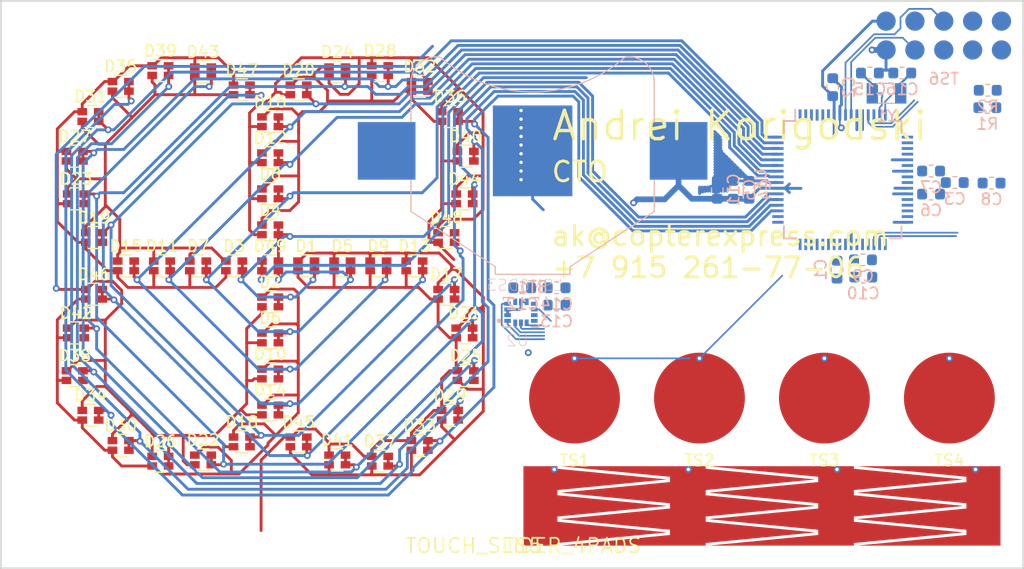
<source format=kicad_pcb>
(kicad_pcb (version 20171130) (host pcbnew 5.0.2+dfsg1-1~bpo9+1)
  (layers (0 F.Cu signal) (31 B.Cu signal) (34 B.Paste user hide) (35 F.Paste user) (36 B.SilkS user hide) (37 F.SilkS user hide) (38 B.Mask user hide) (39 F.Mask user hide) (44 Edge.Cuts user))
  (net 0 "")
  (net 1 LED_K0)
  (net 2 LED_K1)
  (net 3 LED_A0)
  (net 4 LED_K3)
  (net 5 LED_K2)
  (net 6 LED_K4)
  (net 7 LED_K5)
  (net 8 LED_K7)
  (net 9 LED_K6)
  (net 10 LED_K8)
  (net 11 LED_A1)
  (net 12 LED_A2)
  (net 13 LED_A3)
  (net 14 LED_A4)
  (net 15 LED_A5)
  (net 16 LED_A6)
  (net 17 LED_A7)
  (net 18 LED_A8)
  (net 19 VDD)
  (net 20 GND)
  (net 21 N$7)
  (net 22 N$6)
  (net 23 N$13)
  (net 24 N$14)
  (net 25 N$5)
  (net 26 N$19)
  (net 27 N$20)
  (net 28 N$16)
  (net 29 N$15)
  (net 30 N$17)
  (net 31 N$18)
  (net 32 N$12)
  (net 33 N$11)
  (net 34 TOUCH_PAD0)
  (net 35 N$1)
  (net 36 TOUCH_PAD1)
  (net 37 TOUCH_PAD2)
  (net 38 TOUCH_PAD3)
  (net 39 N$21)
  (net 40 N$22)
  (net 41 N$23)
  (net 42 N$8)
  (net 43 N$10)
  (net 44 N$9)
  (net 45 LED_K9)
  (net 46 LED_K10)
  (net 47 LED_K11)
  (net 48 N$4)
  (net 49 LFXTAL_P)
  (net 50 LFXTAL_N)
  (module footprints:LED_DUAL_0606 (layer F.Cu) (at 126.884 103.351)
    (fp_text reference D1 (at 0 -1.75) (layer F.SilkS))
    (fp_text value LED_Dual_AACC)
    (pad 3 smd rect (at 0.725 -0.425) (size 0.85 0.65) (layers F.Cu F.Paste F.Mask) (net 1 LED_K0))
    (pad 4 smd rect (at 0.725 0.425) (size 0.85 0.65) (layers F.Cu F.Paste F.Mask) (net 1 LED_K0))
    (pad 2 smd rect (at -0.725 0.425) (size 0.85 0.65) (layers F.Cu F.Paste F.Mask) (net 11 LED_A1))
    (pad 1 smd rect (at -0.725 -0.425) (size 0.85 0.65) (layers F.Cu F.Paste F.Mask) (net 3 LED_A0))
  )
  (module footprints:LED_DUAL_0606 (layer F.Cu) (at 123.709 106.526)
    (fp_text reference D2 (at 0 -1.75) (layer F.SilkS))
    (fp_text value LED_Dual_AACC)
    (pad 3 smd rect (at 0.725 -0.425) (size 0.85 0.65) (layers F.Cu F.Paste F.Mask) (net 1 LED_K0))
    (pad 4 smd rect (at 0.725 0.425) (size 0.85 0.65) (layers F.Cu F.Paste F.Mask) (net 1 LED_K0))
    (pad 2 smd rect (at -0.725 0.425) (size 0.85 0.65) (layers F.Cu F.Paste F.Mask) (net 13 LED_A3))
    (pad 1 smd rect (at -0.725 -0.425) (size 0.85 0.65) (layers F.Cu F.Paste F.Mask) (net 12 LED_A2))
  )
  (module footprints:LED_DUAL_0606 (layer F.Cu) (at 120.534 103.351)
    (fp_text reference D3 (at 0 -1.75) (layer F.SilkS))
    (fp_text value LED_Dual_AACC)
    (pad 3 smd rect (at 0.725 -0.425) (size 0.85 0.65) (layers F.Cu F.Paste F.Mask) (net 1 LED_K0))
    (pad 4 smd rect (at 0.725 0.425) (size 0.85 0.65) (layers F.Cu F.Paste F.Mask) (net 1 LED_K0))
    (pad 2 smd rect (at -0.725 0.425) (size 0.85 0.65) (layers F.Cu F.Paste F.Mask) (net 15 LED_A5))
    (pad 1 smd rect (at -0.725 -0.425) (size 0.85 0.65) (layers F.Cu F.Paste F.Mask) (net 14 LED_A4))
  )
  (module footprints:LED_DUAL_0606 (layer F.Cu) (at 123.709 100.176)
    (fp_text reference D4 (at 0 -1.75) (layer F.SilkS))
    (fp_text value LED_Dual_AACC)
    (pad 3 smd rect (at 0.725 -0.425) (size 0.85 0.65) (layers F.Cu F.Paste F.Mask) (net 1 LED_K0))
    (pad 4 smd rect (at 0.725 0.425) (size 0.85 0.65) (layers F.Cu F.Paste F.Mask) (net 1 LED_K0))
    (pad 2 smd rect (at -0.725 0.425) (size 0.85 0.65) (layers F.Cu F.Paste F.Mask) (net 17 LED_A7))
    (pad 1 smd rect (at -0.725 -0.425) (size 0.85 0.65) (layers F.Cu F.Paste F.Mask) (net 16 LED_A6))
  )
  (module footprints:LED_DUAL_0606 (layer F.Cu) (at 130.059 103.351)
    (fp_text reference D5 (at 0 -1.75) (layer F.SilkS))
    (fp_text value LED_Dual_AACC)
    (pad 3 smd rect (at 0.725 -0.425) (size 0.85 0.65) (layers F.Cu F.Paste F.Mask) (net 2 LED_K1))
    (pad 4 smd rect (at 0.725 0.425) (size 0.85 0.65) (layers F.Cu F.Paste F.Mask) (net 2 LED_K1))
    (pad 2 smd rect (at -0.725 0.425) (size 0.85 0.65) (layers F.Cu F.Paste F.Mask) (net 11 LED_A1))
    (pad 1 smd rect (at -0.725 -0.425) (size 0.85 0.65) (layers F.Cu F.Paste F.Mask) (net 3 LED_A0))
  )
  (module footprints:LED_DUAL_0606 (layer F.Cu) (at 123.709 109.701)
    (fp_text reference D6 (at 0 -1.75) (layer F.SilkS))
    (fp_text value LED_Dual_AACC)
    (pad 3 smd rect (at 0.725 -0.425) (size 0.85 0.65) (layers F.Cu F.Paste F.Mask) (net 2 LED_K1))
    (pad 4 smd rect (at 0.725 0.425) (size 0.85 0.65) (layers F.Cu F.Paste F.Mask) (net 2 LED_K1))
    (pad 2 smd rect (at -0.725 0.425) (size 0.85 0.65) (layers F.Cu F.Paste F.Mask) (net 13 LED_A3))
    (pad 1 smd rect (at -0.725 -0.425) (size 0.85 0.65) (layers F.Cu F.Paste F.Mask) (net 12 LED_A2))
  )
  (module footprints:LED_DUAL_0606 (layer F.Cu) (at 117.359 103.351)
    (fp_text reference D7 (at 0 -1.75) (layer F.SilkS))
    (fp_text value LED_Dual_AACC)
    (pad 3 smd rect (at 0.725 -0.425) (size 0.85 0.65) (layers F.Cu F.Paste F.Mask) (net 2 LED_K1))
    (pad 4 smd rect (at 0.725 0.425) (size 0.85 0.65) (layers F.Cu F.Paste F.Mask) (net 2 LED_K1))
    (pad 2 smd rect (at -0.725 0.425) (size 0.85 0.65) (layers F.Cu F.Paste F.Mask) (net 15 LED_A5))
    (pad 1 smd rect (at -0.725 -0.425) (size 0.85 0.65) (layers F.Cu F.Paste F.Mask) (net 14 LED_A4))
  )
  (module footprints:LED_DUAL_0606 (layer F.Cu) (at 123.709 97.001)
    (fp_text reference D8 (at 0 -1.75) (layer F.SilkS))
    (fp_text value LED_Dual_AACC)
    (pad 3 smd rect (at 0.725 -0.425) (size 0.85 0.65) (layers F.Cu F.Paste F.Mask) (net 2 LED_K1))
    (pad 4 smd rect (at 0.725 0.425) (size 0.85 0.65) (layers F.Cu F.Paste F.Mask) (net 2 LED_K1))
    (pad 2 smd rect (at -0.725 0.425) (size 0.85 0.65) (layers F.Cu F.Paste F.Mask) (net 17 LED_A7))
    (pad 1 smd rect (at -0.725 -0.425) (size 0.85 0.65) (layers F.Cu F.Paste F.Mask) (net 16 LED_A6))
  )
  (module footprints:LED_DUAL_0606 (layer F.Cu) (at 133.234 103.351)
    (fp_text reference D9 (at 0 -1.75) (layer F.SilkS))
    (fp_text value LED_Dual_AACC)
    (pad 3 smd rect (at 0.725 -0.425) (size 0.85 0.65) (layers F.Cu F.Paste F.Mask) (net 5 LED_K2))
    (pad 4 smd rect (at 0.725 0.425) (size 0.85 0.65) (layers F.Cu F.Paste F.Mask) (net 5 LED_K2))
    (pad 2 smd rect (at -0.725 0.425) (size 0.85 0.65) (layers F.Cu F.Paste F.Mask) (net 11 LED_A1))
    (pad 1 smd rect (at -0.725 -0.425) (size 0.85 0.65) (layers F.Cu F.Paste F.Mask) (net 3 LED_A0))
  )
  (module footprints:LED_DUAL_0606 (layer F.Cu) (at 123.709 112.875999)
    (fp_text reference D10 (at 0 -1.75) (layer F.SilkS))
    (fp_text value LED_Dual_AACC)
    (pad 3 smd rect (at 0.725 -0.425) (size 0.85 0.65) (layers F.Cu F.Paste F.Mask) (net 5 LED_K2))
    (pad 4 smd rect (at 0.725 0.425) (size 0.85 0.65) (layers F.Cu F.Paste F.Mask) (net 5 LED_K2))
    (pad 2 smd rect (at -0.725 0.425) (size 0.85 0.65) (layers F.Cu F.Paste F.Mask) (net 13 LED_A3))
    (pad 1 smd rect (at -0.725 -0.425) (size 0.85 0.65) (layers F.Cu F.Paste F.Mask) (net 12 LED_A2))
  )
  (module footprints:LED_DUAL_0606 (layer F.Cu) (at 114.184 103.351)
    (fp_text reference D11 (at 0 -1.75) (layer F.SilkS))
    (fp_text value LED_Dual_AACC)
    (pad 3 smd rect (at 0.725 -0.425) (size 0.85 0.65) (layers F.Cu F.Paste F.Mask) (net 5 LED_K2))
    (pad 4 smd rect (at 0.725 0.425) (size 0.85 0.65) (layers F.Cu F.Paste F.Mask) (net 5 LED_K2))
    (pad 2 smd rect (at -0.725 0.425) (size 0.85 0.65) (layers F.Cu F.Paste F.Mask) (net 15 LED_A5))
    (pad 1 smd rect (at -0.725 -0.425) (size 0.85 0.65) (layers F.Cu F.Paste F.Mask) (net 14 LED_A4))
  )
  (module footprints:LED_DUAL_0606 (layer F.Cu) (at 123.709 93.826)
    (fp_text reference D12 (at 0 -1.75) (layer F.SilkS))
    (fp_text value LED_Dual_AACC)
    (pad 3 smd rect (at 0.725 -0.425) (size 0.85 0.65) (layers F.Cu F.Paste F.Mask) (net 5 LED_K2))
    (pad 4 smd rect (at 0.725 0.425) (size 0.85 0.65) (layers F.Cu F.Paste F.Mask) (net 5 LED_K2))
    (pad 2 smd rect (at -0.725 0.425) (size 0.85 0.65) (layers F.Cu F.Paste F.Mask) (net 17 LED_A7))
    (pad 1 smd rect (at -0.725 -0.425) (size 0.85 0.65) (layers F.Cu F.Paste F.Mask) (net 16 LED_A6))
  )
  (module footprints:LED_DUAL_0606 (layer F.Cu) (at 136.409 103.351)
    (fp_text reference D13 (at 0 -1.75) (layer F.SilkS))
    (fp_text value LED_Dual_AACC)
    (pad 3 smd rect (at 0.725 -0.425) (size 0.85 0.65) (layers F.Cu F.Paste F.Mask) (net 4 LED_K3))
    (pad 4 smd rect (at 0.725 0.425) (size 0.85 0.65) (layers F.Cu F.Paste F.Mask) (net 4 LED_K3))
    (pad 2 smd rect (at -0.725 0.425) (size 0.85 0.65) (layers F.Cu F.Paste F.Mask) (net 11 LED_A1))
    (pad 1 smd rect (at -0.725 -0.425) (size 0.85 0.65) (layers F.Cu F.Paste F.Mask) (net 3 LED_A0))
  )
  (module footprints:LED_DUAL_0606 (layer F.Cu) (at 123.709 116.051)
    (fp_text reference D14 (at 0 -1.75) (layer F.SilkS))
    (fp_text value LED_Dual_AACC)
    (pad 3 smd rect (at 0.725 -0.425) (size 0.85 0.65) (layers F.Cu F.Paste F.Mask) (net 4 LED_K3))
    (pad 4 smd rect (at 0.725 0.425) (size 0.85 0.65) (layers F.Cu F.Paste F.Mask) (net 4 LED_K3))
    (pad 2 smd rect (at -0.725 0.425) (size 0.85 0.65) (layers F.Cu F.Paste F.Mask) (net 13 LED_A3))
    (pad 1 smd rect (at -0.725 -0.425) (size 0.85 0.65) (layers F.Cu F.Paste F.Mask) (net 12 LED_A2))
  )
  (module footprints:LED_DUAL_0606 (layer F.Cu) (at 111.009 103.351)
    (fp_text reference D15 (at 0 -1.75) (layer F.SilkS))
    (fp_text value LED_Dual_AACC)
    (pad 3 smd rect (at 0.725 -0.425) (size 0.85 0.65) (layers F.Cu F.Paste F.Mask) (net 4 LED_K3))
    (pad 4 smd rect (at 0.725 0.425) (size 0.85 0.65) (layers F.Cu F.Paste F.Mask) (net 4 LED_K3))
    (pad 2 smd rect (at -0.725 0.425) (size 0.85 0.65) (layers F.Cu F.Paste F.Mask) (net 15 LED_A5))
    (pad 1 smd rect (at -0.725 -0.425) (size 0.85 0.65) (layers F.Cu F.Paste F.Mask) (net 14 LED_A4))
  )
  (module footprints:LED_DUAL_0606 (layer F.Cu) (at 123.709 90.651)
    (fp_text reference D16 (at 0 -1.75) (layer F.SilkS))
    (fp_text value LED_Dual_AACC)
    (pad 3 smd rect (at 0.725 -0.425) (size 0.85 0.65) (layers F.Cu F.Paste F.Mask) (net 4 LED_K3))
    (pad 4 smd rect (at 0.725 0.425) (size 0.85 0.65) (layers F.Cu F.Paste F.Mask) (net 4 LED_K3))
    (pad 2 smd rect (at -0.725 0.425) (size 0.85 0.65) (layers F.Cu F.Paste F.Mask) (net 17 LED_A7))
    (pad 1 smd rect (at -0.725 -0.425) (size 0.85 0.65) (layers F.Cu F.Paste F.Mask) (net 16 LED_A6))
  )
  (module footprints:LED_DUAL_0606 (layer F.Cu) (at 139.217852 105.850666)
    (fp_text reference D17 (at 0 -1.75) (layer F.SilkS))
    (fp_text value LED_Dual_AACC)
    (pad 3 smd rect (at 0.725 -0.425) (size 0.85 0.65) (layers F.Cu F.Paste F.Mask) (net 6 LED_K4))
    (pad 4 smd rect (at 0.725 0.425) (size 0.85 0.65) (layers F.Cu F.Paste F.Mask) (net 6 LED_K4))
    (pad 2 smd rect (at -0.725 0.425) (size 0.85 0.65) (layers F.Cu F.Paste F.Mask) (net 11 LED_A1))
    (pad 1 smd rect (at -0.725 -0.425) (size 0.85 0.65) (layers F.Cu F.Paste F.Mask) (net 3 LED_A0))
  )
  (module footprints:LED_DUAL_0606 (layer F.Cu) (at 121.209333 118.859852)
    (fp_text reference D18 (at 0 -1.75) (layer F.SilkS))
    (fp_text value LED_Dual_AACC)
    (pad 3 smd rect (at 0.725 -0.425) (size 0.85 0.65) (layers F.Cu F.Paste F.Mask) (net 6 LED_K4))
    (pad 4 smd rect (at 0.725 0.425) (size 0.85 0.65) (layers F.Cu F.Paste F.Mask) (net 6 LED_K4))
    (pad 2 smd rect (at -0.725 0.425) (size 0.85 0.65) (layers F.Cu F.Paste F.Mask) (net 13 LED_A3))
    (pad 1 smd rect (at -0.725 -0.425) (size 0.85 0.65) (layers F.Cu F.Paste F.Mask) (net 12 LED_A2))
  )
  (module footprints:LED_DUAL_0606 (layer F.Cu) (at 108.200147 100.851333)
    (fp_text reference D19 (at 0 -1.75) (layer F.SilkS))
    (fp_text value LED_Dual_AACC)
    (pad 3 smd rect (at 0.725 -0.425) (size 0.85 0.65) (layers F.Cu F.Paste F.Mask) (net 6 LED_K4))
    (pad 4 smd rect (at 0.725 0.425) (size 0.85 0.65) (layers F.Cu F.Paste F.Mask) (net 6 LED_K4))
    (pad 2 smd rect (at -0.725 0.425) (size 0.85 0.65) (layers F.Cu F.Paste F.Mask) (net 15 LED_A5))
    (pad 1 smd rect (at -0.725 -0.425) (size 0.85 0.65) (layers F.Cu F.Paste F.Mask) (net 14 LED_A4))
  )
  (module footprints:LED_DUAL_0606 (layer F.Cu) (at 126.208666 87.842147)
    (fp_text reference D20 (at 0 -1.75) (layer F.SilkS))
    (fp_text value LED_Dual_AACC)
    (pad 3 smd rect (at 0.725 -0.425) (size 0.85 0.65) (layers F.Cu F.Paste F.Mask) (net 6 LED_K4))
    (pad 4 smd rect (at 0.725 0.425) (size 0.85 0.65) (layers F.Cu F.Paste F.Mask) (net 6 LED_K4))
    (pad 2 smd rect (at -0.725 0.425) (size 0.85 0.65) (layers F.Cu F.Paste F.Mask) (net 17 LED_A7))
    (pad 1 smd rect (at -0.725 -0.425) (size 0.85 0.65) (layers F.Cu F.Paste F.Mask) (net 16 LED_A6))
  )
  (module footprints:LED_DUAL_0606 (layer F.Cu) (at 140.806919 109.258431)
    (fp_text reference D21 (at 0 -1.75) (layer F.SilkS))
    (fp_text value LED_Dual_AACC)
    (pad 3 smd rect (at 0.725 -0.425) (size 0.85 0.65) (layers F.Cu F.Paste F.Mask) (net 7 LED_K5))
    (pad 4 smd rect (at 0.725 0.425) (size 0.85 0.65) (layers F.Cu F.Paste F.Mask) (net 7 LED_K5))
    (pad 2 smd rect (at -0.725 0.425) (size 0.85 0.65) (layers F.Cu F.Paste F.Mask) (net 11 LED_A1))
    (pad 1 smd rect (at -0.725 -0.425) (size 0.85 0.65) (layers F.Cu F.Paste F.Mask) (net 3 LED_A0))
  )
  (module footprints:LED_DUAL_0606 (layer F.Cu) (at 117.801568 120.448919)
    (fp_text reference D22 (at 0 -1.75) (layer F.SilkS))
    (fp_text value LED_Dual_AACC)
    (pad 3 smd rect (at 0.725 -0.425) (size 0.85 0.65) (layers F.Cu F.Paste F.Mask) (net 7 LED_K5))
    (pad 4 smd rect (at 0.725 0.425) (size 0.85 0.65) (layers F.Cu F.Paste F.Mask) (net 7 LED_K5))
    (pad 2 smd rect (at -0.725 0.425) (size 0.85 0.65) (layers F.Cu F.Paste F.Mask) (net 13 LED_A3))
    (pad 1 smd rect (at -0.725 -0.425) (size 0.85 0.65) (layers F.Cu F.Paste F.Mask) (net 12 LED_A2))
  )
  (module footprints:LED_DUAL_0606 (layer F.Cu) (at 106.61108 97.443568)
    (fp_text reference D23 (at 0 -1.75) (layer F.SilkS))
    (fp_text value LED_Dual_AACC)
    (pad 3 smd rect (at 0.725 -0.425) (size 0.85 0.65) (layers F.Cu F.Paste F.Mask) (net 7 LED_K5))
    (pad 4 smd rect (at 0.725 0.425) (size 0.85 0.65) (layers F.Cu F.Paste F.Mask) (net 7 LED_K5))
    (pad 2 smd rect (at -0.725 0.425) (size 0.85 0.65) (layers F.Cu F.Paste F.Mask) (net 15 LED_A5))
    (pad 1 smd rect (at -0.725 -0.425) (size 0.85 0.65) (layers F.Cu F.Paste F.Mask) (net 14 LED_A4))
  )
  (module footprints:LED_DUAL_0606 (layer F.Cu) (at 129.616431 86.25308)
    (fp_text reference D24 (at 0 -1.75) (layer F.SilkS))
    (fp_text value LED_Dual_AACC)
    (pad 3 smd rect (at 0.725 -0.425) (size 0.85 0.65) (layers F.Cu F.Paste F.Mask) (net 7 LED_K5))
    (pad 4 smd rect (at 0.725 0.425) (size 0.85 0.65) (layers F.Cu F.Paste F.Mask) (net 7 LED_K5))
    (pad 2 smd rect (at -0.725 0.425) (size 0.85 0.65) (layers F.Cu F.Paste F.Mask) (net 17 LED_A7))
    (pad 1 smd rect (at -0.725 -0.425) (size 0.85 0.65) (layers F.Cu F.Paste F.Mask) (net 16 LED_A6))
  )
  (module footprints:LED_DUAL_0606 (layer F.Cu) (at 140.916279 113.016892)
    (fp_text reference D25 (at 0 -1.75) (layer F.SilkS))
    (fp_text value LED_Dual_AACC)
    (pad 3 smd rect (at 0.725 -0.425) (size 0.85 0.65) (layers F.Cu F.Paste F.Mask) (net 9 LED_K6))
    (pad 4 smd rect (at 0.725 0.425) (size 0.85 0.65) (layers F.Cu F.Paste F.Mask) (net 9 LED_K6))
    (pad 2 smd rect (at -0.725 0.425) (size 0.85 0.65) (layers F.Cu F.Paste F.Mask) (net 3 LED_A0))
    (pad 1 smd rect (at -0.725 -0.425) (size 0.85 0.65) (layers F.Cu F.Paste F.Mask) (net 11 LED_A1))
  )
  (module footprints:LED_DUAL_0606 (layer F.Cu) (at 114.043107 120.558279)
    (fp_text reference D26 (at 0 -1.75) (layer F.SilkS))
    (fp_text value LED_Dual_AACC)
    (pad 3 smd rect (at 0.725 -0.425) (size 0.85 0.65) (layers F.Cu F.Paste F.Mask) (net 9 LED_K6))
    (pad 4 smd rect (at 0.725 0.425) (size 0.85 0.65) (layers F.Cu F.Paste F.Mask) (net 9 LED_K6))
    (pad 2 smd rect (at -0.725 0.425) (size 0.85 0.65) (layers F.Cu F.Paste F.Mask) (net 12 LED_A2))
    (pad 1 smd rect (at -0.725 -0.425) (size 0.85 0.65) (layers F.Cu F.Paste F.Mask) (net 13 LED_A3))
  )
  (module footprints:LED_DUAL_0606 (layer F.Cu) (at 106.50172 93.685107)
    (fp_text reference D27 (at 0 -1.75) (layer F.SilkS))
    (fp_text value LED_Dual_AACC)
    (pad 3 smd rect (at 0.725 -0.425) (size 0.85 0.65) (layers F.Cu F.Paste F.Mask) (net 9 LED_K6))
    (pad 4 smd rect (at 0.725 0.425) (size 0.85 0.65) (layers F.Cu F.Paste F.Mask) (net 9 LED_K6))
    (pad 2 smd rect (at -0.725 0.425) (size 0.85 0.65) (layers F.Cu F.Paste F.Mask) (net 14 LED_A4))
    (pad 1 smd rect (at -0.725 -0.425) (size 0.85 0.65) (layers F.Cu F.Paste F.Mask) (net 15 LED_A5))
  )
  (module footprints:LED_DUAL_0606 (layer F.Cu) (at 133.374892 86.14372)
    (fp_text reference D28 (at 0 -1.75) (layer F.SilkS))
    (fp_text value LED_Dual_AACC)
    (pad 3 smd rect (at 0.725 -0.425) (size 0.85 0.65) (layers F.Cu F.Paste F.Mask) (net 9 LED_K6))
    (pad 4 smd rect (at 0.725 0.425) (size 0.85 0.65) (layers F.Cu F.Paste F.Mask) (net 9 LED_K6))
    (pad 2 smd rect (at -0.725 0.425) (size 0.85 0.65) (layers F.Cu F.Paste F.Mask) (net 16 LED_A6))
    (pad 1 smd rect (at -0.725 -0.425) (size 0.85 0.65) (layers F.Cu F.Paste F.Mask) (net 17 LED_A7))
  )
  (module footprints:LED_DUAL_0606 (layer F.Cu) (at 139.528045 116.511287)
    (fp_text reference D29 (at 0 -1.75) (layer F.SilkS))
    (fp_text value LED_Dual_AACC)
    (pad 3 smd rect (at 0.725 -0.425) (size 0.85 0.65) (layers F.Cu F.Paste F.Mask) (net 8 LED_K7))
    (pad 4 smd rect (at 0.725 0.425) (size 0.85 0.65) (layers F.Cu F.Paste F.Mask) (net 8 LED_K7))
    (pad 2 smd rect (at -0.725 0.425) (size 0.85 0.65) (layers F.Cu F.Paste F.Mask) (net 3 LED_A0))
    (pad 1 smd rect (at -0.725 -0.425) (size 0.85 0.65) (layers F.Cu F.Paste F.Mask) (net 11 LED_A1))
  )
  (module footprints:LED_DUAL_0606 (layer F.Cu) (at 110.548712 119.170045)
    (fp_text reference D30 (at 0 -1.75) (layer F.SilkS))
    (fp_text value LED_Dual_AACC)
    (pad 3 smd rect (at 0.725 -0.425) (size 0.85 0.65) (layers F.Cu F.Paste F.Mask) (net 8 LED_K7))
    (pad 4 smd rect (at 0.725 0.425) (size 0.85 0.65) (layers F.Cu F.Paste F.Mask) (net 8 LED_K7))
    (pad 2 smd rect (at -0.725 0.425) (size 0.85 0.65) (layers F.Cu F.Paste F.Mask) (net 12 LED_A2))
    (pad 1 smd rect (at -0.725 -0.425) (size 0.85 0.65) (layers F.Cu F.Paste F.Mask) (net 13 LED_A3))
  )
  (module footprints:LED_DUAL_0606 (layer F.Cu) (at 107.889954 90.190712)
    (fp_text reference D31 (at 0 -1.75) (layer F.SilkS))
    (fp_text value LED_Dual_AACC)
    (pad 3 smd rect (at 0.725 -0.425) (size 0.85 0.65) (layers F.Cu F.Paste F.Mask) (net 8 LED_K7))
    (pad 4 smd rect (at 0.725 0.425) (size 0.85 0.65) (layers F.Cu F.Paste F.Mask) (net 8 LED_K7))
    (pad 2 smd rect (at -0.725 0.425) (size 0.85 0.65) (layers F.Cu F.Paste F.Mask) (net 14 LED_A4))
    (pad 1 smd rect (at -0.725 -0.425) (size 0.85 0.65) (layers F.Cu F.Paste F.Mask) (net 15 LED_A5))
  )
  (module footprints:LED_DUAL_0606 (layer F.Cu) (at 136.869287 87.531954)
    (fp_text reference D32 (at 0 -1.75) (layer F.SilkS))
    (fp_text value LED_Dual_AACC)
    (pad 3 smd rect (at 0.725 -0.425) (size 0.85 0.65) (layers F.Cu F.Paste F.Mask) (net 8 LED_K7))
    (pad 4 smd rect (at 0.725 0.425) (size 0.85 0.65) (layers F.Cu F.Paste F.Mask) (net 8 LED_K7))
    (pad 2 smd rect (at -0.725 0.425) (size 0.85 0.65) (layers F.Cu F.Paste F.Mask) (net 16 LED_A6))
    (pad 1 smd rect (at -0.725 -0.425) (size 0.85 0.65) (layers F.Cu F.Paste F.Mask) (net 17 LED_A7))
  )
  (module footprints:LED_DUAL_0606 (layer F.Cu) (at 136.869287 119.170045)
    (fp_text reference D33 (at 0 -1.75) (layer F.SilkS))
    (fp_text value LED_Dual_AACC)
    (pad 3 smd rect (at 0.725 -0.425) (size 0.85 0.65) (layers F.Cu F.Paste F.Mask) (net 10 LED_K8))
    (pad 4 smd rect (at 0.725 0.425) (size 0.85 0.65) (layers F.Cu F.Paste F.Mask) (net 10 LED_K8))
    (pad 2 smd rect (at -0.725 0.425) (size 0.85 0.65) (layers F.Cu F.Paste F.Mask) (net 3 LED_A0))
    (pad 1 smd rect (at -0.725 -0.425) (size 0.85 0.65) (layers F.Cu F.Paste F.Mask) (net 11 LED_A1))
  )
  (module footprints:LED_DUAL_0606 (layer F.Cu) (at 107.889954 116.511287)
    (fp_text reference D34 (at 0 -1.75) (layer F.SilkS))
    (fp_text value LED_Dual_AACC)
    (pad 3 smd rect (at 0.725 -0.425) (size 0.85 0.65) (layers F.Cu F.Paste F.Mask) (net 10 LED_K8))
    (pad 4 smd rect (at 0.725 0.425) (size 0.85 0.65) (layers F.Cu F.Paste F.Mask) (net 10 LED_K8))
    (pad 2 smd rect (at -0.725 0.425) (size 0.85 0.65) (layers F.Cu F.Paste F.Mask) (net 12 LED_A2))
    (pad 1 smd rect (at -0.725 -0.425) (size 0.85 0.65) (layers F.Cu F.Paste F.Mask) (net 13 LED_A3))
  )
  (module footprints:LED_DUAL_0606 (layer F.Cu) (at 110.548712 87.531954)
    (fp_text reference D35 (at 0 -1.75) (layer F.SilkS))
    (fp_text value LED_Dual_AACC)
    (pad 3 smd rect (at 0.725 -0.425) (size 0.85 0.65) (layers F.Cu F.Paste F.Mask) (net 10 LED_K8))
    (pad 4 smd rect (at 0.725 0.425) (size 0.85 0.65) (layers F.Cu F.Paste F.Mask) (net 10 LED_K8))
    (pad 2 smd rect (at -0.725 0.425) (size 0.85 0.65) (layers F.Cu F.Paste F.Mask) (net 14 LED_A4))
    (pad 1 smd rect (at -0.725 -0.425) (size 0.85 0.65) (layers F.Cu F.Paste F.Mask) (net 15 LED_A5))
  )
  (module footprints:LED_DUAL_0606 (layer F.Cu) (at 139.528045 90.190712)
    (fp_text reference D36 (at 0 -1.75) (layer F.SilkS))
    (fp_text value LED_Dual_AACC)
    (pad 3 smd rect (at 0.725 -0.425) (size 0.85 0.65) (layers F.Cu F.Paste F.Mask) (net 10 LED_K8))
    (pad 4 smd rect (at 0.725 0.425) (size 0.85 0.65) (layers F.Cu F.Paste F.Mask) (net 10 LED_K8))
    (pad 2 smd rect (at -0.725 0.425) (size 0.85 0.65) (layers F.Cu F.Paste F.Mask) (net 16 LED_A6))
    (pad 1 smd rect (at -0.725 -0.425) (size 0.85 0.65) (layers F.Cu F.Paste F.Mask) (net 17 LED_A7))
  )
  (module footprints:LED_DUAL_0606 (layer F.Cu) (at 133.374892 120.558279)
    (fp_text reference D37 (at 0 -1.75) (layer F.SilkS))
    (fp_text value LED_Dual_AACC)
    (pad 3 smd rect (at 0.725 -0.425) (size 0.85 0.65) (layers F.Cu F.Paste F.Mask) (net 45 LED_K9))
    (pad 4 smd rect (at 0.725 0.425) (size 0.85 0.65) (layers F.Cu F.Paste F.Mask) (net 45 LED_K9))
    (pad 2 smd rect (at -0.725 0.425) (size 0.85 0.65) (layers F.Cu F.Paste F.Mask) (net 3 LED_A0))
    (pad 1 smd rect (at -0.725 -0.425) (size 0.85 0.65) (layers F.Cu F.Paste F.Mask) (net 11 LED_A1))
  )
  (module footprints:LED_DUAL_0606 (layer F.Cu) (at 106.50172 113.016892)
    (fp_text reference D38 (at 0 -1.75) (layer F.SilkS))
    (fp_text value LED_Dual_AACC)
    (pad 3 smd rect (at 0.725 -0.425) (size 0.85 0.65) (layers F.Cu F.Paste F.Mask) (net 45 LED_K9))
    (pad 4 smd rect (at 0.725 0.425) (size 0.85 0.65) (layers F.Cu F.Paste F.Mask) (net 45 LED_K9))
    (pad 2 smd rect (at -0.725 0.425) (size 0.85 0.65) (layers F.Cu F.Paste F.Mask) (net 12 LED_A2))
    (pad 1 smd rect (at -0.725 -0.425) (size 0.85 0.65) (layers F.Cu F.Paste F.Mask) (net 13 LED_A3))
  )
  (module footprints:LED_DUAL_0606 (layer F.Cu) (at 114.043107 86.14372)
    (fp_text reference D39 (at 0 -1.75) (layer F.SilkS))
    (fp_text value LED_Dual_AACC)
    (pad 3 smd rect (at 0.725 -0.425) (size 0.85 0.65) (layers F.Cu F.Paste F.Mask) (net 45 LED_K9))
    (pad 4 smd rect (at 0.725 0.425) (size 0.85 0.65) (layers F.Cu F.Paste F.Mask) (net 45 LED_K9))
    (pad 2 smd rect (at -0.725 0.425) (size 0.85 0.65) (layers F.Cu F.Paste F.Mask) (net 14 LED_A4))
    (pad 1 smd rect (at -0.725 -0.425) (size 0.85 0.65) (layers F.Cu F.Paste F.Mask) (net 15 LED_A5))
  )
  (module footprints:LED_DUAL_0606 (layer F.Cu) (at 140.916279 93.685107)
    (fp_text reference D40 (at 0 -1.75) (layer F.SilkS))
    (fp_text value LED_Dual_AACC)
    (pad 3 smd rect (at 0.725 -0.425) (size 0.85 0.65) (layers F.Cu F.Paste F.Mask) (net 45 LED_K9))
    (pad 4 smd rect (at 0.725 0.425) (size 0.85 0.65) (layers F.Cu F.Paste F.Mask) (net 45 LED_K9))
    (pad 2 smd rect (at -0.725 0.425) (size 0.85 0.65) (layers F.Cu F.Paste F.Mask) (net 16 LED_A6))
    (pad 1 smd rect (at -0.725 -0.425) (size 0.85 0.65) (layers F.Cu F.Paste F.Mask) (net 17 LED_A7))
  )
  (module footprints:LED_DUAL_0606 (layer F.Cu) (at 129.616431 120.448919)
    (fp_text reference D41 (at 0 -1.75) (layer F.SilkS))
    (fp_text value LED_Dual_AACC)
    (pad 3 smd rect (at 0.725 -0.425) (size 0.85 0.65) (layers F.Cu F.Paste F.Mask) (net 46 LED_K10))
    (pad 4 smd rect (at 0.725 0.425) (size 0.85 0.65) (layers F.Cu F.Paste F.Mask) (net 46 LED_K10))
    (pad 2 smd rect (at -0.725 0.425) (size 0.85 0.65) (layers F.Cu F.Paste F.Mask) (net 3 LED_A0))
    (pad 1 smd rect (at -0.725 -0.425) (size 0.85 0.65) (layers F.Cu F.Paste F.Mask) (net 11 LED_A1))
  )
  (module footprints:LED_DUAL_0606 (layer F.Cu) (at 106.61108 109.258431)
    (fp_text reference D42 (at 0 -1.75) (layer F.SilkS))
    (fp_text value LED_Dual_AACC)
    (pad 3 smd rect (at 0.725 -0.425) (size 0.85 0.65) (layers F.Cu F.Paste F.Mask) (net 46 LED_K10))
    (pad 4 smd rect (at 0.725 0.425) (size 0.85 0.65) (layers F.Cu F.Paste F.Mask) (net 46 LED_K10))
    (pad 2 smd rect (at -0.725 0.425) (size 0.85 0.65) (layers F.Cu F.Paste F.Mask) (net 12 LED_A2))
    (pad 1 smd rect (at -0.725 -0.425) (size 0.85 0.65) (layers F.Cu F.Paste F.Mask) (net 13 LED_A3))
  )
  (module footprints:LED_DUAL_0606 (layer F.Cu) (at 117.801568 86.25308)
    (fp_text reference D43 (at 0 -1.75) (layer F.SilkS))
    (fp_text value LED_Dual_AACC)
    (pad 3 smd rect (at 0.725 -0.425) (size 0.85 0.65) (layers F.Cu F.Paste F.Mask) (net 46 LED_K10))
    (pad 4 smd rect (at 0.725 0.425) (size 0.85 0.65) (layers F.Cu F.Paste F.Mask) (net 46 LED_K10))
    (pad 2 smd rect (at -0.725 0.425) (size 0.85 0.65) (layers F.Cu F.Paste F.Mask) (net 14 LED_A4))
    (pad 1 smd rect (at -0.725 -0.425) (size 0.85 0.65) (layers F.Cu F.Paste F.Mask) (net 15 LED_A5))
  )
  (module footprints:LED_DUAL_0606 (layer F.Cu) (at 140.806919 97.443568)
    (fp_text reference D44 (at 0 -1.75) (layer F.SilkS))
    (fp_text value LED_Dual_AACC)
    (pad 3 smd rect (at 0.725 -0.425) (size 0.85 0.65) (layers F.Cu F.Paste F.Mask) (net 46 LED_K10))
    (pad 4 smd rect (at 0.725 0.425) (size 0.85 0.65) (layers F.Cu F.Paste F.Mask) (net 46 LED_K10))
    (pad 2 smd rect (at -0.725 0.425) (size 0.85 0.65) (layers F.Cu F.Paste F.Mask) (net 16 LED_A6))
    (pad 1 smd rect (at -0.725 -0.425) (size 0.85 0.65) (layers F.Cu F.Paste F.Mask) (net 17 LED_A7))
  )
  (module footprints:LED_DUAL_0606 (layer F.Cu) (at 126.208666 118.859852)
    (fp_text reference D45 (at 0 -1.75) (layer F.SilkS))
    (fp_text value LED_Dual_AACC)
    (pad 3 smd rect (at 0.725 -0.425) (size 0.85 0.65) (layers F.Cu F.Paste F.Mask) (net 47 LED_K11))
    (pad 4 smd rect (at 0.725 0.425) (size 0.85 0.65) (layers F.Cu F.Paste F.Mask) (net 47 LED_K11))
    (pad 2 smd rect (at -0.725 0.425) (size 0.85 0.65) (layers F.Cu F.Paste F.Mask) (net 3 LED_A0))
    (pad 1 smd rect (at -0.725 -0.425) (size 0.85 0.65) (layers F.Cu F.Paste F.Mask) (net 11 LED_A1))
  )
  (module footprints:LED_DUAL_0606 (layer F.Cu) (at 108.200147 105.850666)
    (fp_text reference D46 (at 0 -1.75) (layer F.SilkS))
    (fp_text value LED_Dual_AACC)
    (pad 3 smd rect (at 0.725 -0.425) (size 0.85 0.65) (layers F.Cu F.Paste F.Mask) (net 47 LED_K11))
    (pad 4 smd rect (at 0.725 0.425) (size 0.85 0.65) (layers F.Cu F.Paste F.Mask) (net 47 LED_K11))
    (pad 2 smd rect (at -0.725 0.425) (size 0.85 0.65) (layers F.Cu F.Paste F.Mask) (net 12 LED_A2))
    (pad 1 smd rect (at -0.725 -0.425) (size 0.85 0.65) (layers F.Cu F.Paste F.Mask) (net 13 LED_A3))
  )
  (module footprints:LED_DUAL_0606 (layer F.Cu) (at 121.209333 87.842147)
    (fp_text reference D47 (at 0 -1.75) (layer F.SilkS))
    (fp_text value LED_Dual_AACC)
    (pad 3 smd rect (at 0.725 -0.425) (size 0.85 0.65) (layers F.Cu F.Paste F.Mask) (net 47 LED_K11))
    (pad 4 smd rect (at 0.725 0.425) (size 0.85 0.65) (layers F.Cu F.Paste F.Mask) (net 47 LED_K11))
    (pad 2 smd rect (at -0.725 0.425) (size 0.85 0.65) (layers F.Cu F.Paste F.Mask) (net 14 LED_A4))
    (pad 1 smd rect (at -0.725 -0.425) (size 0.85 0.65) (layers F.Cu F.Paste F.Mask) (net 15 LED_A5))
  )
  (module footprints:LED_DUAL_0606 (layer F.Cu) (at 139.217852 100.851333)
    (fp_text reference D48 (at 0 -1.75) (layer F.SilkS))
    (fp_text value LED_Dual_AACC)
    (pad 3 smd rect (at 0.725 -0.425) (size 0.85 0.65) (layers F.Cu F.Paste F.Mask) (net 47 LED_K11))
    (pad 4 smd rect (at 0.725 0.425) (size 0.85 0.65) (layers F.Cu F.Paste F.Mask) (net 47 LED_K11))
    (pad 2 smd rect (at -0.725 0.425) (size 0.85 0.65) (layers F.Cu F.Paste F.Mask) (net 16 LED_A6))
    (pad 1 smd rect (at -0.725 -0.425) (size 0.85 0.65) (layers F.Cu F.Paste F.Mask) (net 17 LED_A7))
  )
  (module footprints:LED_DUAL_0606 (layer F.Cu) (at 123.709 103.351)
    (fp_text reference D49 (at 0 -1.75) (layer F.SilkS))
    (fp_text value LED_Dual_AACC)
    (pad 3 smd rect (at 0.725 -0.425) (size 0.85 0.65) (layers F.Cu F.Paste F.Mask) (net 1 LED_K0))
    (pad 4 smd rect (at 0.725 0.425) (size 0.85 0.65) (layers F.Cu F.Paste F.Mask) (net 2 LED_K1))
    (pad 2 smd rect (at -0.725 0.425) (size 0.85 0.65) (layers F.Cu F.Paste F.Mask) (net 18 LED_A8))
    (pad 1 smd rect (at -0.725 -0.425) (size 0.85 0.65) (layers F.Cu F.Paste F.Mask) (net 18 LED_A8))
  )
  (module Resistor_SMD:R_0603_1608Metric (layer B.Cu) (at 186.8425 89.408)
    (fp_text reference R1 (at 0 1.43) (layer B.SilkS) (effects (justify mirror)))
    (fp_text value 0)
    (pad 2 smd roundrect (at 0.7875 0) (size 0.875 0.95) (layers B.Cu B.Paste B.Mask) (net 20 GND))
    (pad 1 smd roundrect (at -0.7875 0) (size 0.875 0.95) (layers B.Cu B.Paste B.Mask) (net 40 N$22))
  )
  (module Package_QFP:LQFP-64_10x10mm_P0.5mm (layer B.Cu) (at 174.10708 95.75756 270)
    (fp_text reference U1 (at 0 7.2 270) (layer B.SilkS) (effects (justify mirror)))
    (fp_text value EFM32LG232F64)
    (pad 64 smd rect (at -3.75 5.7 180) (size 1 0.25) (layers B.Cu B.Paste B.Mask) (net 8 LED_K7))
    (pad 63 smd rect (at -3.25 5.7 180) (size 1 0.25) (layers B.Cu B.Paste B.Mask) (net 9 LED_K6))
    (pad 62 smd rect (at -2.75 5.7 180) (size 1 0.25) (layers B.Cu B.Paste B.Mask) (net 7 LED_K5))
    (pad 61 smd rect (at -2.25 5.7 180) (size 1 0.25) (layers B.Cu B.Paste B.Mask) (net 6 LED_K4))
    (pad 60 smd rect (at -1.75 5.7 180) (size 1 0.25) (layers B.Cu B.Paste B.Mask) (net 4 LED_K3))
    (pad 59 smd rect (at -1.25 5.7 180) (size 1 0.25) (layers B.Cu B.Paste B.Mask) (net 5 LED_K2))
    (pad 58 smd rect (at -0.75 5.7 180) (size 1 0.25) (layers B.Cu B.Paste B.Mask) (net 2 LED_K1))
    (pad 57 smd rect (at -0.25 5.7 180) (size 1 0.25) (layers B.Cu B.Paste B.Mask) (net 1 LED_K0))
    (pad 56 smd rect (at 0.25 5.7 180) (size 1 0.25) (layers B.Cu B.Paste B.Mask) (net 20 GND))
    (pad 55 smd rect (at 0.75 5.7 180) (size 1 0.25) (layers B.Cu B.Paste B.Mask) (net 19 VDD))
    (pad 54 smd rect (at 1.25 5.7 180) (size 1 0.25) (layers B.Cu B.Paste B.Mask) (net 47 LED_K11))
    (pad 53 smd rect (at 1.75 5.7 180) (size 1 0.25) (layers B.Cu B.Paste B.Mask) (net 46 LED_K10))
    (pad 52 smd rect (at 2.25 5.7 180) (size 1 0.25) (layers B.Cu B.Paste B.Mask) (net 45 LED_K9))
    (pad 51 smd rect (at 2.75 5.7 180) (size 1 0.25) (layers B.Cu B.Paste B.Mask) (net 10 LED_K8))
    (pad 50 smd rect (at 3.25 5.7 180) (size 1 0.25) (layers B.Cu B.Paste B.Mask) (net 42 N$8))
    (pad 49 smd rect (at 3.75 5.7 180) (size 1 0.25) (layers B.Cu B.Paste B.Mask) (net 44 N$9))
    (pad 48 smd rect (at 5.7 3.75 270) (size 1 0.25) (layers B.Cu B.Paste B.Mask) (net 21 N$7))
    (pad 47 smd rect (at 5.7 3.25 270) (size 1 0.25) (layers B.Cu B.Paste B.Mask) (net 31 N$18))
    (pad 46 smd rect (at 5.7 2.75 270) (size 1 0.25) (layers B.Cu B.Paste B.Mask) (net 26 N$19))
    (pad 45 smd rect (at 5.7 2.25 270) (size 1 0.25) (layers B.Cu B.Paste B.Mask) (net 27 N$20))
    (pad 44 smd rect (at 5.7 1.75 270) (size 1 0.25) (layers B.Cu B.Paste B.Mask) (net 39 N$21))
    (pad 43 smd rect (at 5.7 1.25 270) (size 1 0.25) (layers B.Cu B.Paste B.Mask) (net 38 TOUCH_PAD3))
    (pad 42 smd rect (at 5.7 0.75 270) (size 1 0.25) (layers B.Cu B.Paste B.Mask) (net 37 TOUCH_PAD2))
    (pad 41 smd rect (at 5.7 0.25 270) (size 1 0.25) (layers B.Cu B.Paste B.Mask) (net 36 TOUCH_PAD1))
    (pad 40 smd rect (at 5.7 -0.25 270) (size 1 0.25) (layers B.Cu B.Paste B.Mask) (net 35 N$1))
    (pad 39 smd rect (at 5.7 -0.75 270) (size 1 0.25) (layers B.Cu B.Paste B.Mask) (net 19 VDD))
    (pad 38 smd rect (at 5.7 -1.25 270) (size 1 0.25) (layers B.Cu B.Paste B.Mask) (net 19 VDD))
    (pad 37 smd rect (at 5.7 -1.75 270) (size 1 0.25) (layers B.Cu B.Paste B.Mask) (net 34 TOUCH_PAD0))
    (pad 36 smd rect (at 5.7 -2.25 270) (size 1 0.25) (layers B.Cu B.Paste B.Mask) (net 19 VDD))
    (pad 35 smd rect (at 5.7 -2.75 270) (size 1 0.25) (layers B.Cu B.Paste B.Mask) (net 43 N$10))
    (pad 34 smd rect (at 5.7 -3.25 270) (size 1 0.25) (layers B.Cu B.Paste B.Mask) (net 33 N$11))
    (pad 33 smd rect (at 5.7 -3.75 270) (size 1 0.25) (layers B.Cu B.Paste B.Mask) (net 19 VDD))
    (pad 32 smd rect (at 3.75 -5.7 180) (size 1 0.25) (layers B.Cu B.Paste B.Mask) (net 19 VDD))
    (pad 31 smd rect (at 3.25 -5.7 180) (size 1 0.25) (layers B.Cu B.Paste B.Mask) (net 29 N$15))
    (pad 30 smd rect (at 2.75 -5.7 180) (size 1 0.25) (layers B.Cu B.Paste B.Mask) (net 24 N$14))
    (pad 29 smd rect (at 2.25 -5.7 180) (size 1 0.25) (layers B.Cu B.Paste B.Mask) (net 32 N$12))
    (pad 28 smd rect (at 1.75 -5.7 180) (size 1 0.25) (layers B.Cu B.Paste B.Mask) (net 23 N$13))
    (pad 27 smd rect (at 1.25 -5.7 180) (size 1 0.25) (layers B.Cu B.Paste B.Mask) (net 19 VDD))
    (pad 26 smd rect (at 0.75 -5.7 180) (size 1 0.25) (layers B.Cu B.Paste B.Mask) (net 19 VDD))
    (pad 25 smd rect (at 0.25 -5.7 180) (size 1 0.25) (layers B.Cu B.Paste B.Mask) (net 30 N$17))
    (pad 24 smd rect (at -0.25 -5.7 180) (size 1 0.25) (layers B.Cu B.Paste B.Mask) (net 28 N$16))
    (pad 23 smd rect (at -0.75 -5.7 180) (size 1 0.25) (layers B.Cu B.Paste B.Mask) (net 19 VDD))
    (pad 22 smd rect (at -1.25 -5.7 180) (size 1 0.25) (layers B.Cu B.Paste B.Mask) (net 20 GND))
    (pad 21 smd rect (at -1.75 -5.7 180) (size 1 0.25) (layers B.Cu B.Paste B.Mask) (net 19 VDD))
    (pad 20 smd rect (at -2.25 -5.7 180) (size 1 0.25) (layers B.Cu B.Paste B.Mask) (net 48 N$4))
    (pad 19 smd rect (at -2.75 -5.7 180) (size 1 0.25) (layers B.Cu B.Paste B.Mask) (net 18 LED_A8))
    (pad 18 smd rect (at -3.25 -5.7 180) (size 1 0.25) (layers B.Cu B.Paste B.Mask) (net 17 LED_A7))
    (pad 17 smd rect (at -3.75 -5.7 180) (size 1 0.25) (layers B.Cu B.Paste B.Mask) (net 16 LED_A6))
    (pad 16 smd rect (at -5.7 -3.75 270) (size 1 0.25) (layers B.Cu B.Paste B.Mask) (net 50 LFXTAL_N))
    (pad 15 smd rect (at -5.7 -3.25 270) (size 1 0.25) (layers B.Cu B.Paste B.Mask) (net 49 LFXTAL_P))
    (pad 14 smd rect (at -5.7 -2.75 270) (size 1 0.25) (layers B.Cu B.Paste B.Mask) (net 41 N$23))
    (pad 13 smd rect (at -5.7 -2.25 270) (size 1 0.25) (layers B.Cu B.Paste B.Mask) (net 40 N$22))
    (pad 12 smd rect (at -5.7 -1.75 270) (size 1 0.25) (layers B.Cu B.Paste B.Mask) (net 19 VDD))
    (pad 11 smd rect (at -5.7 -1.25 270) (size 1 0.25) (layers B.Cu B.Paste B.Mask) (net 19 VDD))
    (pad 10 smd rect (at -5.7 -0.75 270) (size 1 0.25) (layers B.Cu B.Paste B.Mask) (net 25 N$5))
    (pad 9 smd rect (at -5.7 -0.25 270) (size 1 0.25) (layers B.Cu B.Paste B.Mask) (net 22 N$6))
    (pad 8 smd rect (at -5.7 0.25 270) (size 1 0.25) (layers B.Cu B.Paste B.Mask) (net 20 GND))
    (pad 7 smd rect (at -5.7 0.75 270) (size 1 0.25) (layers B.Cu B.Paste B.Mask) (net 19 VDD))
    (pad 6 smd rect (at -5.7 1.25 270) (size 1 0.25) (layers B.Cu B.Paste B.Mask) (net 15 LED_A5))
    (pad 5 smd rect (at -5.7 1.75 270) (size 1 0.25) (layers B.Cu B.Paste B.Mask) (net 14 LED_A4))
    (pad 4 smd rect (at -5.7 2.25 270) (size 1 0.25) (layers B.Cu B.Paste B.Mask) (net 13 LED_A3))
    (pad 3 smd rect (at -5.7 2.75 270) (size 1 0.25) (layers B.Cu B.Paste B.Mask) (net 12 LED_A2))
    (pad 2 smd rect (at -5.7 3.25 270) (size 1 0.25) (layers B.Cu B.Paste B.Mask) (net 11 LED_A1))
    (pad 1 smd rect (at -5.7 3.75 270) (size 1 0.25) (layers B.Cu B.Paste B.Mask) (net 3 LED_A0))
  )
  (module Crystal:Crystal_SMD_3215-2Pin_3.2x1.5mm (layer B.Cu) (at 177.96542 88.1507)
    (fp_text reference Y1 (at 0 2) (layer B.SilkS) (effects (justify mirror)))
    (fp_text value 32768Hz)
    (pad 1 smd rect (at -1.25 0) (size 1 1.8) (layers B.Cu B.Paste B.Mask) (net 49 LFXTAL_P))
    (pad 2 smd rect (at 1.25 0) (size 1 1.8) (layers B.Cu B.Paste B.Mask) (net 50 LFXTAL_N))
  )
  (module Capacitor_SMD:C_0603_1608Metric (layer B.Cu) (at 173.609 103.6829 270)
    (fp_text reference C1 (at 0 1.43 270) (layer B.SilkS) (effects (justify mirror)))
    (fp_text value 1uF)
    (pad 2 smd roundrect (at 0.7875 0 270) (size 0.875 0.95) (layers B.Cu B.Paste B.Mask) (net 20 GND))
    (pad 1 smd roundrect (at -0.7875 0 270) (size 0.875 0.95) (layers B.Cu B.Paste B.Mask) (net 35 N$1))
  )
  (module Capacitor_SMD:C_0603_1608Metric (layer B.Cu) (at 183.9723 96.012)
    (fp_text reference C3 (at 0 1.43) (layer B.SilkS) (effects (justify mirror)))
    (fp_text value 0.1uF)
    (pad 2 smd roundrect (at 0.7875 0) (size 0.875 0.95) (layers B.Cu B.Paste B.Mask) (net 20 GND))
    (pad 1 smd roundrect (at -0.7875 0) (size 0.875 0.95) (layers B.Cu B.Paste B.Mask) (net 19 VDD))
  )
  (module Capacitor_SMD:C_0603_1608Metric (layer B.Cu) (at 165.862 96.647 90)
    (fp_text reference C4 (at 0 1.43 90) (layer B.SilkS) (effects (justify mirror)))
    (fp_text value 0.1uF)
    (pad 2 smd roundrect (at 0.7875 0 90) (size 0.875 0.95) (layers B.Cu B.Paste B.Mask) (net 20 GND))
    (pad 1 smd roundrect (at -0.7875 0 90) (size 0.875 0.95) (layers B.Cu B.Paste B.Mask) (net 19 VDD))
  )
  (module Capacitor_SMD:C_0603_1608Metric (layer B.Cu) (at 164.465 96.647 90)
    (fp_text reference C5 (at 0 1.43 90) (layer B.SilkS) (effects (justify mirror)))
    (fp_text value 10uF)
    (pad 2 smd roundrect (at 0.7875 0 90) (size 0.875 0.95) (layers B.Cu B.Paste B.Mask) (net 20 GND))
    (pad 1 smd roundrect (at -0.7875 0 90) (size 0.875 0.95) (layers B.Cu B.Paste B.Mask) (net 19 VDD))
  )
  (module Capacitor_SMD:C_0603_1608Metric (layer B.Cu) (at 181.8895 97.028)
    (fp_text reference C6 (at 0 1.43) (layer B.SilkS) (effects (justify mirror)))
    (fp_text value 10nF)
    (pad 1 smd roundrect (at -0.7875 0) (size 0.875 0.95) (layers B.Cu B.Paste B.Mask) (net 19 VDD))
    (pad 2 smd roundrect (at 0.7875 0) (size 0.875 0.95) (layers B.Cu B.Paste B.Mask) (net 20 GND))
  )
  (module Capacitor_SMD:C_0603_1608Metric (layer B.Cu) (at 181.8895 94.996)
    (fp_text reference C7 (at 0 1.43) (layer B.SilkS) (effects (justify mirror)))
    (fp_text value 10nF)
    (pad 2 smd roundrect (at 0.7875 0) (size 0.875 0.95) (layers B.Cu B.Paste B.Mask) (net 20 GND))
    (pad 1 smd roundrect (at -0.7875 0) (size 0.875 0.95) (layers B.Cu B.Paste B.Mask) (net 19 VDD))
  )
  (module Capacitor_SMD:C_0603_1608Metric (layer B.Cu) (at 187.21324 96.05518)
    (fp_text reference C8 (at 0 1.43) (layer B.SilkS) (effects (justify mirror)))
    (fp_text value 10uF)
    (pad 2 smd roundrect (at 0.7875 0) (size 0.875 0.95) (layers B.Cu B.Paste B.Mask) (net 20 GND))
    (pad 1 smd roundrect (at -0.7875 0) (size 0.875 0.95) (layers B.Cu B.Paste B.Mask) (net 19 VDD))
  )
  (module Capacitor_SMD:C_0603_1608Metric (layer B.Cu) (at 175.8949 102.8192)
    (fp_text reference C9 (at 0 1.43) (layer B.SilkS) (effects (justify mirror)))
    (fp_text value 0.1uF)
    (pad 2 smd roundrect (at 0.7875 0) (size 0.875 0.95) (layers B.Cu B.Paste B.Mask) (net 20 GND))
    (pad 1 smd roundrect (at -0.7875 0) (size 0.875 0.95) (layers B.Cu B.Paste B.Mask) (net 19 VDD))
  )
  (module Capacitor_SMD:C_0603_1608Metric (layer B.Cu) (at 175.9203 104.3432)
    (fp_text reference C10 (at 0 1.43) (layer B.SilkS) (effects (justify mirror)))
    (fp_text value 3.3uF)
    (pad 2 smd roundrect (at 0.7875 0) (size 0.875 0.95) (layers B.Cu B.Paste B.Mask) (net 20 GND))
    (pad 1 smd roundrect (at -0.7875 0) (size 0.875 0.95) (layers B.Cu B.Paste B.Mask) (net 19 VDD))
  )
  (module Capacitor_SMD:C_0603_1608Metric (layer B.Cu) (at 163.068 96.647 90)
    (fp_text reference C11 (at 0 1.43 90) (layer B.SilkS) (effects (justify mirror)))
    (fp_text value 100uF)
    (pad 2 smd roundrect (at 0.7875 0 90) (size 0.875 0.95) (layers B.Cu B.Paste B.Mask) (net 20 GND))
    (pad 1 smd roundrect (at -0.7875 0 90) (size 0.875 0.95) (layers B.Cu B.Paste B.Mask) (net 19 VDD))
  )
  (module Capacitor_SMD:C_0603_1608Metric (layer B.Cu) (at 145.8975 105.283)
    (fp_text reference C12 (at 0 1.43) (layer B.SilkS) (effects (justify mirror)))
    (fp_text value 0.1uF)
    (pad 2 smd roundrect (at 0.7875 0) (size 0.875 0.95) (layers B.Cu B.Paste B.Mask) (net 20 GND))
    (pad 1 smd roundrect (at -0.7875 0) (size 0.875 0.95) (layers B.Cu B.Paste B.Mask) (net 19 VDD))
  )
  (module Capacitor_SMD:C_0603_1608Metric (layer B.Cu) (at 148.9239 106.807)
    (fp_text reference C13 (at 0 1.43) (layer B.SilkS) (effects (justify mirror)))
    (fp_text value 0.1uF)
    (pad 2 smd roundrect (at 0.7875 0) (size 0.875 0.95) (layers B.Cu B.Paste B.Mask) (net 20 GND))
    (pad 1 smd roundrect (at -0.7875 0) (size 0.875 0.95) (layers B.Cu B.Paste B.Mask) (net 19 VDD))
  )
  (module Resistor_SMD:R_0603_1608Metric (layer B.Cu) (at 186.8799 87.8786)
    (fp_text reference R2 (at 0 1.43) (layer B.SilkS) (effects (justify mirror)))
    (fp_text value 0)
    (pad 2 smd roundrect (at 0.7875 0) (size 0.875 0.95) (layers B.Cu B.Paste B.Mask) (net 20 GND))
    (pad 1 smd roundrect (at -0.7875 0) (size 0.875 0.95) (layers B.Cu B.Paste B.Mask) (net 41 N$23))
  )
  (module footprints:LSM6DS3 (layer B.Cu) (at 145.7844 107.4416)
    (fp_text reference U2 (at -0.31031 2.48754) (layer B.SilkS) (effects (font (size 1.00102 1.00102) (thickness 0.05)) (justify mirror)))
    (fp_text value LSM6DS3 (at 0.325055 -2.39047) (layer B.SilkS) (effects (font (size 1.0002 1.0002) (thickness 0.05)) (justify mirror)))
    (pad 4 smd rect (at -1.175 -0.75 180) (size 0.58 0.35) (layers B.Cu B.Paste B.Mask) (net 28 N$16))
    (pad 3 smd rect (at -1.175 -0.25 180) (size 0.58 0.35) (layers B.Cu B.Paste B.Mask) (net 20 GND))
    (pad 2 smd rect (at -1.175 0.25 180) (size 0.58 0.35) (layers B.Cu B.Paste B.Mask) (net 20 GND))
    (pad 1 smd rect (at -1.175 0.75 180) (size 0.58 0.35) (layers B.Cu B.Paste B.Mask) (net 32 N$12))
    (pad 7 smd rect (at 0.5 -0.925 270) (size 0.58 0.35) (layers B.Cu B.Paste B.Mask) (net 20 GND))
    (pad 6 smd rect (at 0 -0.925 270) (size 0.58 0.35) (layers B.Cu B.Paste B.Mask) (net 20 GND))
    (pad 5 smd rect (at -0.5 -0.925 270) (size 0.58 0.35) (layers B.Cu B.Paste B.Mask) (net 19 VDD))
    (pad 8 smd rect (at 1.175 -0.75 180) (size 0.58 0.35) (layers B.Cu B.Paste B.Mask) (net 19 VDD))
    (pad 9 smd rect (at 1.175 -0.25 180) (size 0.58 0.35) (layers B.Cu B.Paste B.Mask) (net 30 N$17))
    (pad 10 smd rect (at 1.175 0.25 180) (size 0.58 0.35) (layers B.Cu B.Paste B.Mask))
    (pad 11 smd rect (at 1.175 0.75 180) (size 0.58 0.35) (layers B.Cu B.Paste B.Mask))
    (pad 12 smd rect (at 0.5 0.925 270) (size 0.58 0.35) (layers B.Cu B.Paste B.Mask) (net 29 N$15))
    (pad 13 smd rect (at 0 0.925 270) (size 0.58 0.35) (layers B.Cu B.Paste B.Mask) (net 24 N$14))
    (pad 14 smd rect (at -0.5 0.925 270) (size 0.58 0.35) (layers B.Cu B.Paste B.Mask) (net 23 N$13))
  )
  (module footprints:TouchPad_D8.0mm (layer F.Cu) (at 150.5 115)
    (fp_text reference TS1 (at 0 5.5) (layer F.SilkS))
    (fp_text value TOUCH_PAD)
    (pad 1 smd circle (at 0 0) (size 8 8) (layers F.Cu) (net 34 TOUCH_PAD0))
  )
  (module footprints:TouchPad_D8.0mm (layer F.Cu) (at 161.5 115)
    (fp_text reference TS2 (at 0 5.5) (layer F.SilkS))
    (fp_text value TOUCH_PAD)
    (pad 1 smd circle (at 0 0) (size 8 8) (layers F.Cu) (net 36 TOUCH_PAD1))
  )
  (module footprints:TouchPad_D8.0mm (layer F.Cu) (at 172.5 115)
    (fp_text reference TS3 (at 0 5.5) (layer F.SilkS))
    (fp_text value TOUCH_PAD)
    (pad 1 smd circle (at 0 0) (size 8 8) (layers F.Cu) (net 37 TOUCH_PAD2))
  )
  (module footprints:TouchPad_D8.0mm (layer F.Cu) (at 183.5 115)
    (fp_text reference TS4 (at 0 5.5) (layer F.SilkS))
    (fp_text value TOUCH_PAD)
    (pad 1 smd circle (at 0 0) (size 8 8) (layers F.Cu) (net 38 TOUCH_PAD3))
  )
  (module footprints:TestPoints_2x05_P2.54_D1.7 (layer B.Cu) (at 183.007 83.058)
    (fp_text reference TS6 (at 0 3.81) (layer B.SilkS) (effects (justify mirror)))
    (fp_text value POGO_10PADS)
    (pad 5 smd circle (at 0 -1.27) (size 1.7 1.7) (layers B.Cu B.Mask) (net 22 N$6))
    (pad 4 smd circle (at -2.54 1.27) (size 1.7 1.7) (layers B.Cu B.Mask) (net 25 N$5))
    (pad 3 smd circle (at -2.54 -1.27) (size 1.7 1.7) (layers B.Cu B.Mask) (net 48 N$4))
    (pad 2 smd circle (at -5.08 1.27) (size 1.7 1.7) (layers B.Cu B.Mask) (net 20 GND))
    (pad 1 smd circle (at -5.08 -1.27) (size 1.7 1.7) (layers B.Cu B.Mask) (net 19 VDD))
    (pad 10 smd circle (at 5.08 1.27) (size 1.7 1.7) (layers B.Cu B.Mask) (net 33 N$11))
    (pad 9 smd circle (at 5.08 -1.27) (size 1.7 1.7) (layers B.Cu B.Mask) (net 43 N$10))
    (pad 8 smd circle (at 2.54 1.27) (size 1.7 1.7) (layers B.Cu B.Mask) (net 44 N$9))
    (pad 7 smd circle (at 2.54 -1.27) (size 1.7 1.7) (layers B.Cu B.Mask) (net 42 N$8))
    (pad 6 smd circle (at 0 1.27) (size 1.7 1.7) (layers B.Cu B.Mask) (net 21 N$7))
  )
  (module footprints:BatteryHolder_Keystone_3026_1x2016 (layer B.Cu) (at 146.812 93.218)
    (fp_text reference BT1 (at 0 12) (layer B.SilkS) (effects (justify mirror)))
    (fp_text value Battery_Cell)
    (pad 2 smd rect (at 0 0) (size 7 8) (layers B.Cu B.Mask) (net 20 GND))
    (pad 1 smd rect (at 12.85 0) (size 5.08 5.08) (layers B.Cu B.Paste B.Mask) (net 19 VDD))
    (pad 1 smd rect (at -12.85 0) (size 5.08 5.08) (layers B.Cu B.Paste B.Mask) (net 19 VDD))
  )
  (module footprints:TouchSlider-4_42x7mm (layer F.Cu) (at 146 128)
    (fp_text reference TS5 (at 0 0) (layer F.SilkS) (effects (font (size 1.27 1.27))))
    (fp_text value TOUCH_SLIDER_4PADS (at 0 0) (layer F.SilkS) (effects (font (size 1.27 1.27))))
    (pad 1 smd custom (at 1.5 -3.5) (size 2.333333 2.333333) (layers F.Cu) (net 31 N$18) (options (clearance outline) (anchor circle)) (primitives (gr_poly (pts (xy -1.5 -3.5) (xy 1.5 -3.5) (xy 1.5 -3.270579) (xy 11.140237 -2.333333) (xy 1.5 -1.396088) (xy 1.5 -0.937245) (xy 11.140237 0) (xy 1.5 0.937245) (xy 1.5 1.396088) (xy 11.140237 2.333333) (xy 1.5 3.270579) (xy 1.5 3.5) (xy -1.5 3.5)) (width 0))))
    (pad 2 smd custom (at 14.476341 -3.5) (size 2.333333 2.333333) (layers F.Cu) (net 26 N$19) (options (clearance outline) (anchor circle)) (primitives (gr_poly (pts (xy -11.211214 -3.5) (xy -1.570978 -2.562755) (xy -1.570978 -2.103912) (xy -11.211214 -1.166667) (xy -1.570978 -0.229421) (xy -1.570978 0.229421) (xy -11.211214 1.166667) (xy -1.570978 2.103912) (xy -1.570978 2.562755) (xy -11.211214 3.5) (xy 1.570978 3.5) (xy 1.570978 3.270579) (xy 11.211214 2.333333) (xy 1.570978 1.396088) (xy 1.570978 0.937245) (xy 11.211214 0) (xy 1.570978 -0.937245) (xy 1.570978 -1.396088) (xy 11.211214 -2.333333) (xy 1.570978 -3.270579) (xy 1.570978 -3.5)) (width 0))))
    (pad 3 smd custom (at 27.523659 -3.5) (size 2.333333 2.333333) (layers F.Cu) (net 27 N$20) (options (clearance outline) (anchor circle)) (primitives (gr_poly (pts (xy -11.211214 -3.5) (xy -1.570978 -2.562755) (xy -1.570978 -2.103912) (xy -11.211214 -1.166667) (xy -1.570978 -0.229421) (xy -1.570978 0.229421) (xy -11.211214 1.166667) (xy -1.570978 2.103912) (xy -1.570978 2.562755) (xy -11.211214 3.5) (xy 1.570978 3.5) (xy 1.570978 3.270579) (xy 11.211214 2.333333) (xy 1.570978 1.396088) (xy 1.570978 0.937245) (xy 11.211214 0) (xy 1.570978 -0.937245) (xy 1.570978 -1.396088) (xy 11.211214 -2.333333) (xy 1.570978 -3.270579) (xy 1.570978 -3.5)) (width 0))))
    (pad 4 smd custom (at 40.5 -3.5) (size 2.333333 2.333333) (layers F.Cu) (net 39 N$21) (options (clearance outline) (anchor circle)) (primitives (gr_poly (pts (xy -11.140237 -3.5) (xy -1.5 -2.562755) (xy -1.5 -2.103912) (xy -11.140237 -1.166667) (xy -1.5 -0.229421) (xy -1.5 0.229421) (xy -11.140237 1.166667) (xy -1.5 2.103912) (xy -1.5 2.562755) (xy -11.140237 3.5) (xy 1.5 3.5) (xy 1.5 -3.5)) (width 0))))
  )
  (module Capacitor_SMD:C_0603_1608Metric (layer B.Cu) (at 173.228 87.6045 90)
    (fp_text reference C2 (at 0 1.43 90) (layer B.SilkS) (effects (justify mirror)))
    (fp_text value 0.1uF)
    (pad 2 smd roundrect (at 0.7875 0 90) (size 0.875 0.95) (layers B.Cu B.Paste B.Mask) (net 20 GND))
    (pad 1 smd roundrect (at -0.7875 0 90) (size 0.875 0.95) (layers B.Cu B.Paste B.Mask) (net 19 VDD))
  )
  (module Capacitor_SMD:C_0603_1608Metric (layer B.Cu) (at 148.9239 105.283)
    (fp_text reference C14 (at 0 1.43) (layer B.SilkS) (effects (justify mirror)))
    (fp_text value 10uF)
    (pad 1 smd roundrect (at -0.7875 0) (size 0.875 0.95) (layers B.Cu B.Paste B.Mask) (net 19 VDD))
    (pad 2 smd roundrect (at 0.7875 0) (size 0.875 0.95) (layers B.Cu B.Paste B.Mask) (net 20 GND))
  )
  (module Capacitor_SMD:C_0603_1608Metric (layer B.Cu) (at 176.5045 86.36)
    (fp_text reference C15 (at 0 1.43) (layer B.SilkS) (effects (justify mirror)))
    (fp_text value 22pF)
    (pad 2 smd roundrect (at 0.7875 0) (size 0.875 0.95) (layers B.Cu B.Paste B.Mask) (net 20 GND))
    (pad 1 smd roundrect (at -0.7875 0) (size 0.875 0.95) (layers B.Cu B.Paste B.Mask) (net 49 LFXTAL_P))
  )
  (module Capacitor_SMD:C_0603_1608Metric (layer B.Cu) (at 179.3495 86.36)
    (fp_text reference C16 (at 0 1.43) (layer B.SilkS) (effects (justify mirror)))
    (fp_text value 22pF)
    (pad 2 smd roundrect (at -0.7875 0) (size 0.875 0.95) (layers B.Cu B.Paste B.Mask) (net 20 GND))
    (pad 1 smd roundrect (at 0.7875 0) (size 0.875 0.95) (layers B.Cu B.Paste B.Mask) (net 50 LFXTAL_N))
  )
  (gr_line (start 100 130) (end 100 80) (layer Edge.Cuts) (width 0.15))
  (gr_line (start 190 130) (end 100 130) (layer Edge.Cuts) (width 0.15))
  (gr_line (start 190 80) (end 190 130) (layer Edge.Cuts) (width 0.15))
  (gr_line (start 100 80) (end 190 80) (layer Edge.Cuts) (width 0.15))
  (gr_text "CTO\n\nak@copterexpress.com\n+7 915 261-77-06" (at 148.344 99.29) (layer F.SilkS) (effects (font (size 1.75 1.75) (thickness 0.25)) (justify left)))
  (gr_text "Andrei Korigodski" (at 148.344 91) (layer F.SilkS) (effects (font (size 2.5 2.5) (thickness 0.3)) (justify left)))
  (via (at 185.801 121.285) (size 0.6) (drill 0.3) (layers F.Cu B.Cu) (net 39))
  (via (at 148.717 121.285) (size 0.6) (drill 0.3) (layers F.Cu B.Cu) (net 31))
  (via (at 160.528 121.285) (size 0.6) (drill 0.3) (layers F.Cu B.Cu) (net 26))
  (via (at 173.609 121.285) (size 0.6) (drill 0.3) (layers F.Cu B.Cu) (net 27))
  (segment (start 124.434 99.751) (end 124.434 100.601) (width 0.254) (layer F.Cu) (net 1))
  (segment (start 121.259 102.926) (end 121.259 103.776) (width 0.254) (layer F.Cu) (net 1))
  (segment (start 127.609 102.926) (end 127.609 103.776) (width 0.254) (layer F.Cu) (net 1))
  (segment (start 124.434 106.101) (end 124.434 106.951) (width 0.254) (layer F.Cu) (net 1))
  (segment (start 125.4958 106.101) (end 125.5018 106.095) (width 0.254) (layer F.Cu) (net 1))
  (via (at 125.5018 106.095) (size 0.6) (drill 0.3) (layers F.Cu B.Cu) (net 1))
  (segment (start 124.434 106.101) (end 125.4958 106.101) (width 0.254) (layer F.Cu) (net 1))
  (segment (start 125.291 100.601) (end 125.451 100.761) (width 0.254) (layer F.Cu) (net 1))
  (via (at 125.451 100.761) (size 0.6) (drill 0.3) (layers F.Cu B.Cu) (net 1))
  (segment (start 124.434 100.601) (end 125.291 100.601) (width 0.254) (layer F.Cu) (net 1))
  (via (at 121.133 104.571) (size 0.6) (drill 0.3) (layers F.Cu B.Cu) (net 1))
  (segment (start 121.259 104.445) (end 121.133 104.571) (width 0.254) (layer F.Cu) (net 1))
  (segment (start 121.259 103.776) (end 121.259 104.445) (width 0.254) (layer F.Cu) (net 1))
  (via (at 127.483 104.571) (size 0.6) (drill 0.3) (layers F.Cu B.Cu) (net 1))
  (segment (start 127.609 104.445) (end 127.483 104.571) (width 0.254) (layer F.Cu) (net 1))
  (segment (start 127.609 103.776) (end 127.609 104.445) (width 0.254) (layer F.Cu) (net 1))
  (segment (start 124.434 102.926) (end 124.434 100.601) (width 0.254) (layer F.Cu) (net 1))
  (segment (start 125.959 106.095) (end 127.483 104.571) (width 0.254) (layer B.Cu) (net 1))
  (segment (start 125.5018 106.095) (end 125.959 106.095) (width 0.254) (layer B.Cu) (net 1))
  (segment (start 122.657 106.095) (end 121.133 104.571) (width 0.254) (layer B.Cu) (net 1))
  (segment (start 125.5018 106.095) (end 122.657 106.095) (width 0.254) (layer B.Cu) (net 1))
  (segment (start 124.943 100.761) (end 125.451 100.761) (width 0.254) (layer B.Cu) (net 1))
  (segment (start 121.133 104.571) (end 124.943 100.761) (width 0.254) (layer B.Cu) (net 1))
  (segment (start 168.417 95.508) (end 167.663 95.508) (width 0.254) (layer B.Cu) (net 1))
  (segment (start 167.663 95.508) (end 167.56901 95.41401) (width 0.254) (layer B.Cu) (net 1))
  (segment (start 167.56901 95.41401) (end 166.644722 95.41401) (width 0.254) (layer B.Cu) (net 1))
  (segment (start 166.644722 95.41401) (end 164.15793 92.927218) (width 0.254) (layer B.Cu) (net 1))
  (segment (start 158.76988 86.36195) (end 164.15793 91.75) (width 0.254) (layer B.Cu) (net 1))
  (segment (start 142.120536 86.36195) (end 158.76988 86.36195) (width 0.254) (layer B.Cu) (net 1))
  (segment (start 138.91298 89.569506) (end 142.120536 86.36195) (width 0.254) (layer B.Cu) (net 1))
  (segment (start 138.91298 99.08702) (end 138.91298 89.569506) (width 0.254) (layer B.Cu) (net 1))
  (segment (start 137.239 100.761) (end 138.91298 99.08702) (width 0.254) (layer B.Cu) (net 1))
  (segment (start 125.451 100.761) (end 137.239 100.761) (width 0.254) (layer B.Cu) (net 1))
  (segment (start 164.15793 92.927218) (end 164.15793 91.75) (width 0.254) (layer B.Cu) (net 1))
  (segment (start 130.784 102.926) (end 130.784 103.776) (width 0.254) (layer F.Cu) (net 2))
  (via (at 130.785 104.571) (size 0.6) (drill 0.3) (layers F.Cu B.Cu) (net 2))
  (segment (start 130.784 104.57) (end 130.785 104.571) (width 0.254) (layer F.Cu) (net 2))
  (segment (start 130.784 103.776) (end 130.784 104.57) (width 0.254) (layer F.Cu) (net 2))
  (segment (start 124.434 110.126) (end 124.434 109.276) (width 0.254) (layer F.Cu) (net 2))
  (via (at 125.451 109.143) (size 0.6) (drill 0.3) (layers F.Cu B.Cu) (net 2))
  (segment (start 125.318 109.276) (end 125.451 109.143) (width 0.254) (layer F.Cu) (net 2))
  (segment (start 124.434 109.276) (end 125.318 109.276) (width 0.254) (layer F.Cu) (net 2))
  (segment (start 124.434 96.576) (end 124.434 97.426) (width 0.254) (layer F.Cu) (net 2))
  (segment (start 118.084 102.926) (end 118.084 103.776) (width 0.254) (layer F.Cu) (net 2))
  (via (at 118.085 104.571) (size 0.6) (drill 0.3) (layers F.Cu B.Cu) (net 2))
  (segment (start 118.084 104.57) (end 118.085 104.571) (width 0.254) (layer F.Cu) (net 2))
  (segment (start 118.084 103.776) (end 118.084 104.57) (width 0.254) (layer F.Cu) (net 2))
  (via (at 124.435 104.571) (size 0.6) (drill 0.3) (layers F.Cu B.Cu) (net 2))
  (segment (start 124.434 104.57) (end 124.435 104.571) (width 0.254) (layer F.Cu) (net 2))
  (segment (start 124.434 103.776) (end 124.434 104.57) (width 0.254) (layer F.Cu) (net 2))
  (segment (start 122.657 109.143) (end 125.451 109.143) (width 0.254) (layer B.Cu) (net 2))
  (segment (start 118.085 104.571) (end 122.657 109.143) (width 0.254) (layer B.Cu) (net 2))
  (segment (start 126.213 109.143) (end 130.785 104.571) (width 0.254) (layer B.Cu) (net 2))
  (segment (start 125.451 109.143) (end 126.213 109.143) (width 0.254) (layer B.Cu) (net 2))
  (segment (start 130.485001 104.271001) (end 130.785 104.571) (width 0.254) (layer B.Cu) (net 2))
  (segment (start 130.103999 103.889999) (end 130.485001 104.271001) (width 0.254) (layer B.Cu) (net 2))
  (segment (start 125.116001 103.889999) (end 130.103999 103.889999) (width 0.254) (layer B.Cu) (net 2))
  (segment (start 124.435 104.571) (end 125.116001 103.889999) (width 0.254) (layer B.Cu) (net 2))
  (via (at 125.451 97.205) (size 0.6) (drill 0.3) (layers F.Cu B.Cu) (net 2))
  (segment (start 125.23 97.426) (end 125.451 97.205) (width 0.254) (layer F.Cu) (net 2))
  (segment (start 124.434 97.426) (end 125.23 97.426) (width 0.254) (layer F.Cu) (net 2))
  (segment (start 125.151001 97.504999) (end 118.085 104.571) (width 0.254) (layer B.Cu) (net 2))
  (segment (start 125.451 97.205) (end 125.151001 97.504999) (width 0.254) (layer B.Cu) (net 2))
  (segment (start 166.812896 95.008) (end 164.56394 92.759044) (width 0.254) (layer B.Cu) (net 2))
  (segment (start 168.417 95.008) (end 166.812896 95.008) (width 0.254) (layer B.Cu) (net 2))
  (segment (start 138.40497 95.59503) (end 138.40497 89.359082) (width 0.254) (layer B.Cu) (net 2))
  (segment (start 158.938054 85.95594) (end 164.56394 91.581826) (width 0.254) (layer B.Cu) (net 2))
  (segment (start 138.40497 89.359082) (end 141.808112 85.95594) (width 0.254) (layer B.Cu) (net 2))
  (segment (start 137.094999 96.905001) (end 138.40497 95.59503) (width 0.254) (layer B.Cu) (net 2))
  (segment (start 125.750999 96.905001) (end 137.094999 96.905001) (width 0.254) (layer B.Cu) (net 2))
  (segment (start 125.451 97.205) (end 125.750999 96.905001) (width 0.254) (layer B.Cu) (net 2))
  (segment (start 141.808112 85.95594) (end 158.938054 85.95594) (width 0.254) (layer B.Cu) (net 2))
  (segment (start 164.56394 92.759044) (end 164.56394 92) (width 0.254) (layer B.Cu) (net 2))
  (segment (start 164.56394 91.581826) (end 164.56394 92) (width 0.254) (layer B.Cu) (net 2))
  (segment (start 126.159 102.926) (end 126.259 102.926) (width 0.254) (layer F.Cu) (net 3))
  (segment (start 126.259 102.926) (end 126.965001 102.219999) (width 0.254) (layer F.Cu) (net 3))
  (segment (start 129.461001 102.219999) (end 129.515 102.219999) (width 0.254) (layer F.Cu) (net 3))
  (segment (start 129.334 102.347) (end 129.461001 102.219999) (width 0.254) (layer F.Cu) (net 3))
  (segment (start 132.563 102.293) (end 132.563 102.219999) (width 0.254) (layer F.Cu) (net 3))
  (segment (start 132.509 102.347) (end 132.563 102.293) (width 0.254) (layer F.Cu) (net 3))
  (segment (start 132.381999 102.219999) (end 132.309 102.219999) (width 0.254) (layer F.Cu) (net 3))
  (segment (start 132.509 102.347) (end 132.381999 102.219999) (width 0.254) (layer F.Cu) (net 3))
  (segment (start 129.515 102.219999) (end 132.309 102.219999) (width 0.254) (layer F.Cu) (net 3))
  (segment (start 132.309 102.219999) (end 132.563 102.219999) (width 0.254) (layer F.Cu) (net 3))
  (segment (start 129.206999 102.219999) (end 129.007 102.219999) (width 0.254) (layer F.Cu) (net 3))
  (segment (start 129.334 102.347) (end 129.206999 102.219999) (width 0.254) (layer F.Cu) (net 3))
  (segment (start 126.965001 102.219999) (end 129.007 102.219999) (width 0.254) (layer F.Cu) (net 3))
  (segment (start 129.334 102.926) (end 129.334 102.347) (width 0.254) (layer F.Cu) (net 3))
  (segment (start 129.007 102.219999) (end 129.515 102.219999) (width 0.254) (layer F.Cu) (net 3))
  (segment (start 132.509 102.347) (end 132.636001 102.219999) (width 0.254) (layer F.Cu) (net 3))
  (segment (start 132.509 102.926) (end 132.509 102.347) (width 0.254) (layer F.Cu) (net 3))
  (segment (start 132.563 102.219999) (end 132.817 102.219999) (width 0.254) (layer F.Cu) (net 3))
  (segment (start 132.636001 102.219999) (end 132.817 102.219999) (width 0.254) (layer F.Cu) (net 3))
  (segment (start 135.611 102.274) (end 135.611 102.219999) (width 0.254) (layer F.Cu) (net 3))
  (segment (start 135.684 102.347) (end 135.611 102.274) (width 0.254) (layer F.Cu) (net 3))
  (segment (start 132.817 102.219999) (end 135.611 102.219999) (width 0.254) (layer F.Cu) (net 3))
  (segment (start 135.811001 102.219999) (end 135.865 102.219999) (width 0.254) (layer F.Cu) (net 3))
  (segment (start 135.684 102.347) (end 135.811001 102.219999) (width 0.254) (layer F.Cu) (net 3))
  (segment (start 135.684 102.926) (end 135.684 102.347) (width 0.254) (layer F.Cu) (net 3))
  (segment (start 135.611 102.219999) (end 135.865 102.219999) (width 0.254) (layer F.Cu) (net 3))
  (segment (start 135.865 102.219999) (end 138.585881 102.219999) (width 0.254) (layer F.Cu) (net 3))
  (segment (start 139.784518 103.555) (end 139.920882 103.555) (width 0.254) (layer F.Cu) (net 3))
  (segment (start 138.492852 105.425666) (end 138.492852 104.846666) (width 0.254) (layer F.Cu) (net 3))
  (segment (start 141.023909 107.548209) (end 141.461118 107.111) (width 0.254) (layer F.Cu) (net 3))
  (segment (start 141.023909 107.991441) (end 141.023909 107.548209) (width 0.254) (layer F.Cu) (net 3))
  (segment (start 140.081919 108.833431) (end 140.181919 108.833431) (width 0.254) (layer F.Cu) (net 3))
  (segment (start 140.181919 108.833431) (end 141.023909 107.991441) (width 0.254) (layer F.Cu) (net 3))
  (segment (start 142.215 107.111) (end 142.469 106.857) (width 0.254) (layer F.Cu) (net 3))
  (segment (start 141.961 107.111) (end 142.215 107.111) (width 0.254) (layer F.Cu) (net 3))
  (segment (start 142.469 106.857) (end 142.469 107.111) (width 0.254) (layer F.Cu) (net 3))
  (segment (start 141.461118 107.111) (end 141.961 107.111) (width 0.254) (layer F.Cu) (net 3))
  (segment (start 141.961 107.111) (end 142.469 107.111) (width 0.254) (layer F.Cu) (net 3))
  (segment (start 142.469 106.103118) (end 142.469 106.857) (width 0.254) (layer F.Cu) (net 3))
  (segment (start 142.469 107.365) (end 142.215 107.111) (width 0.254) (layer F.Cu) (net 3))
  (segment (start 142.469 107.111) (end 142.469 107.365) (width 0.254) (layer F.Cu) (net 3))
  (segment (start 139.675 103.664518) (end 139.675 103.309118) (width 0.254) (layer F.Cu) (net 3))
  (segment (start 139.675 103.664518) (end 139.784518 103.555) (width 0.254) (layer F.Cu) (net 3))
  (segment (start 138.492852 104.846666) (end 139.675 103.664518) (width 0.254) (layer F.Cu) (net 3))
  (segment (start 138.585881 102.219999) (end 139.675 103.309118) (width 0.254) (layer F.Cu) (net 3))
  (segment (start 139.675 103.309118) (end 139.920882 103.555) (width 0.254) (layer F.Cu) (net 3))
  (segment (start 140.0304 103.664518) (end 140.183 103.817118) (width 0.254) (layer F.Cu) (net 3))
  (segment (start 139.675 103.664518) (end 140.0304 103.664518) (width 0.254) (layer F.Cu) (net 3))
  (segment (start 140.183 103.817118) (end 142.469 106.103118) (width 0.254) (layer F.Cu) (net 3))
  (segment (start 139.920882 103.555) (end 140.183 103.817118) (width 0.254) (layer F.Cu) (net 3))
  (segment (start 127.381815 121.762001) (end 125.483666 119.863852) (width 0.254) (layer F.Cu) (net 3))
  (segment (start 125.483666 119.863852) (end 125.483666 119.284852) (width 0.254) (layer F.Cu) (net 3))
  (segment (start 141.072387 114.223) (end 142.469 114.223) (width 0.254) (layer F.Cu) (net 3))
  (segment (start 140.291279 113.441892) (end 141.072387 114.223) (width 0.254) (layer F.Cu) (net 3))
  (segment (start 140.191279 113.441892) (end 140.291279 113.441892) (width 0.254) (layer F.Cu) (net 3))
  (segment (start 142.469 107.365) (end 142.469 114.223) (width 0.254) (layer F.Cu) (net 3))
  (segment (start 142.469 114.223) (end 142.469 116.156134) (width 0.254) (layer F.Cu) (net 3))
  (segment (start 139.929 118.641242) (end 139.929 118.696134) (width 0.254) (layer F.Cu) (net 3))
  (segment (start 138.803045 117.515287) (end 139.929 118.641242) (width 0.254) (layer F.Cu) (net 3))
  (segment (start 138.803045 116.936287) (end 138.803045 117.515287) (width 0.254) (layer F.Cu) (net 3))
  (segment (start 139.929 118.696134) (end 136.863133 121.762001) (width 0.254) (layer F.Cu) (net 3))
  (segment (start 142.469 116.156134) (end 139.929 118.696134) (width 0.254) (layer F.Cu) (net 3))
  (segment (start 136.144287 119.595045) (end 136.144287 121.736714) (width 0.254) (layer F.Cu) (net 3))
  (segment (start 136.144287 121.736714) (end 136.119 121.762001) (width 0.254) (layer F.Cu) (net 3))
  (segment (start 136.863133 121.762001) (end 136.119 121.762001) (width 0.254) (layer F.Cu) (net 3))
  (segment (start 132.649892 120.983279) (end 132.649892 121.562279) (width 0.254) (layer F.Cu) (net 3))
  (segment (start 132.649892 121.562279) (end 132.649892 121.594893) (width 0.254) (layer F.Cu) (net 3))
  (segment (start 132.817 121.762001) (end 132.563 121.762001) (width 0.254) (layer F.Cu) (net 3))
  (segment (start 136.119 121.762001) (end 132.817 121.762001) (width 0.254) (layer F.Cu) (net 3))
  (segment (start 132.649892 121.675109) (end 132.563 121.762001) (width 0.254) (layer F.Cu) (net 3))
  (segment (start 132.649892 121.562279) (end 132.649892 121.675109) (width 0.254) (layer F.Cu) (net 3))
  (segment (start 128.891431 121.646432) (end 129.007 121.762001) (width 0.254) (layer F.Cu) (net 3))
  (segment (start 128.891431 120.873919) (end 128.891431 121.646432) (width 0.254) (layer F.Cu) (net 3))
  (segment (start 129.007 121.762001) (end 127.381815 121.762001) (width 0.254) (layer F.Cu) (net 3))
  (segment (start 132.563 121.762001) (end 129.007 121.762001) (width 0.254) (layer F.Cu) (net 3))
  (segment (start 137.134 102.926) (end 137.134 103.776) (width 0.254) (layer F.Cu) (net 4))
  (via (at 137.135 104.571) (size 0.6) (drill 0.3) (layers F.Cu B.Cu) (net 4))
  (segment (start 137.134 104.57) (end 137.135 104.571) (width 0.254) (layer F.Cu) (net 4))
  (segment (start 137.134 103.776) (end 137.134 104.57) (width 0.254) (layer F.Cu) (net 4))
  (segment (start 124.434 116.476) (end 124.434 115.626) (width 0.254) (layer F.Cu) (net 4))
  (via (at 125.451 115.493) (size 0.6) (drill 0.3) (layers F.Cu B.Cu) (net 4))
  (segment (start 125.318 115.626) (end 125.451 115.493) (width 0.254) (layer F.Cu) (net 4))
  (segment (start 124.434 115.626) (end 125.318 115.626) (width 0.254) (layer F.Cu) (net 4))
  (segment (start 124.434 90.226) (end 124.434 91.076) (width 0.254) (layer F.Cu) (net 4))
  (segment (start 125.418 91.076) (end 125.451 91.109) (width 0.254) (layer F.Cu) (net 4))
  (via (at 125.451 91.109) (size 0.6) (drill 0.3) (layers F.Cu B.Cu) (net 4))
  (segment (start 124.434 91.076) (end 125.418 91.076) (width 0.254) (layer F.Cu) (net 4))
  (segment (start 111.734 102.926) (end 111.734 103.776) (width 0.254) (layer F.Cu) (net 4))
  (segment (start 126.213 115.493) (end 137.135 104.571) (width 0.254) (layer B.Cu) (net 4))
  (segment (start 125.451 115.493) (end 126.213 115.493) (width 0.254) (layer B.Cu) (net 4))
  (segment (start 111.734 104.316) (end 111.989 104.571) (width 0.254) (layer F.Cu) (net 4))
  (via (at 111.989 104.571) (size 0.6) (drill 0.3) (layers F.Cu B.Cu) (net 4))
  (segment (start 111.734 103.776) (end 111.734 104.316) (width 0.254) (layer F.Cu) (net 4))
  (segment (start 111.989 104.571) (end 125.451 91.109) (width 0.254) (layer B.Cu) (net 4))
  (segment (start 122.911 115.493) (end 111.989 104.571) (width 0.254) (layer B.Cu) (net 4))
  (segment (start 125.451 115.493) (end 122.911 115.493) (width 0.254) (layer B.Cu) (net 4))
  (segment (start 166.961264 94.008) (end 165.37596 92.422696) (width 0.254) (layer B.Cu) (net 4))
  (segment (start 168.417 94.008) (end 166.961264 94.008) (width 0.254) (layer B.Cu) (net 4))
  (segment (start 165.37596 91.245478) (end 165.37596 91.75) (width 0.254) (layer B.Cu) (net 4))
  (segment (start 159.274402 85.14392) (end 165.37596 91.245478) (width 0.254) (layer B.Cu) (net 4))
  (segment (start 137.758166 88.569018) (end 141.183264 85.14392) (width 0.254) (layer B.Cu) (net 4))
  (segment (start 136.285848 88.56902) (end 137.758166 88.569018) (width 0.254) (layer B.Cu) (net 4))
  (segment (start 125.451 91.109) (end 126.801999 89.758001) (width 0.254) (layer B.Cu) (net 4))
  (segment (start 141.183264 85.14392) (end 159.274402 85.14392) (width 0.254) (layer B.Cu) (net 4))
  (segment (start 135.096867 89.758001) (end 136.285848 88.56902) (width 0.254) (layer B.Cu) (net 4))
  (segment (start 126.801999 89.758001) (end 135.096867 89.758001) (width 0.254) (layer B.Cu) (net 4))
  (segment (start 165.37596 92.422696) (end 165.37596 91.75) (width 0.254) (layer B.Cu) (net 4))
  (segment (start 133.959 102.926) (end 133.959 103.776) (width 0.254) (layer F.Cu) (net 5))
  (via (at 133.833 104.571) (size 0.6) (drill 0.3) (layers F.Cu B.Cu) (net 5))
  (segment (start 133.959 104.445) (end 133.833 104.571) (width 0.254) (layer F.Cu) (net 5))
  (segment (start 133.959 103.776) (end 133.959 104.445) (width 0.254) (layer F.Cu) (net 5))
  (segment (start 124.434 113.300999) (end 124.434 112.450999) (width 0.254) (layer F.Cu) (net 5))
  (via (at 125.451 112.445) (size 0.6) (drill 0.3) (layers F.Cu B.Cu) (net 5))
  (segment (start 125.445001 112.450999) (end 125.451 112.445) (width 0.254) (layer F.Cu) (net 5))
  (segment (start 124.434 112.450999) (end 125.445001 112.450999) (width 0.254) (layer F.Cu) (net 5))
  (segment (start 124.434 93.401) (end 124.434 94.251) (width 0.254) (layer F.Cu) (net 5))
  (via (at 125.451 94.411) (size 0.6) (drill 0.3) (layers F.Cu B.Cu) (net 5))
  (segment (start 125.291 94.251) (end 125.451 94.411) (width 0.254) (layer F.Cu) (net 5))
  (segment (start 124.434 94.251) (end 125.291 94.251) (width 0.254) (layer F.Cu) (net 5))
  (segment (start 114.909 102.926) (end 114.909 103.776) (width 0.254) (layer F.Cu) (net 5))
  (via (at 114.783 104.571) (size 0.6) (drill 0.3) (layers F.Cu B.Cu) (net 5))
  (segment (start 114.909 104.445) (end 114.783 104.571) (width 0.254) (layer F.Cu) (net 5))
  (segment (start 114.909 103.776) (end 114.909 104.445) (width 0.254) (layer F.Cu) (net 5))
  (segment (start 125.959 112.445) (end 133.833 104.571) (width 0.254) (layer B.Cu) (net 5))
  (segment (start 125.451 112.445) (end 125.959 112.445) (width 0.254) (layer B.Cu) (net 5))
  (segment (start 122.657 112.445) (end 114.783 104.571) (width 0.254) (layer B.Cu) (net 5))
  (segment (start 125.451 112.445) (end 122.657 112.445) (width 0.254) (layer B.Cu) (net 5))
  (segment (start 124.943 94.411) (end 114.783 104.571) (width 0.254) (layer B.Cu) (net 5))
  (segment (start 125.451 94.411) (end 124.943 94.411) (width 0.254) (layer B.Cu) (net 5))
  (segment (start 166.88708 94.508) (end 164.96995 92.59087) (width 0.254) (layer B.Cu) (net 5))
  (segment (start 168.417 94.508) (end 166.88708 94.508) (width 0.254) (layer B.Cu) (net 5))
  (segment (start 159.106228 85.54993) (end 164.96995 91.413652) (width 0.254) (layer B.Cu) (net 5))
  (segment (start 141.495688 85.54993) (end 159.106228 85.54993) (width 0.254) (layer B.Cu) (net 5))
  (segment (start 137.968588 89.07703) (end 141.495688 85.54993) (width 0.254) (layer B.Cu) (net 5))
  (segment (start 164.96995 91.413652) (end 164.96995 92.25) (width 0.254) (layer B.Cu) (net 5))
  (segment (start 136.496272 89.07703) (end 137.968588 89.07703) (width 0.254) (layer B.Cu) (net 5))
  (segment (start 135.307292 90.26601) (end 136.496272 89.07703) (width 0.254) (layer B.Cu) (net 5))
  (segment (start 129.595989 90.266011) (end 135.307292 90.26601) (width 0.254) (layer B.Cu) (net 5))
  (segment (start 125.451 94.411) (end 129.595989 90.266011) (width 0.254) (layer B.Cu) (net 5))
  (segment (start 164.96995 92.59087) (end 164.96995 92.25) (width 0.254) (layer B.Cu) (net 5))
  (segment (start 139.942852 106.275666) (end 139.942852 105.425666) (width 0.254) (layer F.Cu) (net 6))
  (via (at 139.929 104.571) (size 0.6) (drill 0.3) (layers F.Cu B.Cu) (net 6))
  (segment (start 139.942852 104.584852) (end 139.929 104.571) (width 0.254) (layer F.Cu) (net 6))
  (segment (start 139.942852 105.425666) (end 139.942852 104.584852) (width 0.254) (layer F.Cu) (net 6))
  (segment (start 126.933666 87.417147) (end 126.933666 88.267147) (width 0.254) (layer F.Cu) (net 6))
  (via (at 127.737 89.077) (size 0.6) (drill 0.3) (layers F.Cu B.Cu) (net 6))
  (segment (start 126.933666 88.273666) (end 127.737 89.077) (width 0.254) (layer F.Cu) (net 6))
  (segment (start 126.933666 88.267147) (end 126.933666 88.273666) (width 0.254) (layer F.Cu) (net 6))
  (segment (start 121.934333 118.434852) (end 121.934333 119.284852) (width 0.254) (layer F.Cu) (net 6))
  (segment (start 108.925147 101.276333) (end 108.925147 100.426333) (width 0.254) (layer F.Cu) (net 6))
  (via (at 109.703 99.745) (size 0.6) (drill 0.3) (layers F.Cu B.Cu) (net 6))
  (segment (start 109.021667 100.426333) (end 109.703 99.745) (width 0.254) (layer F.Cu) (net 6))
  (segment (start 108.925147 100.426333) (end 109.021667 100.426333) (width 0.254) (layer F.Cu) (net 6))
  (via (at 122.911 118.287) (size 0.6) (drill 0.3) (layers F.Cu B.Cu) (net 6))
  (segment (start 122.763148 118.434852) (end 122.911 118.287) (width 0.254) (layer F.Cu) (net 6))
  (segment (start 121.934333 118.434852) (end 122.763148 118.434852) (width 0.254) (layer F.Cu) (net 6))
  (segment (start 126.213 118.287) (end 122.911 118.287) (width 0.254) (layer B.Cu) (net 6))
  (segment (start 139.929 104.571) (end 126.213 118.287) (width 0.254) (layer B.Cu) (net 6))
  (segment (start 109.703 105.079) (end 109.703 99.745) (width 0.254) (layer B.Cu) (net 6))
  (segment (start 122.911 118.287) (end 109.703 105.079) (width 0.254) (layer B.Cu) (net 6))
  (segment (start 120.371 89.077) (end 127.737 89.077) (width 0.254) (layer B.Cu) (net 6))
  (segment (start 109.703 99.745) (end 120.371 89.077) (width 0.254) (layer B.Cu) (net 6))
  (segment (start 167.035448 93.508) (end 165.78197 92.254522) (width 0.254) (layer B.Cu) (net 6))
  (segment (start 168.417 93.508) (end 167.035448 93.508) (width 0.254) (layer B.Cu) (net 6))
  (segment (start 159.442576 84.73791) (end 165.78197 91.077304) (width 0.254) (layer B.Cu) (net 6))
  (segment (start 165.78197 91.077304) (end 165.78197 91.5) (width 0.254) (layer B.Cu) (net 6))
  (segment (start 140.87084 84.73791) (end 159.442576 84.73791) (width 0.254) (layer B.Cu) (net 6))
  (segment (start 137.547741 88.061009) (end 140.87084 84.73791) (width 0.254) (layer B.Cu) (net 6))
  (segment (start 135.059434 89.077) (end 136.075424 88.06101) (width 0.254) (layer B.Cu) (net 6))
  (segment (start 136.075424 88.06101) (end 137.547741 88.061009) (width 0.254) (layer B.Cu) (net 6))
  (segment (start 165.78197 92.254522) (end 165.78197 91.5) (width 0.254) (layer B.Cu) (net 6))
  (segment (start 127.737 89.077) (end 135.059434 89.077) (width 0.254) (layer B.Cu) (net 6))
  (segment (start 130.341431 85.82808) (end 130.341431 86.67808) (width 0.254) (layer F.Cu) (net 7))
  (segment (start 141.531919 109.683431) (end 141.531919 108.833431) (width 0.254) (layer F.Cu) (net 7))
  (segment (start 118.526568 120.023919) (end 118.526568 120.873919) (width 0.254) (layer F.Cu) (net 7))
  (segment (start 141.531919 108.048081) (end 141.707 107.873) (width 0.254) (layer F.Cu) (net 7))
  (segment (start 141.531919 108.833431) (end 141.531919 108.048081) (width 0.254) (layer F.Cu) (net 7))
  (via (at 130.277 87.553) (size 0.6) (drill 0.3) (layers F.Cu B.Cu) (net 7))
  (via (at 141.707 107.873) (size 0.6) (drill 0.3) (layers F.Cu B.Cu) (net 7))
  (segment (start 130.341431 87.488569) (end 130.277 87.553) (width 0.254) (layer F.Cu) (net 7))
  (segment (start 130.341431 86.67808) (end 130.341431 87.488569) (width 0.254) (layer F.Cu) (net 7))
  (segment (start 107.33608 97.868568) (end 107.33608 97.018568) (width 0.254) (layer F.Cu) (net 7))
  (via (at 108.433 97.205) (size 0.6) (drill 0.3) (layers F.Cu B.Cu) (net 7))
  (segment (start 108.246568 97.018568) (end 108.433 97.205) (width 0.254) (layer F.Cu) (net 7))
  (segment (start 107.33608 97.018568) (end 108.246568 97.018568) (width 0.254) (layer F.Cu) (net 7))
  (segment (start 119.562081 120.873919) (end 119.609 120.827) (width 0.254) (layer F.Cu) (net 7))
  (via (at 119.609 120.827) (size 0.6) (drill 0.3) (layers F.Cu B.Cu) (net 7))
  (segment (start 118.526568 120.873919) (end 119.562081 120.873919) (width 0.254) (layer F.Cu) (net 7))
  (segment (start 128.753 120.827) (end 119.609 120.827) (width 0.254) (layer B.Cu) (net 7))
  (segment (start 141.707 107.873) (end 128.753 120.827) (width 0.254) (layer B.Cu) (net 7))
  (segment (start 108.433 97.629264) (end 108.433 97.205) (width 0.254) (layer B.Cu) (net 7))
  (segment (start 108.433 107.881118) (end 108.433 97.629264) (width 0.254) (layer B.Cu) (net 7))
  (segment (start 119.609 119.057118) (end 108.433 107.881118) (width 0.254) (layer B.Cu) (net 7))
  (segment (start 119.609 120.827) (end 119.609 119.057118) (width 0.254) (layer B.Cu) (net 7))
  (segment (start 129.852736 87.553) (end 130.277 87.553) (width 0.254) (layer B.Cu) (net 7))
  (segment (start 120.168684 87.553) (end 129.852736 87.553) (width 0.254) (layer B.Cu) (net 7))
  (segment (start 110.816683 96.905001) (end 120.168684 87.553) (width 0.254) (layer B.Cu) (net 7))
  (segment (start 108.732999 96.905001) (end 110.816683 96.905001) (width 0.254) (layer B.Cu) (net 7))
  (segment (start 108.433 97.205) (end 108.732999 96.905001) (width 0.254) (layer B.Cu) (net 7))
  (segment (start 167.109632 93.008) (end 166.18798 92.086348) (width 0.254) (layer B.Cu) (net 7))
  (segment (start 168.417 93.008) (end 167.109632 93.008) (width 0.254) (layer B.Cu) (net 7))
  (segment (start 166.18798 90.90913) (end 166.18798 91.5) (width 0.254) (layer B.Cu) (net 7))
  (segment (start 132.309 87.553) (end 132.990001 88.234001) (width 0.254) (layer B.Cu) (net 7))
  (segment (start 166.18798 92.086348) (end 166.18798 91.5) (width 0.254) (layer B.Cu) (net 7))
  (segment (start 132.990001 88.234001) (end 135.183999 88.234001) (width 0.254) (layer B.Cu) (net 7))
  (segment (start 135.183999 88.234001) (end 135.865 87.553) (width 0.254) (layer B.Cu) (net 7))
  (segment (start 130.277 87.553) (end 132.309 87.553) (width 0.254) (layer B.Cu) (net 7))
  (segment (start 159.61075 84.3319) (end 166.18798 90.90913) (width 0.254) (layer B.Cu) (net 7))
  (segment (start 135.865 87.553) (end 137.337316 87.553) (width 0.254) (layer B.Cu) (net 7))
  (segment (start 137.337316 87.553) (end 140.558416 84.3319) (width 0.254) (layer B.Cu) (net 7))
  (segment (start 140.558416 84.3319) (end 159.61075 84.3319) (width 0.254) (layer B.Cu) (net 7))
  (segment (start 137.594287 87.106954) (end 137.594287 87.956954) (width 0.254) (layer F.Cu) (net 8))
  (segment (start 140.253045 116.936287) (end 140.253045 116.086287) (width 0.254) (layer F.Cu) (net 8))
  (via (at 140.437 115.239) (size 0.6) (drill 0.3) (layers F.Cu B.Cu) (net 8))
  (segment (start 140.253045 115.422955) (end 140.437 115.239) (width 0.254) (layer F.Cu) (net 8))
  (segment (start 140.253045 116.086287) (end 140.253045 115.422955) (width 0.254) (layer F.Cu) (net 8))
  (segment (start 111.273712 118.745045) (end 111.273712 119.595045) (width 0.254) (layer F.Cu) (net 8))
  (via (at 109.449 91.363) (size 0.6) (drill 0.3) (layers F.Cu B.Cu) (net 8))
  (segment (start 108.701712 90.615712) (end 109.449 91.363) (width 0.254) (layer F.Cu) (net 8))
  (segment (start 108.614954 90.615712) (end 108.701712 90.615712) (width 0.254) (layer F.Cu) (net 8))
  (via (at 112.243 118.795) (size 0.6) (drill 0.3) (layers F.Cu B.Cu) (net 8))
  (segment (start 112.193045 118.745045) (end 112.243 118.795) (width 0.254) (layer F.Cu) (net 8))
  (segment (start 111.273712 118.745045) (end 112.193045 118.745045) (width 0.254) (layer F.Cu) (net 8))
  (segment (start 112.542999 119.094999) (end 112.243 118.795) (width 0.254) (layer B.Cu) (net 8))
  (segment (start 116.480031 123.032031) (end 112.542999 119.094999) (width 0.254) (layer B.Cu) (net 8))
  (segment (start 133.905851 123.032031) (end 116.480031 123.032031) (width 0.254) (layer B.Cu) (net 8))
  (segment (start 135.784001 121.153881) (end 133.905851 123.032031) (width 0.254) (layer B.Cu) (net 8))
  (segment (start 135.784001 119.891999) (end 135.784001 121.153881) (width 0.254) (layer B.Cu) (net 8))
  (segment (start 140.437 115.239) (end 135.784001 119.891999) (width 0.254) (layer B.Cu) (net 8))
  (segment (start 109.024736 91.363) (end 109.449 91.363) (width 0.254) (layer B.Cu) (net 8))
  (segment (start 108.484684 91.363) (end 109.024736 91.363) (width 0.254) (layer B.Cu) (net 8))
  (segment (start 106.227971 93.619713) (end 108.484684 91.363) (width 0.254) (layer B.Cu) (net 8))
  (segment (start 106.22797 112.026088) (end 106.227971 93.619713) (width 0.254) (layer B.Cu) (net 8))
  (segment (start 112.243 118.041118) (end 106.22797 112.026088) (width 0.254) (layer B.Cu) (net 8))
  (segment (start 112.243 118.795) (end 112.243 118.041118) (width 0.254) (layer B.Cu) (net 8))
  (via (at 136.881 86.283) (size 0.6) (drill 0.3) (layers F.Cu B.Cu) (net 8))
  (segment (start 137.594287 86.996287) (end 136.881 86.283) (width 0.254) (layer F.Cu) (net 8))
  (segment (start 137.594287 87.106954) (end 137.594287 86.996287) (width 0.254) (layer F.Cu) (net 8))
  (segment (start 109.873264 91.363) (end 109.449 91.363) (width 0.254) (layer B.Cu) (net 8))
  (segment (start 109.948882 91.363) (end 109.873264 91.363) (width 0.254) (layer B.Cu) (net 8))
  (segment (start 115.028882 86.283) (end 109.948882 91.363) (width 0.254) (layer B.Cu) (net 8))
  (segment (start 136.881 86.283) (end 115.028882 86.283) (width 0.254) (layer B.Cu) (net 8))
  (segment (start 108.614954 89.765712) (end 108.614954 90.615712) (width 0.254) (layer F.Cu) (net 8))
  (segment (start 168.417 92.008) (end 167.258 92.008) (width 0.254) (layer B.Cu) (net 8))
  (segment (start 167.258 92.008) (end 167 91.75) (width 0.254) (layer B.Cu) (net 8))
  (segment (start 159.947098 83.51988) (end 167 90.572782) (width 0.254) (layer B.Cu) (net 8))
  (segment (start 167 90.572782) (end 167 91.25) (width 0.254) (layer B.Cu) (net 8))
  (segment (start 139.64412 83.51988) (end 159.947098 83.51988) (width 0.254) (layer B.Cu) (net 8))
  (segment (start 167 91.75) (end 167 91.25) (width 0.254) (layer B.Cu) (net 8))
  (segment (start 136.881 86.283) (end 139.64412 83.51988) (width 0.254) (layer B.Cu) (net 8))
  (segment (start 134.099892 85.71872) (end 134.099892 86.56872) (width 0.254) (layer F.Cu) (net 9))
  (via (at 134.087 87.553) (size 0.6) (drill 0.3) (layers F.Cu B.Cu) (net 9))
  (segment (start 134.099892 87.540108) (end 134.087 87.553) (width 0.254) (layer F.Cu) (net 9))
  (segment (start 134.099892 86.56872) (end 134.099892 87.540108) (width 0.254) (layer F.Cu) (net 9))
  (segment (start 141.641279 113.441892) (end 141.641279 112.591892) (width 0.254) (layer F.Cu) (net 9))
  (via (at 141.707 111.683) (size 0.6) (drill 0.3) (layers F.Cu B.Cu) (net 9))
  (segment (start 141.641279 111.748721) (end 141.707 111.683) (width 0.254) (layer F.Cu) (net 9))
  (segment (start 141.641279 112.591892) (end 141.641279 111.748721) (width 0.254) (layer F.Cu) (net 9))
  (segment (start 114.768107 120.133279) (end 114.768107 120.983279) (width 0.254) (layer F.Cu) (net 9))
  (segment (start 107.22672 94.110107) (end 107.22672 93.260107) (width 0.254) (layer F.Cu) (net 9))
  (segment (start 108.044107 93.260107) (end 108.179 93.395) (width 0.254) (layer F.Cu) (net 9))
  (via (at 108.179 93.395) (size 0.6) (drill 0.3) (layers F.Cu B.Cu) (net 9))
  (segment (start 107.22672 93.260107) (end 108.044107 93.260107) (width 0.254) (layer F.Cu) (net 9))
  (via (at 114.783 119.049) (size 0.6) (drill 0.3) (layers F.Cu B.Cu) (net 9))
  (segment (start 114.768107 119.063893) (end 114.783 119.049) (width 0.254) (layer F.Cu) (net 9))
  (segment (start 114.768107 120.133279) (end 114.768107 119.063893) (width 0.254) (layer F.Cu) (net 9))
  (segment (start 115.082999 119.348999) (end 114.783 119.049) (width 0.254) (layer B.Cu) (net 9))
  (segment (start 117.750011 122.016011) (end 115.082999 119.348999) (width 0.254) (layer B.Cu) (net 9))
  (segment (start 131.373989 122.016011) (end 117.750011 122.016011) (width 0.254) (layer B.Cu) (net 9))
  (segment (start 141.707 111.683) (end 131.373989 122.016011) (width 0.254) (layer B.Cu) (net 9))
  (segment (start 107.879001 93.694999) (end 108.179 93.395) (width 0.254) (layer B.Cu) (net 9))
  (segment (start 107.243989 94.330011) (end 107.879001 93.694999) (width 0.254) (layer B.Cu) (net 9))
  (segment (start 107.243989 110.756107) (end 107.243989 94.330011) (width 0.254) (layer B.Cu) (net 9))
  (segment (start 114.783 118.295118) (end 107.243989 110.756107) (width 0.254) (layer B.Cu) (net 9))
  (segment (start 114.783 119.049) (end 114.783 118.295118) (width 0.254) (layer B.Cu) (net 9))
  (segment (start 167.183816 92.508) (end 166.59399 91.918174) (width 0.254) (layer B.Cu) (net 9))
  (segment (start 168.417 92.508) (end 167.183816 92.508) (width 0.254) (layer B.Cu) (net 9))
  (segment (start 137.207881 86.964001) (end 140.245992 83.92589) (width 0.254) (layer B.Cu) (net 9))
  (segment (start 166.59399 90.740956) (end 166.59399 91.25) (width 0.254) (layer B.Cu) (net 9))
  (segment (start 133.325 87.553) (end 134.768001 87.553) (width 0.254) (layer B.Cu) (net 9))
  (segment (start 166.59399 91.918174) (end 166.59399 91.25) (width 0.254) (layer B.Cu) (net 9))
  (segment (start 132.643999 86.871999) (end 133.325 87.553) (width 0.254) (layer B.Cu) (net 9))
  (segment (start 159.778924 83.92589) (end 166.59399 90.740956) (width 0.254) (layer B.Cu) (net 9))
  (segment (start 108.478999 93.095001) (end 110.816683 93.095001) (width 0.254) (layer B.Cu) (net 9))
  (segment (start 108.179 93.395) (end 108.478999 93.095001) (width 0.254) (layer B.Cu) (net 9))
  (segment (start 110.816683 93.095001) (end 117.039685 86.871999) (width 0.254) (layer B.Cu) (net 9))
  (segment (start 117.039685 86.871999) (end 132.643999 86.871999) (width 0.254) (layer B.Cu) (net 9))
  (segment (start 135.357 86.964001) (end 137.207881 86.964001) (width 0.254) (layer B.Cu) (net 9))
  (segment (start 140.245992 83.92589) (end 159.778924 83.92589) (width 0.254) (layer B.Cu) (net 9))
  (segment (start 134.768001 87.553) (end 135.357 86.964001) (width 0.254) (layer B.Cu) (net 9))
  (segment (start 140.253045 89.765712) (end 140.253045 90.615712) (width 0.254) (layer F.Cu) (net 10))
  (segment (start 137.594287 119.595045) (end 137.594287 118.745045) (width 0.254) (layer F.Cu) (net 10))
  (segment (start 108.614954 116.086287) (end 108.614954 116.936287) (width 0.254) (layer F.Cu) (net 10))
  (segment (start 111.273712 87.106954) (end 111.273712 87.956954) (width 0.254) (layer F.Cu) (net 10))
  (via (at 111.481 88.823) (size 0.6) (drill 0.3) (layers F.Cu B.Cu) (net 10))
  (segment (start 111.273712 88.615712) (end 111.481 88.823) (width 0.254) (layer F.Cu) (net 10))
  (segment (start 111.273712 87.956954) (end 111.273712 88.615712) (width 0.254) (layer F.Cu) (net 10))
  (via (at 138.659 118.795) (size 0.6) (drill 0.3) (layers F.Cu B.Cu) (net 10))
  (segment (start 138.609045 118.745045) (end 138.659 118.795) (width 0.254) (layer F.Cu) (net 10))
  (segment (start 137.594287 118.745045) (end 138.609045 118.745045) (width 0.254) (layer F.Cu) (net 10))
  (via (at 109.703 116.509) (size 0.6) (drill 0.3) (layers F.Cu B.Cu) (net 10))
  (segment (start 109.280287 116.086287) (end 109.703 116.509) (width 0.254) (layer F.Cu) (net 10))
  (segment (start 108.614954 116.086287) (end 109.280287 116.086287) (width 0.254) (layer F.Cu) (net 10))
  (segment (start 109.703 116.933264) (end 109.703 116.509) (width 0.254) (layer B.Cu) (net 10))
  (segment (start 109.703 117.262882) (end 109.703 116.933264) (width 0.254) (layer B.Cu) (net 10))
  (segment (start 115.980159 123.540041) (end 109.703 117.262882) (width 0.254) (layer B.Cu) (net 10))
  (segment (start 109.403001 116.209001) (end 109.703 116.509) (width 0.254) (layer B.Cu) (net 10))
  (segment (start 105.719961 112.525961) (end 109.403001 116.209001) (width 0.254) (layer B.Cu) (net 10))
  (segment (start 105.719961 93.409289) (end 105.719961 112.525961) (width 0.254) (layer B.Cu) (net 10))
  (segment (start 110.006251 89.122999) (end 105.719961 93.409289) (width 0.254) (layer B.Cu) (net 10))
  (segment (start 111.181001 89.122999) (end 110.006251 89.122999) (width 0.254) (layer B.Cu) (net 10))
  (segment (start 111.481 88.823) (end 111.181001 89.122999) (width 0.254) (layer B.Cu) (net 10))
  (segment (start 134.116275 123.540041) (end 115.980159 123.540041) (width 0.254) (layer B.Cu) (net 10))
  (segment (start 136.29201 121.364306) (end 134.116275 123.540041) (width 0.254) (layer B.Cu) (net 10))
  (segment (start 136.292011 121.161989) (end 136.29201 121.364306) (width 0.254) (layer B.Cu) (net 10))
  (segment (start 138.659 118.795) (end 136.292011 121.161989) (width 0.254) (layer B.Cu) (net 10))
  (via (at 141.707 90.855) (size 0.6) (drill 0.3) (layers F.Cu B.Cu) (net 10))
  (segment (start 141.467712 90.615712) (end 141.707 90.855) (width 0.254) (layer F.Cu) (net 10))
  (segment (start 140.253045 90.615712) (end 141.467712 90.615712) (width 0.254) (layer F.Cu) (net 10))
  (segment (start 143.404021 114.049979) (end 143.40402 106.819586) (width 0.254) (layer B.Cu) (net 10))
  (segment (start 138.659 118.795) (end 143.404021 114.049979) (width 0.254) (layer B.Cu) (net 10))
  (segment (start 142.006999 91.154999) (end 141.707 90.855) (width 0.254) (layer B.Cu) (net 10))
  (segment (start 142.896011 92.044011) (end 142.006999 91.154999) (width 0.254) (layer B.Cu) (net 10))
  (segment (start 142.896011 106.311577) (end 142.896011 92.044011) (width 0.254) (layer B.Cu) (net 10))
  (segment (start 143.40402 106.819586) (end 142.896011 106.311577) (width 0.254) (layer B.Cu) (net 10))
  (segment (start 141.707 90.426736) (end 141.707 90.855) (width 0.254) (layer B.Cu) (net 10))
  (segment (start 155.64165 100.26965) (end 150.876 95.504) (width 0.254) (layer B.Cu) (net 10))
  (segment (start 168.417 98.508) (end 167.811368 98.508) (width 0.254) (layer B.Cu) (net 10))
  (segment (start 143.217001 88.938999) (end 143.194737 88.938999) (width 0.254) (layer B.Cu) (net 10))
  (segment (start 150.876 88.9) (end 150.368 88.392) (width 0.254) (layer B.Cu) (net 10))
  (segment (start 167.811368 98.508) (end 166.049718 100.26965) (width 0.254) (layer B.Cu) (net 10))
  (segment (start 150.876 95.504) (end 150.876 88.9) (width 0.254) (layer B.Cu) (net 10))
  (segment (start 143.764 88.392) (end 143.217001 88.938999) (width 0.254) (layer B.Cu) (net 10))
  (segment (start 150.368 88.392) (end 143.764 88.392) (width 0.254) (layer B.Cu) (net 10))
  (segment (start 143.194737 88.938999) (end 141.707 90.426736) (width 0.254) (layer B.Cu) (net 10))
  (segment (start 155.64165 100.26965) (end 166.049718 100.26965) (width 0.254) (layer B.Cu) (net 10))
  (segment (start 126.159 104.355) (end 127.056001 105.252001) (width 0.254) (layer F.Cu) (net 11))
  (segment (start 126.159 103.776) (end 126.159 104.355) (width 0.254) (layer F.Cu) (net 11))
  (segment (start 140.081919 112.482532) (end 140.191279 112.591892) (width 0.254) (layer F.Cu) (net 11))
  (segment (start 140.081919 109.683431) (end 140.081919 112.482532) (width 0.254) (layer F.Cu) (net 11))
  (segment (start 138.492852 106.854666) (end 138.492852 106.275666) (width 0.254) (layer F.Cu) (net 11))
  (segment (start 138.492852 108.680166) (end 138.492852 106.854666) (width 0.254) (layer F.Cu) (net 11))
  (segment (start 139.496117 109.683431) (end 138.492852 108.680166) (width 0.254) (layer F.Cu) (net 11))
  (segment (start 140.081919 109.683431) (end 139.496117 109.683431) (width 0.254) (layer F.Cu) (net 11))
  (segment (start 136.790187 105.252001) (end 135.865 105.252001) (width 0.254) (layer F.Cu) (net 11))
  (segment (start 138.492852 106.275666) (end 137.813852 106.275666) (width 0.254) (layer F.Cu) (net 11))
  (segment (start 135.865 105.252001) (end 136.199999 105.252001) (width 0.254) (layer F.Cu) (net 11))
  (segment (start 137.813852 106.275666) (end 136.790187 105.252001) (width 0.254) (layer F.Cu) (net 11))
  (segment (start 138.803045 115.507287) (end 138.803045 116.086287) (width 0.254) (layer F.Cu) (net 11))
  (segment (start 138.803045 113.301126) (end 138.803045 115.507287) (width 0.254) (layer F.Cu) (net 11))
  (segment (start 139.512279 112.591892) (end 138.803045 113.301126) (width 0.254) (layer F.Cu) (net 11))
  (segment (start 140.191279 112.591892) (end 139.512279 112.591892) (width 0.254) (layer F.Cu) (net 11))
  (segment (start 136.144287 118.166045) (end 136.144287 118.745045) (width 0.254) (layer F.Cu) (net 11))
  (segment (start 136.144287 118.066045) (end 136.144287 118.166045) (width 0.254) (layer F.Cu) (net 11))
  (segment (start 138.124045 116.086287) (end 136.144287 118.066045) (width 0.254) (layer F.Cu) (net 11))
  (segment (start 138.803045 116.086287) (end 138.124045 116.086287) (width 0.254) (layer F.Cu) (net 11))
  (segment (start 132.649892 119.554279) (end 132.649892 120.133279) (width 0.254) (layer F.Cu) (net 11))
  (segment (start 133.459126 118.745045) (end 132.649892 119.554279) (width 0.254) (layer F.Cu) (net 11))
  (segment (start 136.144287 118.745045) (end 133.459126 118.745045) (width 0.254) (layer F.Cu) (net 11))
  (segment (start 125.583666 118.434852) (end 126.289667 117.728851) (width 0.254) (layer F.Cu) (net 11))
  (segment (start 125.483666 118.434852) (end 125.583666 118.434852) (width 0.254) (layer F.Cu) (net 11))
  (segment (start 126.289667 117.728851) (end 127.686851 117.728851) (width 0.254) (layer F.Cu) (net 11))
  (segment (start 131.970892 120.133279) (end 132.649892 120.133279) (width 0.254) (layer F.Cu) (net 11))
  (segment (start 130.886613 119.049) (end 131.970892 120.133279) (width 0.254) (layer F.Cu) (net 11))
  (segment (start 129.007 119.049) (end 130.886613 119.049) (width 0.254) (layer F.Cu) (net 11))
  (segment (start 128.753 118.795) (end 129.007 119.049) (width 0.254) (layer F.Cu) (net 11))
  (segment (start 128.891431 118.933431) (end 128.753 118.795) (width 0.254) (layer F.Cu) (net 11))
  (segment (start 127.686851 117.728851) (end 128.753 118.795) (width 0.254) (layer F.Cu) (net 11))
  (segment (start 128.891431 119.164569) (end 129.007 119.049) (width 0.254) (layer F.Cu) (net 11))
  (segment (start 128.891431 119.303) (end 128.891431 119.164569) (width 0.254) (layer F.Cu) (net 11))
  (segment (start 128.891431 120.023919) (end 128.891431 119.303) (width 0.254) (layer F.Cu) (net 11))
  (segment (start 128.891431 119.303) (end 128.891431 118.933431) (width 0.254) (layer F.Cu) (net 11))
  (segment (start 129.334 103.776) (end 129.334 105.179001) (width 0.254) (layer F.Cu) (net 11))
  (segment (start 129.334 105.179001) (end 129.261 105.252001) (width 0.254) (layer F.Cu) (net 11))
  (segment (start 127.056001 105.252001) (end 129.261 105.252001) (width 0.254) (layer F.Cu) (net 11))
  (segment (start 132.509 105.198001) (end 132.563 105.252001) (width 0.254) (layer F.Cu) (net 11))
  (segment (start 132.509 103.776) (end 132.509 105.198001) (width 0.254) (layer F.Cu) (net 11))
  (segment (start 129.261 105.252001) (end 132.563 105.252001) (width 0.254) (layer F.Cu) (net 11))
  (segment (start 135.684 103.776) (end 135.684 105.179001) (width 0.254) (layer F.Cu) (net 11))
  (segment (start 135.611 105.252001) (end 135.865 105.252001) (width 0.254) (layer F.Cu) (net 11))
  (segment (start 135.684 105.179001) (end 135.611 105.252001) (width 0.254) (layer F.Cu) (net 11))
  (segment (start 132.563 105.252001) (end 135.611 105.252001) (width 0.254) (layer F.Cu) (net 11))
  (segment (start 124.938569 118.434852) (end 122.911 120.462421) (width 0.254) (layer F.Cu) (net 11))
  (segment (start 125.483666 118.434852) (end 124.938569 118.434852) (width 0.254) (layer F.Cu) (net 11))
  (segment (start 122.911 120.462421) (end 122.911 126.669) (width 0.254) (layer F.Cu) (net 11))
  (segment (start 119.609 119.811) (end 119.617118 119.811) (width 0.254) (layer F.Cu) (net 12))
  (segment (start 117.076568 120.023919) (end 117.176568 120.023919) (width 0.254) (layer F.Cu) (net 12))
  (segment (start 117.176568 120.023919) (end 117.882569 119.317918) (width 0.254) (layer F.Cu) (net 12))
  (segment (start 117.882569 119.317918) (end 119.115918 119.317918) (width 0.254) (layer F.Cu) (net 12))
  (segment (start 119.115918 119.317918) (end 119.609 119.811) (width 0.254) (layer F.Cu) (net 12))
  (segment (start 122.984 106.101) (end 123.084 106.101) (width 0.254) (layer F.Cu) (net 12))
  (segment (start 125.809681 105.394999) (end 126.182801 105.768119) (width 0.254) (layer F.Cu) (net 12))
  (segment (start 123.084 106.101) (end 123.790001 105.394999) (width 0.254) (layer F.Cu) (net 12))
  (segment (start 123.790001 105.394999) (end 125.809681 105.394999) (width 0.254) (layer F.Cu) (net 12))
  (segment (start 126.0098 108.461999) (end 126.182801 108.635) (width 0.254) (layer F.Cu) (net 12))
  (segment (start 123.084 109.276) (end 123.898001 108.461999) (width 0.254) (layer F.Cu) (net 12))
  (segment (start 122.984 109.276) (end 123.084 109.276) (width 0.254) (layer F.Cu) (net 12))
  (segment (start 123.898001 108.461999) (end 126.0098 108.461999) (width 0.254) (layer F.Cu) (net 12))
  (segment (start 126.182801 105.768119) (end 126.182801 108.635) (width 0.254) (layer F.Cu) (net 12))
  (segment (start 123.790001 111.744998) (end 125.990799 111.744998) (width 0.254) (layer F.Cu) (net 12))
  (segment (start 123.084 112.450999) (end 123.790001 111.744998) (width 0.254) (layer F.Cu) (net 12))
  (segment (start 125.990799 111.744998) (end 126.182801 111.937) (width 0.254) (layer F.Cu) (net 12))
  (segment (start 126.182801 108.635) (end 126.182801 111.937) (width 0.254) (layer F.Cu) (net 12))
  (segment (start 122.984 112.450999) (end 123.084 112.450999) (width 0.254) (layer F.Cu) (net 12))
  (segment (start 123.084 115.626) (end 123.979 114.731) (width 0.254) (layer F.Cu) (net 12))
  (segment (start 122.984 115.626) (end 123.084 115.626) (width 0.254) (layer F.Cu) (net 12))
  (segment (start 126.182801 111.937) (end 126.182801 114.731) (width 0.254) (layer F.Cu) (net 12))
  (segment (start 123.979 114.731) (end 126.182801 114.731) (width 0.254) (layer F.Cu) (net 12))
  (segment (start 126.182801 114.731) (end 126.182801 116.299915) (width 0.254) (layer F.Cu) (net 12))
  (segment (start 109.144712 119.595045) (end 109.823712 119.595045) (width 0.254) (layer F.Cu) (net 12))
  (segment (start 107.164954 117.615287) (end 109.144712 119.595045) (width 0.254) (layer F.Cu) (net 12))
  (segment (start 107.164954 116.936287) (end 107.164954 117.615287) (width 0.254) (layer F.Cu) (net 12))
  (segment (start 107.475147 106.275666) (end 106.796147 106.275666) (width 0.254) (layer F.Cu) (net 12))
  (segment (start 106.485954 116.936287) (end 107.164954 116.936287) (width 0.254) (layer F.Cu) (net 12))
  (segment (start 120.484333 117.855852) (end 121.069185 117.271) (width 0.254) (layer F.Cu) (net 12))
  (segment (start 120.484333 118.434852) (end 120.484333 117.855852) (width 0.254) (layer F.Cu) (net 12))
  (segment (start 121.069185 117.271) (end 123.165 117.271) (width 0.254) (layer F.Cu) (net 12))
  (segment (start 123.165 117.271) (end 123.165 117.285716) (width 0.254) (layer F.Cu) (net 12))
  (segment (start 113.418107 120.983279) (end 113.318107 120.983279) (width 0.254) (layer F.Cu) (net 12))
  (segment (start 114.124108 121.68928) (end 113.418107 120.983279) (width 0.254) (layer F.Cu) (net 12))
  (segment (start 123.514715 119.140272) (end 120.965707 121.68928) (width 0.254) (layer F.Cu) (net 12))
  (segment (start 123.514715 118.968001) (end 123.514715 119.140272) (width 0.254) (layer F.Cu) (net 12))
  (segment (start 109.823712 120.174045) (end 109.823712 119.595045) (width 0.254) (layer F.Cu) (net 12))
  (segment (start 110.632946 120.983279) (end 109.823712 120.174045) (width 0.254) (layer F.Cu) (net 12))
  (segment (start 113.318107 120.983279) (end 110.632946 120.983279) (width 0.254) (layer F.Cu) (net 12))
  (segment (start 120.290001 121.608281) (end 120.371 121.68928) (width 0.254) (layer F.Cu) (net 12))
  (segment (start 119.609 119.811) (end 120.290001 120.492001) (width 0.254) (layer F.Cu) (net 12))
  (segment (start 120.965707 121.68928) (end 120.371 121.68928) (width 0.254) (layer F.Cu) (net 12))
  (segment (start 120.290001 120.492001) (end 120.290001 121.608281) (width 0.254) (layer F.Cu) (net 12))
  (segment (start 120.371 121.68928) (end 114.124108 121.68928) (width 0.254) (layer F.Cu) (net 12))
  (segment (start 105.296667 115.747) (end 104.970719 115.421052) (width 0.254) (layer F.Cu) (net 12))
  (segment (start 105.296667 115.747) (end 106.485954 116.936287) (width 0.254) (layer F.Cu) (net 12))
  (segment (start 106.796147 106.275666) (end 105.452813 107.619) (width 0.254) (layer F.Cu) (net 12))
  (segment (start 104.970719 108.101094) (end 105.452813 107.619) (width 0.254) (layer F.Cu) (net 12))
  (segment (start 105.00315 109.683431) (end 104.970719 109.651) (width 0.254) (layer F.Cu) (net 12))
  (segment (start 105.88608 109.683431) (end 105.00315 109.683431) (width 0.254) (layer F.Cu) (net 12))
  (segment (start 104.970719 109.651) (end 104.970719 108.101094) (width 0.254) (layer F.Cu) (net 12))
  (segment (start 104.989827 113.441892) (end 104.970719 113.461) (width 0.254) (layer F.Cu) (net 12))
  (segment (start 104.970719 113.461) (end 104.970719 109.651) (width 0.254) (layer F.Cu) (net 12))
  (segment (start 105.77672 113.441892) (end 104.989827 113.441892) (width 0.254) (layer F.Cu) (net 12))
  (segment (start 104.970719 115.421052) (end 104.970719 113.461) (width 0.254) (layer F.Cu) (net 12))
  (segment (start 123.179716 117.271) (end 124.195716 118.287) (width 0.254) (layer F.Cu) (net 12))
  (segment (start 123.165 117.271) (end 123.179716 117.271) (width 0.254) (layer F.Cu) (net 12))
  (segment (start 124.195716 118.287) (end 123.514715 118.968001) (width 0.254) (layer F.Cu) (net 12))
  (segment (start 126.182801 116.299915) (end 124.195716 118.287) (width 0.254) (layer F.Cu) (net 12))
  (segment (start 108.281148 104.719665) (end 109.851665 104.719665) (width 0.254) (layer F.Cu) (net 13))
  (segment (start 107.575147 105.425666) (end 108.281148 104.719665) (width 0.254) (layer F.Cu) (net 13))
  (segment (start 107.475147 105.425666) (end 107.575147 105.425666) (width 0.254) (layer F.Cu) (net 13))
  (segment (start 110.638001 105.506001) (end 110.638001 106.683999) (width 0.254) (layer F.Cu) (net 13))
  (segment (start 109.851665 104.719665) (end 110.638001 105.506001) (width 0.254) (layer F.Cu) (net 13))
  (segment (start 110.638001 106.683999) (end 109.195 108.127) (width 0.254) (layer F.Cu) (net 13))
  (segment (start 109.195 113.977118) (end 110.719 115.501118) (width 0.254) (layer F.Cu) (net 13))
  (segment (start 110.719 115.501118) (end 110.727118 115.501118) (width 0.254) (layer F.Cu) (net 13))
  (segment (start 106.692511 108.127) (end 109.195 108.127) (width 0.254) (layer F.Cu) (net 13))
  (segment (start 105.98608 108.833431) (end 106.692511 108.127) (width 0.254) (layer F.Cu) (net 13))
  (segment (start 105.88608 108.833431) (end 105.98608 108.833431) (width 0.254) (layer F.Cu) (net 13))
  (segment (start 106.785612 111.683) (end 109.195 111.683) (width 0.254) (layer F.Cu) (net 13))
  (segment (start 105.87672 112.591892) (end 106.785612 111.683) (width 0.254) (layer F.Cu) (net 13))
  (segment (start 105.77672 112.591892) (end 105.87672 112.591892) (width 0.254) (layer F.Cu) (net 13))
  (segment (start 109.195 108.127) (end 109.195 111.683) (width 0.254) (layer F.Cu) (net 13))
  (segment (start 109.195 111.683) (end 109.195 113.977118) (width 0.254) (layer F.Cu) (net 13))
  (segment (start 107.164954 116.086287) (end 107.164954 115.240954) (width 0.254) (layer F.Cu) (net 13))
  (segment (start 108.42879 113.977118) (end 109.195 113.977118) (width 0.254) (layer F.Cu) (net 13))
  (segment (start 107.164954 115.240954) (end 108.42879 113.977118) (width 0.254) (layer F.Cu) (net 13))
  (segment (start 111.481 116.508757) (end 111.481 116.255) (width 0.254) (layer F.Cu) (net 13))
  (segment (start 109.823712 118.166045) (end 111.481 116.508757) (width 0.254) (layer F.Cu) (net 13))
  (segment (start 109.823712 118.745045) (end 109.823712 118.166045) (width 0.254) (layer F.Cu) (net 13))
  (segment (start 110.727118 115.501118) (end 111.481 116.255) (width 0.254) (layer F.Cu) (net 13))
  (segment (start 111.734757 116.508757) (end 111.735 116.509) (width 0.254) (layer F.Cu) (net 13))
  (segment (start 111.481 116.508757) (end 111.734757 116.508757) (width 0.254) (layer F.Cu) (net 13))
  (segment (start 111.481 116.255) (end 111.735 116.509) (width 0.254) (layer F.Cu) (net 13))
  (segment (start 118.847 118.287) (end 119.951999 117.182001) (width 0.254) (layer F.Cu) (net 13))
  (segment (start 121.641 108.873) (end 121.641 110.159) (width 0.254) (layer F.Cu) (net 13))
  (segment (start 122.984 107.53) (end 121.641 108.873) (width 0.254) (layer F.Cu) (net 13))
  (segment (start 122.984 106.951) (end 122.984 107.53) (width 0.254) (layer F.Cu) (net 13))
  (segment (start 121.674 110.126) (end 121.641 110.159) (width 0.254) (layer F.Cu) (net 13))
  (segment (start 122.984 110.126) (end 121.674 110.126) (width 0.254) (layer F.Cu) (net 13))
  (segment (start 122.144999 113.461) (end 121.641 113.461) (width 0.254) (layer F.Cu) (net 13))
  (segment (start 122.305 113.300999) (end 122.144999 113.461) (width 0.254) (layer F.Cu) (net 13))
  (segment (start 122.984 113.300999) (end 122.305 113.300999) (width 0.254) (layer F.Cu) (net 13))
  (segment (start 121.641 115.493) (end 121.641 113.461) (width 0.254) (layer F.Cu) (net 13))
  (segment (start 121.641 113.461) (end 121.641 110.159) (width 0.254) (layer F.Cu) (net 13))
  (segment (start 121.608 116.476) (end 121.133 116.001) (width 0.254) (layer F.Cu) (net 13))
  (segment (start 122.984 116.476) (end 121.608 116.476) (width 0.254) (layer F.Cu) (net 13))
  (segment (start 121.133 116.001) (end 121.641 115.493) (width 0.254) (layer F.Cu) (net 13))
  (segment (start 119.951999 117.182001) (end 121.133 116.001) (width 0.254) (layer F.Cu) (net 13))
  (segment (start 118.807481 118.287) (end 118.593 118.287) (width 0.254) (layer F.Cu) (net 13))
  (segment (start 119.805333 119.284852) (end 118.807481 118.287) (width 0.254) (layer F.Cu) (net 13))
  (segment (start 120.484333 119.284852) (end 119.805333 119.284852) (width 0.254) (layer F.Cu) (net 13))
  (segment (start 118.593 118.287) (end 118.847 118.287) (width 0.254) (layer F.Cu) (net 13))
  (segment (start 116.053 120.529351) (end 116.053 118.287) (width 0.254) (layer F.Cu) (net 13))
  (segment (start 116.053 118.287) (end 118.593 118.287) (width 0.254) (layer F.Cu) (net 13))
  (segment (start 116.397568 120.873919) (end 116.053 120.529351) (width 0.254) (layer F.Cu) (net 13))
  (segment (start 117.076568 120.873919) (end 116.397568 120.873919) (width 0.254) (layer F.Cu) (net 13))
  (segment (start 113.513 118.287) (end 116.053 118.287) (width 0.254) (layer F.Cu) (net 13))
  (segment (start 113.318107 118.481893) (end 113.513 118.287) (width 0.254) (layer F.Cu) (net 13))
  (segment (start 113.318107 120.133279) (end 113.318107 118.481893) (width 0.254) (layer F.Cu) (net 13))
  (segment (start 113.318107 118.092107) (end 113.259 118.033) (width 0.254) (layer F.Cu) (net 13))
  (segment (start 113.259 118.033) (end 113.513 118.287) (width 0.254) (layer F.Cu) (net 13))
  (segment (start 113.318107 118.481893) (end 113.318107 118.092107) (width 0.254) (layer F.Cu) (net 13))
  (segment (start 111.735 116.509) (end 113.259 118.033) (width 0.254) (layer F.Cu) (net 13))
  (via (at 104.877 105.333) (size 0.6) (drill 0.3) (layers F.Cu B.Cu) (net 13))
  (segment (start 104.969666 105.425666) (end 104.877 105.333) (width 0.254) (layer F.Cu) (net 13))
  (segment (start 107.475147 105.425666) (end 104.969666 105.425666) (width 0.254) (layer F.Cu) (net 13))
  (segment (start 104.877 93.533816) (end 112.635816 85.775) (width 0.254) (layer B.Cu) (net 13))
  (segment (start 104.877 105.333) (end 104.877 93.533816) (width 0.254) (layer B.Cu) (net 13))
  (segment (start 112.635816 85.775) (end 135.865 85.775) (width 0.254) (layer B.Cu) (net 13))
  (segment (start 135.865 85.775) (end 136.381118 85.775) (width 0.254) (layer B.Cu) (net 13))
  (segment (start 136.381118 85.775) (end 136.381118 85.766882) (width 0.254) (layer B.Cu) (net 13))
  (segment (start 136.381118 85.775) (end 136.381118 85.618882) (width 0.254) (layer B.Cu) (net 13))
  (segment (start 136.381118 85.618882) (end 138 84) (width 0.254) (layer B.Cu) (net 13))
  (segment (start 110.284 102.347) (end 110.284 102.926) (width 0.254) (layer F.Cu) (net 14))
  (segment (start 110.465 102.166) (end 110.284 102.347) (width 0.254) (layer F.Cu) (net 14))
  (segment (start 109.195 97.967) (end 110.465 99.237) (width 0.254) (layer F.Cu) (net 14))
  (segment (start 110.465 99.237) (end 110.465 101.777) (width 0.254) (layer F.Cu) (net 14))
  (segment (start 110.465 101.777) (end 110.465 102.166) (width 0.254) (layer F.Cu) (net 14))
  (segment (start 119.709 102.926) (end 119.809 102.926) (width 0.254) (layer F.Cu) (net 14))
  (segment (start 118.56 101.777) (end 119.709 102.926) (width 0.254) (layer F.Cu) (net 14))
  (segment (start 116.815 102.166) (end 116.815 101.777) (width 0.254) (layer F.Cu) (net 14))
  (segment (start 116.634 102.347) (end 116.815 102.166) (width 0.254) (layer F.Cu) (net 14))
  (segment (start 116.634 102.926) (end 116.634 102.347) (width 0.254) (layer F.Cu) (net 14))
  (segment (start 116.815 101.777) (end 118.56 101.777) (width 0.254) (layer F.Cu) (net 14))
  (segment (start 113.459 101.831) (end 113.513 101.777) (width 0.254) (layer F.Cu) (net 14))
  (segment (start 113.459 102.926) (end 113.459 101.831) (width 0.254) (layer F.Cu) (net 14))
  (segment (start 113.513 101.777) (end 116.815 101.777) (width 0.254) (layer F.Cu) (net 14))
  (segment (start 110.465 101.777) (end 113.513 101.777) (width 0.254) (layer F.Cu) (net 14))
  (segment (start 109.195 98.12748) (end 109.195 97.967) (width 0.254) (layer F.Cu) (net 14))
  (segment (start 107.475147 99.847333) (end 109.195 98.12748) (width 0.254) (layer F.Cu) (net 14))
  (segment (start 107.475147 100.426333) (end 107.475147 99.847333) (width 0.254) (layer F.Cu) (net 14))
  (segment (start 105.88608 96.439568) (end 106.644648 95.681) (width 0.254) (layer F.Cu) (net 14))
  (segment (start 109.195 92.633) (end 109.195 95.681) (width 0.254) (layer F.Cu) (net 14))
  (segment (start 106.644648 95.681) (end 109.195 95.681) (width 0.254) (layer F.Cu) (net 14))
  (segment (start 105.88608 97.018568) (end 105.88608 96.439568) (width 0.254) (layer F.Cu) (net 14))
  (segment (start 109.195 95.681) (end 109.195 97.967) (width 0.254) (layer F.Cu) (net 14))
  (segment (start 105.77672 94.813072) (end 106.644648 95.681) (width 0.254) (layer F.Cu) (net 14))
  (segment (start 105.77672 94.110107) (end 105.77672 94.813072) (width 0.254) (layer F.Cu) (net 14))
  (segment (start 108.603242 92.633) (end 109.195 92.633) (width 0.254) (layer F.Cu) (net 14))
  (segment (start 107.164954 91.194712) (end 108.603242 92.633) (width 0.254) (layer F.Cu) (net 14))
  (segment (start 107.164954 90.615712) (end 107.164954 91.194712) (width 0.254) (layer F.Cu) (net 14))
  (segment (start 111.481 90.193242) (end 111.481 90.347) (width 0.254) (layer F.Cu) (net 14))
  (segment (start 109.823712 88.535954) (end 111.481 90.193242) (width 0.254) (layer F.Cu) (net 14))
  (segment (start 109.823712 87.956954) (end 109.823712 88.535954) (width 0.254) (layer F.Cu) (net 14))
  (segment (start 113.560853 88.267147) (end 111.481 90.347) (width 0.254) (layer F.Cu) (net 14))
  (segment (start 111.481 90.347) (end 109.195 92.633) (width 0.254) (layer F.Cu) (net 14))
  (segment (start 113.560853 87.390466) (end 113.560853 88.267147) (width 0.254) (layer F.Cu) (net 14))
  (segment (start 113.318107 87.14772) (end 113.560853 87.390466) (width 0.254) (layer F.Cu) (net 14))
  (segment (start 113.318107 86.56872) (end 113.318107 87.14772) (width 0.254) (layer F.Cu) (net 14))
  (segment (start 117.069 87.264648) (end 117.069 88.267147) (width 0.254) (layer F.Cu) (net 14))
  (segment (start 117.076568 87.25708) (end 117.069 87.264648) (width 0.254) (layer F.Cu) (net 14))
  (segment (start 117.076568 86.67808) (end 117.076568 87.25708) (width 0.254) (layer F.Cu) (net 14))
  (segment (start 120.484333 88.267147) (end 117.069 88.267147) (width 0.254) (layer F.Cu) (net 14))
  (segment (start 117.069 88.267147) (end 113.560853 88.267147) (width 0.254) (layer F.Cu) (net 14))
  (segment (start 119.809 104.355) (end 119.809 103.776) (width 0.254) (layer F.Cu) (net 15))
  (segment (start 118.911999 105.252001) (end 119.809 104.355) (width 0.254) (layer F.Cu) (net 15))
  (segment (start 110.284 104.355) (end 111.181001 105.252001) (width 0.254) (layer F.Cu) (net 15))
  (segment (start 110.284 103.776) (end 110.284 104.355) (width 0.254) (layer F.Cu) (net 15))
  (segment (start 116.634 105.179001) (end 116.561 105.252001) (width 0.254) (layer F.Cu) (net 15))
  (segment (start 116.634 103.776) (end 116.634 105.179001) (width 0.254) (layer F.Cu) (net 15))
  (segment (start 116.561 105.252001) (end 118.911999 105.252001) (width 0.254) (layer F.Cu) (net 15))
  (segment (start 113.459 105.198001) (end 113.513 105.252001) (width 0.254) (layer F.Cu) (net 15))
  (segment (start 113.459 103.776) (end 113.459 105.198001) (width 0.254) (layer F.Cu) (net 15))
  (segment (start 113.513 105.252001) (end 116.561 105.252001) (width 0.254) (layer F.Cu) (net 15))
  (segment (start 111.181001 105.252001) (end 113.513 105.252001) (width 0.254) (layer F.Cu) (net 15))
  (segment (start 109.605 103.776) (end 110.284 103.776) (width 0.254) (layer F.Cu) (net 15))
  (segment (start 109.395814 103.776) (end 109.605 103.776) (width 0.254) (layer F.Cu) (net 15))
  (segment (start 107.475147 101.855333) (end 109.395814 103.776) (width 0.254) (layer F.Cu) (net 15))
  (segment (start 107.475147 101.276333) (end 107.475147 101.855333) (width 0.254) (layer F.Cu) (net 15))
  (segment (start 109.144712 87.106954) (end 109.823712 87.106954) (width 0.254) (layer F.Cu) (net 15))
  (segment (start 107.164954 89.086712) (end 109.144712 87.106954) (width 0.254) (layer F.Cu) (net 15))
  (segment (start 107.164954 89.765712) (end 107.164954 89.086712) (width 0.254) (layer F.Cu) (net 15))
  (segment (start 112.639107 85.71872) (end 113.318107 85.71872) (width 0.254) (layer F.Cu) (net 15))
  (segment (start 111.311946 85.71872) (end 112.639107 85.71872) (width 0.254) (layer F.Cu) (net 15))
  (segment (start 109.923712 87.106954) (end 111.311946 85.71872) (width 0.254) (layer F.Cu) (net 15))
  (segment (start 109.823712 87.106954) (end 109.923712 87.106954) (width 0.254) (layer F.Cu) (net 15))
  (segment (start 120.484333 86.838147) (end 120.484333 87.417147) (width 0.254) (layer F.Cu) (net 15))
  (segment (start 120.484333 86.350043) (end 120.484333 86.838147) (width 0.254) (layer F.Cu) (net 15))
  (segment (start 119.147009 85.012719) (end 120.484333 86.350043) (width 0.254) (layer F.Cu) (net 15))
  (segment (start 113.418107 85.71872) (end 114.124108 85.012719) (width 0.254) (layer F.Cu) (net 15))
  (segment (start 113.318107 85.71872) (end 113.418107 85.71872) (width 0.254) (layer F.Cu) (net 15))
  (segment (start 117.076568 85.82808) (end 117.076568 85.020287) (width 0.254) (layer F.Cu) (net 15))
  (segment (start 117.076568 85.020287) (end 117.069 85.012719) (width 0.254) (layer F.Cu) (net 15))
  (segment (start 117.069 85.012719) (end 119.147009 85.012719) (width 0.254) (layer F.Cu) (net 15))
  (segment (start 114.124108 85.012719) (end 117.069 85.012719) (width 0.254) (layer F.Cu) (net 15))
  (segment (start 106.796147 101.276333) (end 107.475147 101.276333) (width 0.254) (layer F.Cu) (net 15))
  (segment (start 104.970719 99.450905) (end 106.796147 101.276333) (width 0.254) (layer F.Cu) (net 15))
  (segment (start 106.485954 89.765712) (end 104.970719 91.280947) (width 0.254) (layer F.Cu) (net 15))
  (segment (start 107.164954 89.765712) (end 106.485954 89.765712) (width 0.254) (layer F.Cu) (net 15))
  (segment (start 104.978613 93.141) (end 104.970719 93.141) (width 0.254) (layer F.Cu) (net 15))
  (segment (start 105.09772 93.260107) (end 104.978613 93.141) (width 0.254) (layer F.Cu) (net 15))
  (segment (start 105.77672 93.260107) (end 105.09772 93.260107) (width 0.254) (layer F.Cu) (net 15))
  (segment (start 104.970719 91.280947) (end 104.970719 93.141) (width 0.254) (layer F.Cu) (net 15))
  (segment (start 104.970719 93.395) (end 104.970719 93.387108) (width 0.254) (layer F.Cu) (net 15))
  (segment (start 104.970719 93.141) (end 104.970719 93.395) (width 0.254) (layer F.Cu) (net 15))
  (segment (start 104.970719 93.387108) (end 105.09772 93.260107) (width 0.254) (layer F.Cu) (net 15))
  (segment (start 104.970719 97.632207) (end 104.970719 97.459) (width 0.254) (layer F.Cu) (net 15))
  (segment (start 104.970719 93.395) (end 104.970719 97.459) (width 0.254) (layer F.Cu) (net 15))
  (segment (start 105.069151 97.868568) (end 104.970719 97.967) (width 0.254) (layer F.Cu) (net 15))
  (segment (start 105.385 97.868568) (end 105.20708 97.868568) (width 0.254) (layer F.Cu) (net 15))
  (segment (start 105.88608 97.868568) (end 105.385 97.868568) (width 0.254) (layer F.Cu) (net 15))
  (segment (start 104.970719 97.459) (end 104.970719 97.967) (width 0.254) (layer F.Cu) (net 15))
  (segment (start 105.385 97.868568) (end 105.069151 97.868568) (width 0.254) (layer F.Cu) (net 15))
  (segment (start 104.970719 97.967) (end 104.970719 99.450905) (width 0.254) (layer F.Cu) (net 15))
  (segment (start 122.984 99.172) (end 123.681 98.475) (width 0.254) (layer F.Cu) (net 16))
  (segment (start 122.984 99.751) (end 122.984 99.172) (width 0.254) (layer F.Cu) (net 16))
  (segment (start 125.442882 98.475) (end 126.213 97.704882) (width 0.254) (layer F.Cu) (net 16))
  (segment (start 123.681 98.475) (end 125.442882 98.475) (width 0.254) (layer F.Cu) (net 16))
  (segment (start 124.233 95.427) (end 126.213 95.427) (width 0.254) (layer F.Cu) (net 16))
  (segment (start 122.984 96.576) (end 123.084 96.576) (width 0.254) (layer F.Cu) (net 16))
  (segment (start 126.213 97.704882) (end 126.213 95.427) (width 0.254) (layer F.Cu) (net 16))
  (segment (start 123.084 96.576) (end 124.233 95.427) (width 0.254) (layer F.Cu) (net 16))
  (segment (start 124.106 92.379) (end 126.213 92.379) (width 0.254) (layer F.Cu) (net 16))
  (segment (start 123.084 93.401) (end 124.106 92.379) (width 0.254) (layer F.Cu) (net 16))
  (segment (start 122.984 93.401) (end 123.084 93.401) (width 0.254) (layer F.Cu) (net 16))
  (segment (start 126.213 95.427) (end 126.213 92.379) (width 0.254) (layer F.Cu) (net 16))
  (segment (start 123.790001 89.519999) (end 125.639999 89.519999) (width 0.254) (layer F.Cu) (net 16))
  (segment (start 123.084 90.226) (end 123.790001 89.519999) (width 0.254) (layer F.Cu) (net 16))
  (segment (start 122.984 90.226) (end 123.084 90.226) (width 0.254) (layer F.Cu) (net 16))
  (segment (start 126.213 90.093) (end 126.213 91.617) (width 0.254) (layer F.Cu) (net 16))
  (segment (start 125.639999 89.519999) (end 126.213 90.093) (width 0.254) (layer F.Cu) (net 16))
  (segment (start 126.213 91.617) (end 126.213 91.363) (width 0.254) (layer F.Cu) (net 16))
  (segment (start 126.213 92.379) (end 126.213 91.617) (width 0.254) (layer F.Cu) (net 16))
  (segment (start 127.572065 86.711146) (end 128.753 87.892081) (width 0.254) (layer F.Cu) (net 16))
  (segment (start 126.289667 86.711146) (end 127.572065 86.711146) (width 0.254) (layer F.Cu) (net 16))
  (segment (start 125.583666 87.417147) (end 126.289667 86.711146) (width 0.254) (layer F.Cu) (net 16))
  (segment (start 125.483666 87.417147) (end 125.583666 87.417147) (width 0.254) (layer F.Cu) (net 16))
  (segment (start 128.063881 89.758001) (end 128.753 89.068882) (width 0.254) (layer F.Cu) (net 16))
  (segment (start 126.547999 89.758001) (end 128.063881 89.758001) (width 0.254) (layer F.Cu) (net 16))
  (segment (start 126.213 90.093) (end 126.547999 89.758001) (width 0.254) (layer F.Cu) (net 16))
  (segment (start 127.572065 86.468446) (end 127.572065 86.711146) (width 0.254) (layer F.Cu) (net 16))
  (segment (start 128.212431 85.82808) (end 127.572065 86.468446) (width 0.254) (layer F.Cu) (net 16))
  (segment (start 128.891431 85.82808) (end 128.212431 85.82808) (width 0.254) (layer F.Cu) (net 16))
  (segment (start 135.465287 87.956954) (end 136.144287 87.956954) (width 0.254) (layer F.Cu) (net 16))
  (segment (start 134.599241 88.823) (end 135.465287 87.956954) (width 0.254) (layer F.Cu) (net 16))
  (segment (start 128.753 88.823) (end 128.753 87.892081) (width 0.254) (layer F.Cu) (net 16))
  (segment (start 128.753 89.068882) (end 128.753 88.823) (width 0.254) (layer F.Cu) (net 16))
  (segment (start 132.649892 88.736108) (end 132.563 88.823) (width 0.254) (layer F.Cu) (net 16))
  (segment (start 132.649892 86.56872) (end 132.649892 88.736108) (width 0.254) (layer F.Cu) (net 16))
  (segment (start 132.563 88.823) (end 134.599241 88.823) (width 0.254) (layer F.Cu) (net 16))
  (segment (start 128.753 88.823) (end 132.563 88.823) (width 0.254) (layer F.Cu) (net 16))
  (segment (start 138.124045 90.615712) (end 138.803045 90.615712) (width 0.254) (layer F.Cu) (net 16))
  (segment (start 136.144287 88.635954) (end 138.124045 90.615712) (width 0.254) (layer F.Cu) (net 16))
  (segment (start 136.144287 87.956954) (end 136.144287 88.635954) (width 0.254) (layer F.Cu) (net 16))
  (segment (start 137.813852 101.276333) (end 138.492852 101.276333) (width 0.254) (layer F.Cu) (net 16))
  (segment (start 137.686851 101.149332) (end 137.813852 101.276333) (width 0.254) (layer F.Cu) (net 16))
  (segment (start 137.686851 99.447149) (end 137.686851 101.149332) (width 0.254) (layer F.Cu) (net 16))
  (segment (start 138.803045 98.330955) (end 137.686851 99.447149) (width 0.254) (layer F.Cu) (net 16))
  (segment (start 138.901477 97.868568) (end 138.803045 97.967) (width 0.254) (layer F.Cu) (net 16))
  (segment (start 140.081919 97.868568) (end 138.901477 97.868568) (width 0.254) (layer F.Cu) (net 16))
  (segment (start 138.803045 97.967) (end 138.803045 98.330955) (width 0.254) (layer F.Cu) (net 16))
  (segment (start 138.849938 94.110107) (end 138.803045 94.157) (width 0.254) (layer F.Cu) (net 16))
  (segment (start 140.191279 94.110107) (end 138.849938 94.110107) (width 0.254) (layer F.Cu) (net 16))
  (segment (start 138.803045 94.157) (end 138.803045 97.967) (width 0.254) (layer F.Cu) (net 16))
  (segment (start 138.803045 90.615712) (end 138.803045 94.157) (width 0.254) (layer F.Cu) (net 16))
  (segment (start 138.492852 101.408536) (end 139.877316 102.793) (width 0.254) (layer F.Cu) (net 16))
  (segment (start 138.492852 101.276333) (end 138.492852 101.408536) (width 0.254) (layer F.Cu) (net 16))
  (segment (start 138.492852 99.847333) (end 138.492852 100.426333) (width 0.254) (layer F.Cu) (net 17))
  (segment (start 141.599289 99.237) (end 139.103185 99.237) (width 0.254) (layer F.Cu) (net 17))
  (segment (start 122.305 100.601) (end 121.895 100.191) (width 0.254) (layer F.Cu) (net 17))
  (segment (start 122.984 100.601) (end 122.305 100.601) (width 0.254) (layer F.Cu) (net 17))
  (segment (start 139.103185 99.237) (end 138.492852 99.847333) (width 0.254) (layer F.Cu) (net 17))
  (segment (start 124.181 88.052882) (end 124.181 87.284011) (width 0.254) (layer F.Cu) (net 17))
  (segment (start 124.181 87.284011) (end 126.452292 85.012719) (width 0.254) (layer F.Cu) (net 17))
  (segment (start 124.590401 88.052882) (end 124.181 88.052882) (width 0.254) (layer F.Cu) (net 17))
  (segment (start 124.804666 88.267147) (end 124.590401 88.052882) (width 0.254) (layer F.Cu) (net 17))
  (segment (start 125.483666 88.267147) (end 124.804666 88.267147) (width 0.254) (layer F.Cu) (net 17))
  (segment (start 131.547 87.290882) (end 131.547 85.012719) (width 0.254) (layer F.Cu) (net 17))
  (segment (start 130.603881 88.234001) (end 131.547 87.290882) (width 0.254) (layer F.Cu) (net 17))
  (segment (start 129.868352 88.234001) (end 130.603881 88.234001) (width 0.254) (layer F.Cu) (net 17))
  (segment (start 128.891431 87.25708) (end 129.868352 88.234001) (width 0.254) (layer F.Cu) (net 17))
  (segment (start 128.891431 86.67808) (end 128.891431 87.25708) (width 0.254) (layer F.Cu) (net 17))
  (segment (start 126.452292 85.012719) (end 131.547 85.012719) (width 0.254) (layer F.Cu) (net 17))
  (segment (start 132.649892 85.71872) (end 132.649892 85.099611) (width 0.254) (layer F.Cu) (net 17))
  (segment (start 132.649892 85.099611) (end 132.563 85.012719) (width 0.254) (layer F.Cu) (net 17))
  (segment (start 131.547 85.012719) (end 132.563 85.012719) (width 0.254) (layer F.Cu) (net 17))
  (segment (start 140.191279 92.681107) (end 141.255386 91.617) (width 0.254) (layer F.Cu) (net 17))
  (segment (start 140.191279 93.260107) (end 140.191279 92.681107) (width 0.254) (layer F.Cu) (net 17))
  (segment (start 140.081919 96.439568) (end 141.094487 95.427) (width 0.254) (layer F.Cu) (net 17))
  (segment (start 140.081919 97.018568) (end 140.081919 96.439568) (width 0.254) (layer F.Cu) (net 17))
  (segment (start 122.984 91.076) (end 121.928 91.076) (width 0.254) (layer F.Cu) (net 17))
  (segment (start 121.928 91.076) (end 121.895 91.109) (width 0.254) (layer F.Cu) (net 17))
  (segment (start 121.928 97.426) (end 121.895 97.459) (width 0.254) (layer F.Cu) (net 17))
  (segment (start 122.984 97.426) (end 121.928 97.426) (width 0.254) (layer F.Cu) (net 17))
  (segment (start 121.895 100.191) (end 121.895 97.459) (width 0.254) (layer F.Cu) (net 17))
  (segment (start 136.144287 87.106954) (end 136.144287 85.038006) (width 0.254) (layer F.Cu) (net 17))
  (segment (start 136.119 85.012719) (end 137.634601 85.012719) (width 0.254) (layer F.Cu) (net 17))
  (segment (start 136.144287 85.038006) (end 136.119 85.012719) (width 0.254) (layer F.Cu) (net 17))
  (segment (start 132.563 85.012719) (end 136.119 85.012719) (width 0.254) (layer F.Cu) (net 17))
  (segment (start 140.183 87.806757) (end 140.183 87.561118) (width 0.254) (layer F.Cu) (net 17))
  (segment (start 138.803045 89.186712) (end 140.183 87.806757) (width 0.254) (layer F.Cu) (net 17))
  (segment (start 138.803045 89.765712) (end 138.803045 89.186712) (width 0.254) (layer F.Cu) (net 17))
  (segment (start 140.183 87.806757) (end 140.428639 87.806757) (width 0.254) (layer F.Cu) (net 17))
  (segment (start 140.428639 87.806757) (end 140.428882 87.807) (width 0.254) (layer F.Cu) (net 17))
  (segment (start 140.183 87.561118) (end 140.428882 87.807) (width 0.254) (layer F.Cu) (net 17))
  (segment (start 122.984 94.251) (end 121.989 94.251) (width 0.254) (layer F.Cu) (net 17))
  (segment (start 121.895 94.157) (end 121.895 91.109) (width 0.254) (layer F.Cu) (net 17))
  (segment (start 121.989 94.251) (end 121.895 94.157) (width 0.254) (layer F.Cu) (net 17))
  (segment (start 121.895 97.459) (end 121.895 94.157) (width 0.254) (layer F.Cu) (net 17))
  (segment (start 142.44728 98.389009) (end 141.599289 99.237) (width 0.254) (layer F.Cu) (net 17))
  (segment (start 139.929 87.307118) (end 142.44728 89.825398) (width 0.254) (layer F.Cu) (net 17))
  (segment (start 139.929 87.307118) (end 140.183 87.561118) (width 0.254) (layer F.Cu) (net 17))
  (segment (start 137.634601 85.012719) (end 139.929 87.307118) (width 0.254) (layer F.Cu) (net 17))
  (segment (start 141.094487 95.427) (end 142.44728 95.427) (width 0.254) (layer F.Cu) (net 17))
  (segment (start 142.44728 95.427) (end 142.44728 98.389009) (width 0.254) (layer F.Cu) (net 17))
  (segment (start 141.255386 91.617) (end 142.44728 91.617) (width 0.254) (layer F.Cu) (net 17))
  (segment (start 142.44728 91.617) (end 142.44728 95.427) (width 0.254) (layer F.Cu) (net 17))
  (segment (start 142.44728 89.825398) (end 142.44728 91.617) (width 0.254) (layer F.Cu) (net 17))
  (segment (start 123.237881 88.996001) (end 124.181 88.052882) (width 0.254) (layer F.Cu) (net 17))
  (segment (start 122.778197 88.996001) (end 123.237881 88.996001) (width 0.254) (layer F.Cu) (net 17))
  (segment (start 121.895 91.109) (end 121.895 89.879198) (width 0.254) (layer F.Cu) (net 17))
  (segment (start 121.895 89.879198) (end 122.778197 88.996001) (width 0.254) (layer F.Cu) (net 17))
  (segment (start 122.984 102.926) (end 122.984 103.776) (width 0.254) (layer F.Cu) (net 18))
  (via (at 122.911 104.571) (size 0.6) (drill 0.3) (layers F.Cu B.Cu) (net 18))
  (segment (start 122.984 104.498) (end 122.911 104.571) (width 0.254) (layer F.Cu) (net 18))
  (segment (start 122.984 103.776) (end 122.984 104.498) (width 0.254) (layer F.Cu) (net 18))
  (segment (start 122.911 104.571) (end 124.181 103.301) (width 0.254) (layer B.Cu) (net 18))
  (segment (start 124.181 103.301) (end 135.611 103.301) (width 0.254) (layer B.Cu) (net 18))
  (segment (start 139.42099 99.49101) (end 139.42099 89.83901) (width 0.254) (layer B.Cu) (net 18))
  (segment (start 135.611 103.301) (end 139.42099 99.49101) (width 0.254) (layer B.Cu) (net 18))
  (segment (start 139.42099 89.83901) (end 142.469 86.791) (width 0.254) (layer B.Cu) (net 18))
  (segment (start 142.49204 86.76796) (end 151.53796 86.76796) (width 0.254) (layer B.Cu) (net 18))
  (segment (start 142.469 86.791) (end 142.49204 86.76796) (width 0.254) (layer B.Cu) (net 18))
  (segment (start 163.068 97.4345) (end 164.465 97.4345) (width 0.508) (layer B.Cu) (net 19))
  (segment (start 164.465 97.4345) (end 165.862 97.4345) (width 0.508) (layer B.Cu) (net 19))
  (segment (start 162.493 97.4345) (end 163.068 97.4345) (width 0.508) (layer B.Cu) (net 19))
  (segment (start 160.8305 97.4345) (end 162.493 97.4345) (width 0.508) (layer B.Cu) (net 19))
  (segment (start 159.662 96.266) (end 160.8305 97.4345) (width 0.508) (layer B.Cu) (net 19))
  (segment (start 159.662 93.218) (end 159.662 96.266) (width 0.508) (layer B.Cu) (net 19))
  (via (at 155.702691 97.789309) (size 0.6) (drill 0.3) (layers F.Cu B.Cu) (net 19))
  (segment (start 158.43869 97.48931) (end 159.662 96.266) (width 0.508) (layer B.Cu) (net 19))
  (segment (start 156.00269 97.48931) (end 158.43869 97.48931) (width 0.508) (layer B.Cu) (net 19))
  (segment (start 155.702691 97.789309) (end 156.00269 97.48931) (width 0.508) (layer B.Cu) (net 19))
  (segment (start 166.78894 96.50756) (end 165.862 97.4345) (width 0.254) (layer B.Cu) (net 19))
  (segment (start 168.40708 96.50756) (end 166.78894 96.50756) (width 0.254) (layer B.Cu) (net 19))
  (segment (start 169.16108 96.50756) (end 169.17352 96.52) (width 0.254) (layer B.Cu) (net 19))
  (segment (start 169.17352 96.52) (end 170.434 96.52) (width 0.254) (layer B.Cu) (net 19))
  (segment (start 169.034282 96.50756) (end 169.418 96.891278) (width 0.254) (layer B.Cu) (net 19))
  (segment (start 168.91 96.50756) (end 169.034282 96.50756) (width 0.254) (layer B.Cu) (net 19))
  (segment (start 168.40708 96.50756) (end 168.91 96.50756) (width 0.254) (layer B.Cu) (net 19))
  (segment (start 168.91 96.50756) (end 169.16108 96.50756) (width 0.254) (layer B.Cu) (net 19))
  (segment (start 168.91 96.50756) (end 169.04944 96.50756) (width 0.254) (layer B.Cu) (net 19))
  (segment (start 169.04944 96.50756) (end 169.418 96.139) (width 0.254) (layer B.Cu) (net 19))
  (segment (start 179.80708 96.50756) (end 178.70144 96.50756) (width 0.254) (layer B.Cu) (net 19))
  (segment (start 179.80708 97.00756) (end 178.58244 97.00756) (width 0.254) (layer B.Cu) (net 19))
  (segment (start 179.80708 95.00756) (end 178.57356 95.00756) (width 0.254) (layer B.Cu) (net 19))
  (segment (start 174.85708 101.45756) (end 174.85708 100.35192) (width 0.254) (layer B.Cu) (net 19))
  (segment (start 179.80708 99.50756) (end 178.62856 99.50756) (width 0.254) (layer B.Cu) (net 19))
  (segment (start 179.80708 94.00756) (end 178.46256 94.00756) (width 0.254) (layer B.Cu) (net 19))
  (segment (start 175.85708 90.05756) (end 175.85708 91.35092) (width 0.254) (layer B.Cu) (net 19))
  (segment (start 175.35708 90.05756) (end 175.35708 91.35928) (width 0.254) (layer B.Cu) (net 19))
  (segment (start 173.35708 90.05756) (end 173.35708 91.94592) (width 0.254) (layer B.Cu) (net 19))
  (segment (start 173.35708 88.52108) (end 173.35708 90.05756) (width 0.254) (layer B.Cu) (net 19))
  (segment (start 173.228 88.392) (end 173.35708 88.52108) (width 0.254) (layer B.Cu) (net 19))
  (segment (start 176.724919 81.788) (end 172.339 86.173919) (width 0.254) (layer B.Cu) (net 19))
  (segment (start 177.927 81.788) (end 176.724919 81.788) (width 0.254) (layer B.Cu) (net 19))
  (segment (start 172.339 87.503) (end 173.228 88.392) (width 0.254) (layer B.Cu) (net 19))
  (segment (start 172.339 86.173919) (end 172.339 87.503) (width 0.254) (layer B.Cu) (net 19))
  (via (at 145.796 95.758) (size 0.6) (drill 0.3) (layers F.Cu B.Cu) (net 20))
  (via (at 145.796 94.996) (size 0.6) (drill 0.3) (layers F.Cu B.Cu) (net 20))
  (via (at 145.796 94.234) (size 0.6) (drill 0.3) (layers F.Cu B.Cu) (net 20))
  (via (at 145.796 93.472) (size 0.6) (drill 0.3) (layers F.Cu B.Cu) (net 20))
  (via (at 145.796 92.71) (size 0.6) (drill 0.3) (layers F.Cu B.Cu) (net 20))
  (via (at 145.796 91.948) (size 0.6) (drill 0.3) (layers F.Cu B.Cu) (net 20))
  (via (at 145.796 91.186) (size 0.6) (drill 0.3) (layers F.Cu B.Cu) (net 20))
  (via (at 145.796 90.424) (size 0.6) (drill 0.3) (layers F.Cu B.Cu) (net 20))
  (via (at 145.796 89.662) (size 0.6) (drill 0.3) (layers F.Cu B.Cu) (net 20))
  (segment (start 145.7844 106.5166) (end 146.2844 106.5166) (width 0.254) (layer B.Cu) (net 20))
  (segment (start 144.6094 107.6916) (end 144.6094 107.1916) (width 0.254) (layer B.Cu) (net 20))
  (segment (start 145.7844 107.0606) (end 145.7844 106.5166) (width 0.254) (layer B.Cu) (net 20))
  (segment (start 145.6534 107.1916) (end 145.7844 107.0606) (width 0.254) (layer B.Cu) (net 20))
  (segment (start 144.6094 107.1916) (end 145.6534 107.1916) (width 0.254) (layer B.Cu) (net 20))
  (segment (start 146.812 97.472) (end 147.75 98.41) (width 0.254) (layer B.Cu) (net 20))
  (segment (start 146.812 93.218) (end 146.812 97.472) (width 0.254) (layer B.Cu) (net 20))
  (via (at 176.69 84.33) (size 0.6) (drill 0.3) (layers F.Cu B.Cu) (net 20))
  (segment (start 176.692 84.328) (end 176.69 84.33) (width 0.508) (layer B.Cu) (net 20))
  (segment (start 177.927 84.328) (end 176.692 84.328) (width 0.508) (layer B.Cu) (net 20))
  (segment (start 167.588376 96.00756) (end 168.40708 96.00756) (width 0.254) (layer B.Cu) (net 20))
  (segment (start 167.440316 95.8595) (end 167.588376 96.00756) (width 0.254) (layer B.Cu) (net 20))
  (segment (start 165.862 95.8595) (end 167.440316 95.8595) (width 0.254) (layer B.Cu) (net 20))
  (segment (start 165.862 95.8595) (end 164.465 95.8595) (width 0.254) (layer B.Cu) (net 20))
  (segment (start 164.465 95.8595) (end 163.068 95.8595) (width 0.254) (layer B.Cu) (net 20))
  (segment (start 177.927 86.106) (end 178.435 86.106) (width 0.254) (layer B.Cu) (net 20))
  (segment (start 177.927 86.106) (end 177.419 86.106) (width 0.254) (layer B.Cu) (net 20))
  (segment (start 177.927 85.530081) (end 177.927 86.106) (width 0.254) (layer B.Cu) (net 20))
  (segment (start 177.927 84.328) (end 177.927 85.530081) (width 0.254) (layer B.Cu) (net 20))
  (via (at 173.99 91.186) (size 0.6) (drill 0.3) (layers F.Cu B.Cu) (net 20))
  (segment (start 173.85708 91.05308) (end 173.99 91.186) (width 0.1524) (layer B.Cu) (net 20))
  (segment (start 173.85708 90.05756) (end 173.85708 91.05308) (width 0.1524) (layer B.Cu) (net 20))
  (segment (start 173.85708 89.30356) (end 173.85708 90.05756) (width 0.254) (layer B.Cu) (net 20))
  (segment (start 173.998219 89.162421) (end 173.85708 89.30356) (width 0.254) (layer B.Cu) (net 20))
  (segment (start 173.998219 87.587219) (end 173.998219 89.162421) (width 0.254) (layer B.Cu) (net 20))
  (segment (start 173.228 86.817) (end 173.998219 87.587219) (width 0.254) (layer B.Cu) (net 20))
  (via (at 146.431 110.998) (size 0.6) (drill 0.3) (layers F.Cu B.Cu) (net 20))
  (segment (start 174.35708 90.05756) (end 174.35708 85.450682) (width 0.1524) (layer B.Cu) (net 22))
  (segment (start 174.35708 85.450682) (end 176.862373 82.945389) (width 0.1524) (layer B.Cu) (net 22))
  (segment (start 178.562 82.945389) (end 178.674611 82.945389) (width 0.1524) (layer B.Cu) (net 22))
  (segment (start 176.862373 82.945389) (end 178.562 82.945389) (width 0.1524) (layer B.Cu) (net 22))
  (segment (start 178.674611 82.945389) (end 179.197 82.423) (width 0.1524) (layer B.Cu) (net 22))
  (segment (start 182.157001 80.938001) (end 183.007 81.788) (width 0.1524) (layer B.Cu) (net 22))
  (segment (start 181.928799 80.709799) (end 182.157001 80.938001) (width 0.1524) (layer B.Cu) (net 22))
  (segment (start 179.949463 80.709799) (end 181.928799 80.709799) (width 0.1524) (layer B.Cu) (net 22))
  (segment (start 179.197 81.462262) (end 179.949463 80.709799) (width 0.1524) (layer B.Cu) (net 22))
  (segment (start 179.197 82.423) (end 179.197 81.462262) (width 0.1524) (layer B.Cu) (net 22))
  (segment (start 145.2844 108.7395) (end 145.748521 109.203621) (width 0.1524) (layer B.Cu) (net 23))
  (segment (start 145.2844 108.3666) (end 145.2844 108.7395) (width 0.1524) (layer B.Cu) (net 23))
  (segment (start 145.748521 109.203621) (end 147.828 109.203621) (width 0.1524) (layer B.Cu) (net 23))
  (segment (start 145.874611 108.899211) (end 147.817289 108.899211) (width 0.1524) (layer B.Cu) (net 24))
  (segment (start 145.7844 108.809) (end 145.874611 108.899211) (width 0.1524) (layer B.Cu) (net 24))
  (segment (start 145.7844 108.3666) (end 145.7844 108.809) (width 0.1524) (layer B.Cu) (net 24))
  (segment (start 179.617001 83.478001) (end 180.467 84.328) (width 0.1524) (layer B.Cu) (net 25))
  (segment (start 179.388799 83.249799) (end 179.617001 83.478001) (width 0.1524) (layer B.Cu) (net 25))
  (segment (start 176.988463 83.249799) (end 179.388799 83.249799) (width 0.1524) (layer B.Cu) (net 25))
  (segment (start 174.85708 85.381182) (end 176.988463 83.249799) (width 0.1524) (layer B.Cu) (net 25))
  (segment (start 174.85708 90.05756) (end 174.85708 85.381182) (width 0.1524) (layer B.Cu) (net 25))
  (segment (start 179.21542 87.28158) (end 179.21542 88.1507) (width 0.2032) (layer B.Cu) (net 50))
  (segment (start 180.137 86.36) (end 179.21542 87.28158) (width 0.2032) (layer B.Cu) (net 50))
  (segment (start 144.091199 108.549161) (end 145.354479 109.812441) (width 0.1524) (layer B.Cu) (net 28))
  (segment (start 144.091199 106.767401) (end 144.091199 108.549161) (width 0.1524) (layer B.Cu) (net 28))
  (segment (start 144.167 106.6916) (end 144.091199 106.767401) (width 0.1524) (layer B.Cu) (net 28))
  (segment (start 144.6094 106.6916) (end 144.167 106.6916) (width 0.1524) (layer B.Cu) (net 28))
  (segment (start 145.354479 109.812441) (end 145.496341 109.812441) (width 0.1524) (layer B.Cu) (net 28))
  (segment (start 145.496341 109.812441) (end 147.828 109.812441) (width 0.1524) (layer B.Cu) (net 28))
  (segment (start 146.486839 108.594801) (end 147.691199 108.594801) (width 0.1524) (layer B.Cu) (net 29))
  (segment (start 146.2844 108.392362) (end 146.486839 108.594801) (width 0.1524) (layer B.Cu) (net 29))
  (segment (start 146.2844 108.3666) (end 146.2844 108.392362) (width 0.1524) (layer B.Cu) (net 29))
  (segment (start 147.4018 107.1916) (end 148.4142 108.204) (width 0.1524) (layer B.Cu) (net 30))
  (segment (start 146.9594 107.1916) (end 147.4018 107.1916) (width 0.1524) (layer B.Cu) (net 30))
  (segment (start 176.71542 87.35842) (end 176.71542 88.1507) (width 0.2032) (layer B.Cu) (net 49))
  (segment (start 175.717 86.36) (end 176.71542 87.35842) (width 0.2032) (layer B.Cu) (net 49))
  (segment (start 144.6094 108.495) (end 145.622431 109.508031) (width 0.1524) (layer B.Cu) (net 32))
  (segment (start 144.6094 108.1916) (end 144.6094 108.495) (width 0.1524) (layer B.Cu) (net 32))
  (segment (start 145.622431 109.508031) (end 147.828 109.508031) (width 0.1524) (layer B.Cu) (net 32))
  (segment (start 177.432881 100.729359) (end 184.092159 100.729359) (width 0.1524) (layer B.Cu) (net 33))
  (segment (start 177.35708 100.80516) (end 177.432881 100.729359) (width 0.1524) (layer B.Cu) (net 33))
  (segment (start 177.35708 101.45756) (end 177.35708 100.80516) (width 0.1524) (layer B.Cu) (net 33))
  (via (at 150.5 111.5) (size 0.6) (drill 0.3) (layers F.Cu B.Cu) (net 34))
  (segment (start 150.5 111.5) (end 160.661 111.5) (width 0.1524) (layer B.Cu) (net 34))
  (via (at 161.5 111.5) (size 0.6) (drill 0.3) (layers F.Cu B.Cu) (net 36))
  (segment (start 161.5 111.5) (end 168.783 104.217) (width 0.1524) (layer B.Cu) (net 36))
  (via (at 172.5 111.5) (size 0.6) (drill 0.3) (layers F.Cu B.Cu) (net 37))
  (via (at 183.5 111.5) (size 0.6) (drill 0.3) (layers F.Cu B.Cu) (net 38))
  (segment (start 178.517212 91.09017) (end 180.720609 88.886773) (width 0.1524) (layer B.Cu) (net 40))
  (segment (start 176.737291 91.090171) (end 178.517212 91.09017) (width 0.1524) (layer B.Cu) (net 40))
  (segment (start 176.35708 90.70996) (end 176.737291 91.090171) (width 0.1524) (layer B.Cu) (net 40))
  (segment (start 176.35708 90.05756) (end 176.35708 90.70996) (width 0.1524) (layer B.Cu) (net 40))
  (segment (start 178.391121 90.785761) (end 180.4162 88.760682) (width 0.1524) (layer B.Cu) (net 41))
  (segment (start 176.932881 90.785761) (end 178.391121 90.785761) (width 0.1524) (layer B.Cu) (net 41))
  (segment (start 176.85708 90.70996) (end 176.932881 90.785761) (width 0.1524) (layer B.Cu) (net 41))
  (segment (start 176.85708 90.05756) (end 176.85708 90.70996) (width 0.1524) (layer B.Cu) (net 41))
  (segment (start 177.237291 100.424949) (end 184.218249 100.424949) (width 0.1524) (layer B.Cu) (net 43))
  (segment (start 176.85708 100.80516) (end 177.237291 100.424949) (width 0.1524) (layer B.Cu) (net 43))
  (segment (start 176.85708 101.45756) (end 176.85708 100.80516) (width 0.1524) (layer B.Cu) (net 43))
  (segment (start 141.641279 93.260107) (end 141.641279 94.110107) (width 0.254) (layer F.Cu) (net 45))
  (segment (start 141.641279 92.444721) (end 141.707 92.379) (width 0.254) (layer F.Cu) (net 45))
  (via (at 141.707 92.379) (size 0.6) (drill 0.3) (layers F.Cu B.Cu) (net 45))
  (segment (start 141.641279 93.260107) (end 141.641279 92.444721) (width 0.254) (layer F.Cu) (net 45))
  (segment (start 134.099892 120.133279) (end 134.099892 120.983279) (width 0.254) (layer F.Cu) (net 45))
  (segment (start 107.22672 113.441892) (end 107.22672 112.591892) (width 0.254) (layer F.Cu) (net 45))
  (via (at 108.179 112.699) (size 0.6) (drill 0.3) (layers F.Cu B.Cu) (net 45))
  (segment (start 108.071892 112.591892) (end 108.179 112.699) (width 0.254) (layer F.Cu) (net 45))
  (segment (start 107.22672 112.591892) (end 108.071892 112.591892) (width 0.254) (layer F.Cu) (net 45))
  (segment (start 114.768107 85.71872) (end 114.768107 86.56872) (width 0.254) (layer F.Cu) (net 45))
  (via (at 114.783 87.553) (size 0.6) (drill 0.3) (layers F.Cu B.Cu) (net 45))
  (segment (start 114.768107 87.538107) (end 114.783 87.553) (width 0.254) (layer F.Cu) (net 45))
  (segment (start 114.768107 86.56872) (end 114.768107 87.538107) (width 0.254) (layer F.Cu) (net 45))
  (via (at 135.103 120.827) (size 0.6) (drill 0.3) (layers F.Cu B.Cu) (net 45))
  (segment (start 134.946721 120.983279) (end 135.103 120.827) (width 0.254) (layer F.Cu) (net 45))
  (segment (start 134.099892 120.983279) (end 134.946721 120.983279) (width 0.254) (layer F.Cu) (net 45))
  (segment (start 142.388001 93.060001) (end 142.388001 106.522001) (width 0.254) (layer B.Cu) (net 45))
  (segment (start 141.707 92.379) (end 142.388001 93.060001) (width 0.254) (layer B.Cu) (net 45))
  (segment (start 135.103 120.402736) (end 135.103 120.827) (width 0.254) (layer B.Cu) (net 45))
  (segment (start 135.103 119.565118) (end 135.103 120.402736) (width 0.254) (layer B.Cu) (net 45))
  (segment (start 142.896011 111.772107) (end 135.103 119.565118) (width 0.254) (layer B.Cu) (net 45))
  (segment (start 142.896011 107.030011) (end 142.896011 111.772107) (width 0.254) (layer B.Cu) (net 45))
  (segment (start 142.388001 106.522001) (end 142.896011 107.030011) (width 0.254) (layer B.Cu) (net 45))
  (segment (start 107.879001 112.399001) (end 108.179 112.699) (width 0.254) (layer B.Cu) (net 45))
  (segment (start 106.73598 111.25598) (end 107.879001 112.399001) (width 0.254) (layer B.Cu) (net 45))
  (segment (start 106.73598 93.830138) (end 106.73598 111.25598) (width 0.254) (layer B.Cu) (net 45))
  (segment (start 107.979127 92.586991) (end 106.73598 93.830138) (width 0.254) (layer B.Cu) (net 45))
  (segment (start 109.749009 92.586991) (end 107.979127 92.586991) (width 0.254) (layer B.Cu) (net 45))
  (segment (start 114.783 87.553) (end 109.749009 92.586991) (width 0.254) (layer B.Cu) (net 45))
  (segment (start 133.405979 122.524021) (end 135.103 120.827) (width 0.254) (layer B.Cu) (net 45))
  (segment (start 108.179 112.699) (end 114.101999 118.621999) (width 0.254) (layer B.Cu) (net 45))
  (segment (start 114.101999 118.621999) (end 114.101999 119.375881) (width 0.254) (layer B.Cu) (net 45))
  (segment (start 114.101999 119.375881) (end 117.250139 122.524021) (width 0.254) (layer B.Cu) (net 45))
  (segment (start 117.250139 122.524021) (end 133.405979 122.524021) (width 0.254) (layer B.Cu) (net 45))
  (segment (start 155.809824 99.86364) (end 151.28201 95.335826) (width 0.254) (layer B.Cu) (net 45))
  (segment (start 141.025999 90.389303) (end 141.025999 91.273735) (width 0.254) (layer B.Cu) (net 45))
  (segment (start 141.707 91.954736) (end 141.707 92.379) (width 0.254) (layer B.Cu) (net 45))
  (segment (start 151.28201 88.731826) (end 150.536174 87.98599) (width 0.254) (layer B.Cu) (net 45))
  (segment (start 141.025999 91.273735) (end 141.707 91.954736) (width 0.254) (layer B.Cu) (net 45))
  (segment (start 143.429312 87.98599) (end 141.025999 90.389303) (width 0.254) (layer B.Cu) (net 45))
  (segment (start 168.417 98.008) (end 167.737184 98.008) (width 0.254) (layer B.Cu) (net 45))
  (segment (start 167.737184 98.008) (end 165.881544 99.86364) (width 0.254) (layer B.Cu) (net 45))
  (segment (start 151.28201 95.335826) (end 151.28201 88.731826) (width 0.254) (layer B.Cu) (net 45))
  (segment (start 150.536174 87.98599) (end 143.429312 87.98599) (width 0.254) (layer B.Cu) (net 45))
  (segment (start 165.881544 99.86364) (end 155.809824 99.86364) (width 0.254) (layer B.Cu) (net 45))
  (segment (start 141.531919 97.018568) (end 141.531919 97.868568) (width 0.254) (layer F.Cu) (net 46))
  (via (at 141.707 96.189) (size 0.6) (drill 0.3) (layers F.Cu B.Cu) (net 46))
  (segment (start 141.531919 96.364081) (end 141.707 96.189) (width 0.254) (layer F.Cu) (net 46))
  (segment (start 141.531919 97.018568) (end 141.531919 96.364081) (width 0.254) (layer F.Cu) (net 46))
  (segment (start 130.341431 120.023919) (end 130.341431 120.873919) (width 0.254) (layer F.Cu) (net 46))
  (segment (start 107.33608 109.683431) (end 107.33608 108.833431) (width 0.254) (layer F.Cu) (net 46))
  (via (at 108.433 108.889) (size 0.6) (drill 0.3) (layers F.Cu B.Cu) (net 46))
  (segment (start 108.377431 108.833431) (end 108.433 108.889) (width 0.254) (layer F.Cu) (net 46))
  (segment (start 107.33608 108.833431) (end 108.377431 108.833431) (width 0.254) (layer F.Cu) (net 46))
  (segment (start 118.526568 85.82808) (end 118.526568 86.67808) (width 0.254) (layer F.Cu) (net 46))
  (via (at 118.339 87.553) (size 0.6) (drill 0.3) (layers F.Cu B.Cu) (net 46))
  (segment (start 118.526568 87.365432) (end 118.339 87.553) (width 0.254) (layer F.Cu) (net 46))
  (segment (start 118.526568 86.67808) (end 118.526568 87.365432) (width 0.254) (layer F.Cu) (net 46))
  (via (at 131.293 121.081) (size 0.6) (drill 0.3) (layers F.Cu B.Cu) (net 46))
  (segment (start 131.085919 120.873919) (end 131.293 121.081) (width 0.254) (layer F.Cu) (net 46))
  (segment (start 130.341431 120.873919) (end 131.085919 120.873919) (width 0.254) (layer F.Cu) (net 46))
  (segment (start 131.592999 120.781001) (end 131.293 121.081) (width 0.254) (layer B.Cu) (net 46))
  (segment (start 142.388001 109.985999) (end 131.592999 120.781001) (width 0.254) (layer B.Cu) (net 46))
  (segment (start 142.388001 107.546119) (end 142.388001 109.985999) (width 0.254) (layer B.Cu) (net 46))
  (segment (start 141.707 106.865118) (end 142.388001 107.546119) (width 0.254) (layer B.Cu) (net 46))
  (segment (start 141.707 96.189) (end 141.707 106.865118) (width 0.254) (layer B.Cu) (net 46))
  (segment (start 130.993001 121.380999) (end 131.293 121.081) (width 0.254) (layer B.Cu) (net 46))
  (segment (start 130.865999 121.508001) (end 130.993001 121.380999) (width 0.254) (layer B.Cu) (net 46))
  (segment (start 119.282119 121.508001) (end 130.865999 121.508001) (width 0.254) (layer B.Cu) (net 46))
  (segment (start 108.433 110.658882) (end 119.282119 121.508001) (width 0.254) (layer B.Cu) (net 46))
  (segment (start 108.433 108.889) (end 108.433 110.658882) (width 0.254) (layer B.Cu) (net 46))
  (segment (start 117.914736 87.553) (end 118.339 87.553) (width 0.254) (layer B.Cu) (net 46))
  (segment (start 117.077118 87.553) (end 117.914736 87.553) (width 0.254) (layer B.Cu) (net 46))
  (segment (start 107.751999 96.878119) (end 117.077118 87.553) (width 0.254) (layer B.Cu) (net 46))
  (segment (start 107.751999 108.207999) (end 107.751999 96.878119) (width 0.254) (layer B.Cu) (net 46))
  (segment (start 108.433 108.889) (end 107.751999 108.207999) (width 0.254) (layer B.Cu) (net 46))
  (segment (start 141.707 95.764736) (end 141.707 96.189) (width 0.254) (layer B.Cu) (net 46))
  (segment (start 140.437 90.259868) (end 140.437 94.494736) (width 0.254) (layer B.Cu) (net 46))
  (segment (start 143.116888 87.57998) (end 140.437 90.259868) (width 0.254) (layer B.Cu) (net 46))
  (segment (start 167.663 97.508) (end 165.71337 99.45763) (width 0.254) (layer B.Cu) (net 46))
  (segment (start 168.417 97.508) (end 167.663 97.508) (width 0.254) (layer B.Cu) (net 46))
  (segment (start 150.704348 87.57998) (end 143.116888 87.57998) (width 0.254) (layer B.Cu) (net 46))
  (segment (start 151.68802 95.167652) (end 151.68802 88.563652) (width 0.254) (layer B.Cu) (net 46))
  (segment (start 140.437 94.494736) (end 141.707 95.764736) (width 0.254) (layer B.Cu) (net 46))
  (segment (start 155.977998 99.45763) (end 151.68802 95.167652) (width 0.254) (layer B.Cu) (net 46))
  (segment (start 151.68802 88.563652) (end 150.704348 87.57998) (width 0.254) (layer B.Cu) (net 46))
  (segment (start 155.977998 99.45763) (end 165.71337 99.45763) (width 0.254) (layer B.Cu) (net 46))
  (segment (start 139.942852 100.426333) (end 139.942852 101.276333) (width 0.254) (layer F.Cu) (net 47))
  (segment (start 126.933666 118.434852) (end 126.933666 119.284852) (width 0.254) (layer F.Cu) (net 47))
  (segment (start 108.925147 105.425666) (end 108.925147 106.275666) (width 0.254) (layer F.Cu) (net 47))
  (via (at 109.957 106.349) (size 0.6) (drill 0.3) (layers F.Cu B.Cu) (net 47))
  (segment (start 109.883666 106.275666) (end 109.957 106.349) (width 0.254) (layer F.Cu) (net 47))
  (segment (start 108.925147 106.275666) (end 109.883666 106.275666) (width 0.254) (layer F.Cu) (net 47))
  (segment (start 121.934333 88.267147) (end 121.934333 87.417147) (width 0.254) (layer F.Cu) (net 47))
  (via (at 122.911 88.315) (size 0.6) (drill 0.3) (layers F.Cu B.Cu) (net 47))
  (segment (start 122.863147 88.267147) (end 122.911 88.315) (width 0.254) (layer F.Cu) (net 47))
  (segment (start 121.934333 88.267147) (end 122.863147 88.267147) (width 0.254) (layer F.Cu) (net 47))
  (via (at 126.975 120.065) (size 0.6) (drill 0.3) (layers F.Cu B.Cu) (net 47))
  (segment (start 126.933666 120.023666) (end 126.975 120.065) (width 0.254) (layer F.Cu) (net 47))
  (segment (start 126.933666 119.284852) (end 126.933666 120.023666) (width 0.254) (layer F.Cu) (net 47))
  (segment (start 123.673 120.065) (end 109.957 106.349) (width 0.254) (layer B.Cu) (net 47))
  (segment (start 126.975 120.065) (end 123.673 120.065) (width 0.254) (layer B.Cu) (net 47))
  (segment (start 122.486736 88.315) (end 122.911 88.315) (width 0.254) (layer B.Cu) (net 47))
  (segment (start 120.125118 88.315) (end 122.486736 88.315) (width 0.254) (layer B.Cu) (net 47))
  (segment (start 109.021999 99.418119) (end 120.125118 88.315) (width 0.254) (layer B.Cu) (net 47))
  (segment (start 109.021999 105.413999) (end 109.021999 99.418119) (width 0.254) (layer B.Cu) (net 47))
  (segment (start 109.957 106.349) (end 109.021999 105.413999) (width 0.254) (layer B.Cu) (net 47))
  (segment (start 139.929 90.347) (end 139.929 90.049434) (width 0.254) (layer B.Cu) (net 47))
  (segment (start 139.929 90.347) (end 139.929 90.18825) (width 0.254) (layer B.Cu) (net 47))
  (via (at 140.437 102.031) (size 0.6) (drill 0.3) (layers F.Cu B.Cu) (net 47))
  (segment (start 139.942852 101.536852) (end 140.437 102.031) (width 0.254) (layer F.Cu) (net 47))
  (segment (start 139.942852 101.276333) (end 139.942852 101.536852) (width 0.254) (layer F.Cu) (net 47))
  (segment (start 140.437 102.455264) (end 140.437 102.031) (width 0.254) (layer B.Cu) (net 47))
  (segment (start 140.691 102.709264) (end 140.437 102.455264) (width 0.254) (layer B.Cu) (net 47))
  (segment (start 140.691 106.349) (end 140.691 102.709264) (width 0.254) (layer B.Cu) (net 47))
  (segment (start 126.975 120.065) (end 140.691 106.349) (width 0.254) (layer B.Cu) (net 47))
  (segment (start 139.92899 90.049444) (end 139.929 90.049434) (width 0.254) (layer B.Cu) (net 47))
  (segment (start 139.92899 101.52299) (end 139.92899 90.049444) (width 0.254) (layer B.Cu) (net 47))
  (segment (start 140.437 102.031) (end 139.92899 101.52299) (width 0.254) (layer B.Cu) (net 47))
  (segment (start 152.09403 94.999478) (end 152.09403 88.395478) (width 0.254) (layer B.Cu) (net 47))
  (segment (start 150.872522 87.17397) (end 142.804464 87.17397) (width 0.254) (layer B.Cu) (net 47))
  (segment (start 168.417 97.008) (end 167.588816 97.008) (width 0.254) (layer B.Cu) (net 47))
  (segment (start 142.804464 87.17397) (end 141.558217 88.420217) (width 0.254) (layer B.Cu) (net 47))
  (segment (start 152.09403 88.395478) (end 150.872522 87.17397) (width 0.254) (layer B.Cu) (net 47))
  (segment (start 167.588816 97.008) (end 165.545196 99.05162) (width 0.254) (layer B.Cu) (net 47))
  (segment (start 141.558217 88.420217) (end 139.929 90.049434) (width 0.254) (layer B.Cu) (net 47))
  (segment (start 156.146172 99.05162) (end 152.09403 94.999478) (width 0.254) (layer B.Cu) (net 47))
  (segment (start 165.545196 99.05162) (end 156.21838 99.05162) (width 0.254) (layer B.Cu) (net 47))
  (segment (start 177.35708 89.40516) (end 177.35708 90.05756) (width 0.1524) (layer B.Cu) (net 49))
  (segment (start 177.546 89.21624) (end 177.35708 89.40516) (width 0.1524) (layer B.Cu) (net 49))
  (segment (start 177.5968 88.4682) (end 177.546 88.519) (width 0.1524) (layer B.Cu) (net 49))
  (segment (start 177.5968 88.2396) (end 177.5968 88.4682) (width 0.1524) (layer B.Cu) (net 49))
  (segment (start 177.546 88.519) (end 177.546 89.21624) (width 0.1524) (layer B.Cu) (net 49))
  (segment (start 177.5079 88.1507) (end 177.5968 88.2396) (width 0.1524) (layer B.Cu) (net 49))
  (segment (start 176.71542 88.1507) (end 177.5079 88.1507) (width 0.1524) (layer B.Cu) (net 49))
  (segment (start 177.85708 88.85664) (end 177.85708 89.40516) (width 0.1524) (layer B.Cu) (net 50))
  (segment (start 178.56302 88.1507) (end 177.85708 88.85664) (width 0.1524) (layer B.Cu) (net 50))
  (segment (start 177.85708 89.40516) (end 177.85708 90.05756) (width 0.1524) (layer B.Cu) (net 50))
  (segment (start 179.21542 88.1507) (end 178.56302 88.1507) (width 0.1524) (layer B.Cu) (net 50))
  (zone (net 20) (net_name GND) (layer B.Cu) (connect_pads no (clearance 0.203)) (min_thickness 0.254) (fill (arc_segments 16) (thermal_gap 0.508) (thermal_bridge_width 0.508))
    (polygon (pts (xy 189 129) (xy 188.976 109.982) (xy 145.034 109.982) (xy 144.78 129.286)))
  )
)
</source>
